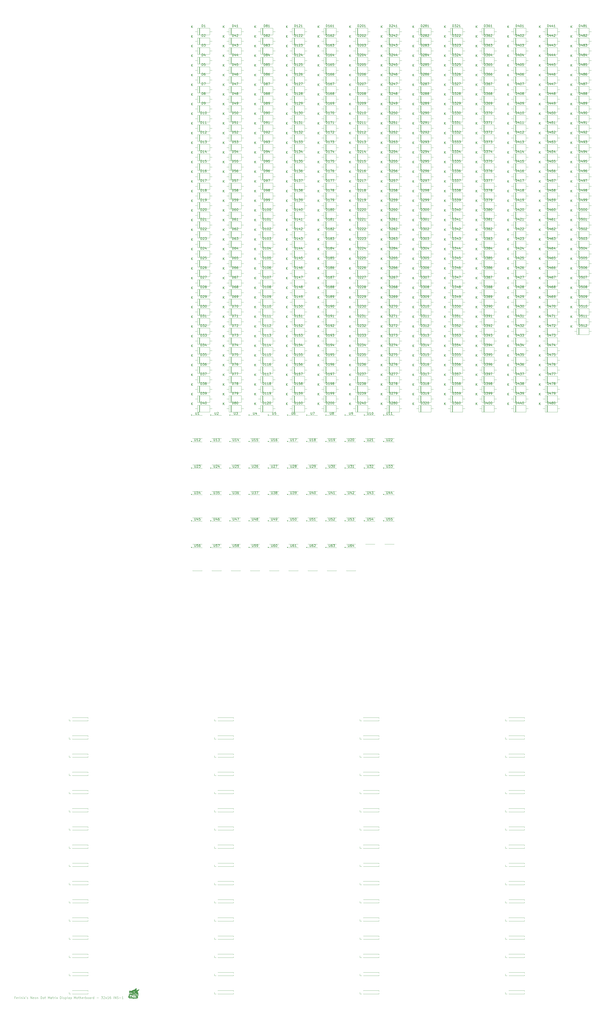
<source format=gbr>
%TF.GenerationSoftware,KiCad,Pcbnew,9.0.7*%
%TF.CreationDate,2026-02-03T13:11:02-05:00*%
%TF.ProjectId,INS-1 Matrix Display Motherboard,494e532d-3120-44d6-9174-726978204469,rev?*%
%TF.SameCoordinates,Original*%
%TF.FileFunction,Legend,Top*%
%TF.FilePolarity,Positive*%
%FSLAX46Y46*%
G04 Gerber Fmt 4.6, Leading zero omitted, Abs format (unit mm)*
G04 Created by KiCad (PCBNEW 9.0.7) date 2026-02-03 13:11:02*
%MOMM*%
%LPD*%
G01*
G04 APERTURE LIST*
%ADD10C,0.100000*%
%ADD11C,0.150000*%
%ADD12C,0.120000*%
%ADD13C,0.000000*%
G04 APERTURE END LIST*
D10*
X23637217Y-158348609D02*
X23303884Y-158348609D01*
X23303884Y-158872419D02*
X23303884Y-157872419D01*
X23303884Y-157872419D02*
X23780074Y-157872419D01*
X24541979Y-158824800D02*
X24446741Y-158872419D01*
X24446741Y-158872419D02*
X24256265Y-158872419D01*
X24256265Y-158872419D02*
X24161027Y-158824800D01*
X24161027Y-158824800D02*
X24113408Y-158729561D01*
X24113408Y-158729561D02*
X24113408Y-158348609D01*
X24113408Y-158348609D02*
X24161027Y-158253371D01*
X24161027Y-158253371D02*
X24256265Y-158205752D01*
X24256265Y-158205752D02*
X24446741Y-158205752D01*
X24446741Y-158205752D02*
X24541979Y-158253371D01*
X24541979Y-158253371D02*
X24589598Y-158348609D01*
X24589598Y-158348609D02*
X24589598Y-158443847D01*
X24589598Y-158443847D02*
X24113408Y-158539085D01*
X25018170Y-158872419D02*
X25018170Y-158205752D01*
X25018170Y-158396228D02*
X25065789Y-158300990D01*
X25065789Y-158300990D02*
X25113408Y-158253371D01*
X25113408Y-158253371D02*
X25208646Y-158205752D01*
X25208646Y-158205752D02*
X25303884Y-158205752D01*
X25637218Y-158872419D02*
X25637218Y-158205752D01*
X25637218Y-157872419D02*
X25589599Y-157920038D01*
X25589599Y-157920038D02*
X25637218Y-157967657D01*
X25637218Y-157967657D02*
X25684837Y-157920038D01*
X25684837Y-157920038D02*
X25637218Y-157872419D01*
X25637218Y-157872419D02*
X25637218Y-157967657D01*
X26113408Y-158205752D02*
X26113408Y-158872419D01*
X26113408Y-158300990D02*
X26161027Y-158253371D01*
X26161027Y-158253371D02*
X26256265Y-158205752D01*
X26256265Y-158205752D02*
X26399122Y-158205752D01*
X26399122Y-158205752D02*
X26494360Y-158253371D01*
X26494360Y-158253371D02*
X26541979Y-158348609D01*
X26541979Y-158348609D02*
X26541979Y-158872419D01*
X27018170Y-158872419D02*
X27018170Y-158205752D01*
X27018170Y-157872419D02*
X26970551Y-157920038D01*
X26970551Y-157920038D02*
X27018170Y-157967657D01*
X27018170Y-157967657D02*
X27065789Y-157920038D01*
X27065789Y-157920038D02*
X27018170Y-157872419D01*
X27018170Y-157872419D02*
X27018170Y-157967657D01*
X27399122Y-158872419D02*
X27922931Y-158205752D01*
X27399122Y-158205752D02*
X27922931Y-158872419D01*
X28351503Y-157872419D02*
X28256265Y-158062895D01*
X28732455Y-158824800D02*
X28827693Y-158872419D01*
X28827693Y-158872419D02*
X29018169Y-158872419D01*
X29018169Y-158872419D02*
X29113407Y-158824800D01*
X29113407Y-158824800D02*
X29161026Y-158729561D01*
X29161026Y-158729561D02*
X29161026Y-158681942D01*
X29161026Y-158681942D02*
X29113407Y-158586704D01*
X29113407Y-158586704D02*
X29018169Y-158539085D01*
X29018169Y-158539085D02*
X28875312Y-158539085D01*
X28875312Y-158539085D02*
X28780074Y-158491466D01*
X28780074Y-158491466D02*
X28732455Y-158396228D01*
X28732455Y-158396228D02*
X28732455Y-158348609D01*
X28732455Y-158348609D02*
X28780074Y-158253371D01*
X28780074Y-158253371D02*
X28875312Y-158205752D01*
X28875312Y-158205752D02*
X29018169Y-158205752D01*
X29018169Y-158205752D02*
X29113407Y-158253371D01*
X30351503Y-158872419D02*
X30351503Y-157872419D01*
X30351503Y-157872419D02*
X30922931Y-158872419D01*
X30922931Y-158872419D02*
X30922931Y-157872419D01*
X31780074Y-158824800D02*
X31684836Y-158872419D01*
X31684836Y-158872419D02*
X31494360Y-158872419D01*
X31494360Y-158872419D02*
X31399122Y-158824800D01*
X31399122Y-158824800D02*
X31351503Y-158729561D01*
X31351503Y-158729561D02*
X31351503Y-158348609D01*
X31351503Y-158348609D02*
X31399122Y-158253371D01*
X31399122Y-158253371D02*
X31494360Y-158205752D01*
X31494360Y-158205752D02*
X31684836Y-158205752D01*
X31684836Y-158205752D02*
X31780074Y-158253371D01*
X31780074Y-158253371D02*
X31827693Y-158348609D01*
X31827693Y-158348609D02*
X31827693Y-158443847D01*
X31827693Y-158443847D02*
X31351503Y-158539085D01*
X32399122Y-158872419D02*
X32303884Y-158824800D01*
X32303884Y-158824800D02*
X32256265Y-158777180D01*
X32256265Y-158777180D02*
X32208646Y-158681942D01*
X32208646Y-158681942D02*
X32208646Y-158396228D01*
X32208646Y-158396228D02*
X32256265Y-158300990D01*
X32256265Y-158300990D02*
X32303884Y-158253371D01*
X32303884Y-158253371D02*
X32399122Y-158205752D01*
X32399122Y-158205752D02*
X32541979Y-158205752D01*
X32541979Y-158205752D02*
X32637217Y-158253371D01*
X32637217Y-158253371D02*
X32684836Y-158300990D01*
X32684836Y-158300990D02*
X32732455Y-158396228D01*
X32732455Y-158396228D02*
X32732455Y-158681942D01*
X32732455Y-158681942D02*
X32684836Y-158777180D01*
X32684836Y-158777180D02*
X32637217Y-158824800D01*
X32637217Y-158824800D02*
X32541979Y-158872419D01*
X32541979Y-158872419D02*
X32399122Y-158872419D01*
X33161027Y-158205752D02*
X33161027Y-158872419D01*
X33161027Y-158300990D02*
X33208646Y-158253371D01*
X33208646Y-158253371D02*
X33303884Y-158205752D01*
X33303884Y-158205752D02*
X33446741Y-158205752D01*
X33446741Y-158205752D02*
X33541979Y-158253371D01*
X33541979Y-158253371D02*
X33589598Y-158348609D01*
X33589598Y-158348609D02*
X33589598Y-158872419D01*
X34827694Y-158872419D02*
X34827694Y-157872419D01*
X34827694Y-157872419D02*
X35065789Y-157872419D01*
X35065789Y-157872419D02*
X35208646Y-157920038D01*
X35208646Y-157920038D02*
X35303884Y-158015276D01*
X35303884Y-158015276D02*
X35351503Y-158110514D01*
X35351503Y-158110514D02*
X35399122Y-158300990D01*
X35399122Y-158300990D02*
X35399122Y-158443847D01*
X35399122Y-158443847D02*
X35351503Y-158634323D01*
X35351503Y-158634323D02*
X35303884Y-158729561D01*
X35303884Y-158729561D02*
X35208646Y-158824800D01*
X35208646Y-158824800D02*
X35065789Y-158872419D01*
X35065789Y-158872419D02*
X34827694Y-158872419D01*
X35970551Y-158872419D02*
X35875313Y-158824800D01*
X35875313Y-158824800D02*
X35827694Y-158777180D01*
X35827694Y-158777180D02*
X35780075Y-158681942D01*
X35780075Y-158681942D02*
X35780075Y-158396228D01*
X35780075Y-158396228D02*
X35827694Y-158300990D01*
X35827694Y-158300990D02*
X35875313Y-158253371D01*
X35875313Y-158253371D02*
X35970551Y-158205752D01*
X35970551Y-158205752D02*
X36113408Y-158205752D01*
X36113408Y-158205752D02*
X36208646Y-158253371D01*
X36208646Y-158253371D02*
X36256265Y-158300990D01*
X36256265Y-158300990D02*
X36303884Y-158396228D01*
X36303884Y-158396228D02*
X36303884Y-158681942D01*
X36303884Y-158681942D02*
X36256265Y-158777180D01*
X36256265Y-158777180D02*
X36208646Y-158824800D01*
X36208646Y-158824800D02*
X36113408Y-158872419D01*
X36113408Y-158872419D02*
X35970551Y-158872419D01*
X36589599Y-158205752D02*
X36970551Y-158205752D01*
X36732456Y-157872419D02*
X36732456Y-158729561D01*
X36732456Y-158729561D02*
X36780075Y-158824800D01*
X36780075Y-158824800D02*
X36875313Y-158872419D01*
X36875313Y-158872419D02*
X36970551Y-158872419D01*
X38065790Y-158872419D02*
X38065790Y-157872419D01*
X38065790Y-157872419D02*
X38399123Y-158586704D01*
X38399123Y-158586704D02*
X38732456Y-157872419D01*
X38732456Y-157872419D02*
X38732456Y-158872419D01*
X39637218Y-158872419D02*
X39637218Y-158348609D01*
X39637218Y-158348609D02*
X39589599Y-158253371D01*
X39589599Y-158253371D02*
X39494361Y-158205752D01*
X39494361Y-158205752D02*
X39303885Y-158205752D01*
X39303885Y-158205752D02*
X39208647Y-158253371D01*
X39637218Y-158824800D02*
X39541980Y-158872419D01*
X39541980Y-158872419D02*
X39303885Y-158872419D01*
X39303885Y-158872419D02*
X39208647Y-158824800D01*
X39208647Y-158824800D02*
X39161028Y-158729561D01*
X39161028Y-158729561D02*
X39161028Y-158634323D01*
X39161028Y-158634323D02*
X39208647Y-158539085D01*
X39208647Y-158539085D02*
X39303885Y-158491466D01*
X39303885Y-158491466D02*
X39541980Y-158491466D01*
X39541980Y-158491466D02*
X39637218Y-158443847D01*
X39970552Y-158205752D02*
X40351504Y-158205752D01*
X40113409Y-157872419D02*
X40113409Y-158729561D01*
X40113409Y-158729561D02*
X40161028Y-158824800D01*
X40161028Y-158824800D02*
X40256266Y-158872419D01*
X40256266Y-158872419D02*
X40351504Y-158872419D01*
X40684838Y-158872419D02*
X40684838Y-158205752D01*
X40684838Y-158396228D02*
X40732457Y-158300990D01*
X40732457Y-158300990D02*
X40780076Y-158253371D01*
X40780076Y-158253371D02*
X40875314Y-158205752D01*
X40875314Y-158205752D02*
X40970552Y-158205752D01*
X41303886Y-158872419D02*
X41303886Y-158205752D01*
X41303886Y-157872419D02*
X41256267Y-157920038D01*
X41256267Y-157920038D02*
X41303886Y-157967657D01*
X41303886Y-157967657D02*
X41351505Y-157920038D01*
X41351505Y-157920038D02*
X41303886Y-157872419D01*
X41303886Y-157872419D02*
X41303886Y-157967657D01*
X41684838Y-158872419D02*
X42208647Y-158205752D01*
X41684838Y-158205752D02*
X42208647Y-158872419D01*
X43351505Y-158872419D02*
X43351505Y-157872419D01*
X43351505Y-157872419D02*
X43589600Y-157872419D01*
X43589600Y-157872419D02*
X43732457Y-157920038D01*
X43732457Y-157920038D02*
X43827695Y-158015276D01*
X43827695Y-158015276D02*
X43875314Y-158110514D01*
X43875314Y-158110514D02*
X43922933Y-158300990D01*
X43922933Y-158300990D02*
X43922933Y-158443847D01*
X43922933Y-158443847D02*
X43875314Y-158634323D01*
X43875314Y-158634323D02*
X43827695Y-158729561D01*
X43827695Y-158729561D02*
X43732457Y-158824800D01*
X43732457Y-158824800D02*
X43589600Y-158872419D01*
X43589600Y-158872419D02*
X43351505Y-158872419D01*
X44351505Y-158872419D02*
X44351505Y-158205752D01*
X44351505Y-157872419D02*
X44303886Y-157920038D01*
X44303886Y-157920038D02*
X44351505Y-157967657D01*
X44351505Y-157967657D02*
X44399124Y-157920038D01*
X44399124Y-157920038D02*
X44351505Y-157872419D01*
X44351505Y-157872419D02*
X44351505Y-157967657D01*
X44780076Y-158824800D02*
X44875314Y-158872419D01*
X44875314Y-158872419D02*
X45065790Y-158872419D01*
X45065790Y-158872419D02*
X45161028Y-158824800D01*
X45161028Y-158824800D02*
X45208647Y-158729561D01*
X45208647Y-158729561D02*
X45208647Y-158681942D01*
X45208647Y-158681942D02*
X45161028Y-158586704D01*
X45161028Y-158586704D02*
X45065790Y-158539085D01*
X45065790Y-158539085D02*
X44922933Y-158539085D01*
X44922933Y-158539085D02*
X44827695Y-158491466D01*
X44827695Y-158491466D02*
X44780076Y-158396228D01*
X44780076Y-158396228D02*
X44780076Y-158348609D01*
X44780076Y-158348609D02*
X44827695Y-158253371D01*
X44827695Y-158253371D02*
X44922933Y-158205752D01*
X44922933Y-158205752D02*
X45065790Y-158205752D01*
X45065790Y-158205752D02*
X45161028Y-158253371D01*
X45637219Y-158205752D02*
X45637219Y-159205752D01*
X45637219Y-158253371D02*
X45732457Y-158205752D01*
X45732457Y-158205752D02*
X45922933Y-158205752D01*
X45922933Y-158205752D02*
X46018171Y-158253371D01*
X46018171Y-158253371D02*
X46065790Y-158300990D01*
X46065790Y-158300990D02*
X46113409Y-158396228D01*
X46113409Y-158396228D02*
X46113409Y-158681942D01*
X46113409Y-158681942D02*
X46065790Y-158777180D01*
X46065790Y-158777180D02*
X46018171Y-158824800D01*
X46018171Y-158824800D02*
X45922933Y-158872419D01*
X45922933Y-158872419D02*
X45732457Y-158872419D01*
X45732457Y-158872419D02*
X45637219Y-158824800D01*
X46684838Y-158872419D02*
X46589600Y-158824800D01*
X46589600Y-158824800D02*
X46541981Y-158729561D01*
X46541981Y-158729561D02*
X46541981Y-157872419D01*
X47494362Y-158872419D02*
X47494362Y-158348609D01*
X47494362Y-158348609D02*
X47446743Y-158253371D01*
X47446743Y-158253371D02*
X47351505Y-158205752D01*
X47351505Y-158205752D02*
X47161029Y-158205752D01*
X47161029Y-158205752D02*
X47065791Y-158253371D01*
X47494362Y-158824800D02*
X47399124Y-158872419D01*
X47399124Y-158872419D02*
X47161029Y-158872419D01*
X47161029Y-158872419D02*
X47065791Y-158824800D01*
X47065791Y-158824800D02*
X47018172Y-158729561D01*
X47018172Y-158729561D02*
X47018172Y-158634323D01*
X47018172Y-158634323D02*
X47065791Y-158539085D01*
X47065791Y-158539085D02*
X47161029Y-158491466D01*
X47161029Y-158491466D02*
X47399124Y-158491466D01*
X47399124Y-158491466D02*
X47494362Y-158443847D01*
X47875315Y-158205752D02*
X48113410Y-158872419D01*
X48351505Y-158205752D02*
X48113410Y-158872419D01*
X48113410Y-158872419D02*
X48018172Y-159110514D01*
X48018172Y-159110514D02*
X47970553Y-159158133D01*
X47970553Y-159158133D02*
X47875315Y-159205752D01*
X49494363Y-158872419D02*
X49494363Y-157872419D01*
X49494363Y-157872419D02*
X49827696Y-158586704D01*
X49827696Y-158586704D02*
X50161029Y-157872419D01*
X50161029Y-157872419D02*
X50161029Y-158872419D01*
X50780077Y-158872419D02*
X50684839Y-158824800D01*
X50684839Y-158824800D02*
X50637220Y-158777180D01*
X50637220Y-158777180D02*
X50589601Y-158681942D01*
X50589601Y-158681942D02*
X50589601Y-158396228D01*
X50589601Y-158396228D02*
X50637220Y-158300990D01*
X50637220Y-158300990D02*
X50684839Y-158253371D01*
X50684839Y-158253371D02*
X50780077Y-158205752D01*
X50780077Y-158205752D02*
X50922934Y-158205752D01*
X50922934Y-158205752D02*
X51018172Y-158253371D01*
X51018172Y-158253371D02*
X51065791Y-158300990D01*
X51065791Y-158300990D02*
X51113410Y-158396228D01*
X51113410Y-158396228D02*
X51113410Y-158681942D01*
X51113410Y-158681942D02*
X51065791Y-158777180D01*
X51065791Y-158777180D02*
X51018172Y-158824800D01*
X51018172Y-158824800D02*
X50922934Y-158872419D01*
X50922934Y-158872419D02*
X50780077Y-158872419D01*
X51399125Y-158205752D02*
X51780077Y-158205752D01*
X51541982Y-157872419D02*
X51541982Y-158729561D01*
X51541982Y-158729561D02*
X51589601Y-158824800D01*
X51589601Y-158824800D02*
X51684839Y-158872419D01*
X51684839Y-158872419D02*
X51780077Y-158872419D01*
X52113411Y-158872419D02*
X52113411Y-157872419D01*
X52541982Y-158872419D02*
X52541982Y-158348609D01*
X52541982Y-158348609D02*
X52494363Y-158253371D01*
X52494363Y-158253371D02*
X52399125Y-158205752D01*
X52399125Y-158205752D02*
X52256268Y-158205752D01*
X52256268Y-158205752D02*
X52161030Y-158253371D01*
X52161030Y-158253371D02*
X52113411Y-158300990D01*
X53399125Y-158824800D02*
X53303887Y-158872419D01*
X53303887Y-158872419D02*
X53113411Y-158872419D01*
X53113411Y-158872419D02*
X53018173Y-158824800D01*
X53018173Y-158824800D02*
X52970554Y-158729561D01*
X52970554Y-158729561D02*
X52970554Y-158348609D01*
X52970554Y-158348609D02*
X53018173Y-158253371D01*
X53018173Y-158253371D02*
X53113411Y-158205752D01*
X53113411Y-158205752D02*
X53303887Y-158205752D01*
X53303887Y-158205752D02*
X53399125Y-158253371D01*
X53399125Y-158253371D02*
X53446744Y-158348609D01*
X53446744Y-158348609D02*
X53446744Y-158443847D01*
X53446744Y-158443847D02*
X52970554Y-158539085D01*
X53875316Y-158872419D02*
X53875316Y-158205752D01*
X53875316Y-158396228D02*
X53922935Y-158300990D01*
X53922935Y-158300990D02*
X53970554Y-158253371D01*
X53970554Y-158253371D02*
X54065792Y-158205752D01*
X54065792Y-158205752D02*
X54161030Y-158205752D01*
X54494364Y-158872419D02*
X54494364Y-157872419D01*
X54494364Y-158253371D02*
X54589602Y-158205752D01*
X54589602Y-158205752D02*
X54780078Y-158205752D01*
X54780078Y-158205752D02*
X54875316Y-158253371D01*
X54875316Y-158253371D02*
X54922935Y-158300990D01*
X54922935Y-158300990D02*
X54970554Y-158396228D01*
X54970554Y-158396228D02*
X54970554Y-158681942D01*
X54970554Y-158681942D02*
X54922935Y-158777180D01*
X54922935Y-158777180D02*
X54875316Y-158824800D01*
X54875316Y-158824800D02*
X54780078Y-158872419D01*
X54780078Y-158872419D02*
X54589602Y-158872419D01*
X54589602Y-158872419D02*
X54494364Y-158824800D01*
X55541983Y-158872419D02*
X55446745Y-158824800D01*
X55446745Y-158824800D02*
X55399126Y-158777180D01*
X55399126Y-158777180D02*
X55351507Y-158681942D01*
X55351507Y-158681942D02*
X55351507Y-158396228D01*
X55351507Y-158396228D02*
X55399126Y-158300990D01*
X55399126Y-158300990D02*
X55446745Y-158253371D01*
X55446745Y-158253371D02*
X55541983Y-158205752D01*
X55541983Y-158205752D02*
X55684840Y-158205752D01*
X55684840Y-158205752D02*
X55780078Y-158253371D01*
X55780078Y-158253371D02*
X55827697Y-158300990D01*
X55827697Y-158300990D02*
X55875316Y-158396228D01*
X55875316Y-158396228D02*
X55875316Y-158681942D01*
X55875316Y-158681942D02*
X55827697Y-158777180D01*
X55827697Y-158777180D02*
X55780078Y-158824800D01*
X55780078Y-158824800D02*
X55684840Y-158872419D01*
X55684840Y-158872419D02*
X55541983Y-158872419D01*
X56732459Y-158872419D02*
X56732459Y-158348609D01*
X56732459Y-158348609D02*
X56684840Y-158253371D01*
X56684840Y-158253371D02*
X56589602Y-158205752D01*
X56589602Y-158205752D02*
X56399126Y-158205752D01*
X56399126Y-158205752D02*
X56303888Y-158253371D01*
X56732459Y-158824800D02*
X56637221Y-158872419D01*
X56637221Y-158872419D02*
X56399126Y-158872419D01*
X56399126Y-158872419D02*
X56303888Y-158824800D01*
X56303888Y-158824800D02*
X56256269Y-158729561D01*
X56256269Y-158729561D02*
X56256269Y-158634323D01*
X56256269Y-158634323D02*
X56303888Y-158539085D01*
X56303888Y-158539085D02*
X56399126Y-158491466D01*
X56399126Y-158491466D02*
X56637221Y-158491466D01*
X56637221Y-158491466D02*
X56732459Y-158443847D01*
X57208650Y-158872419D02*
X57208650Y-158205752D01*
X57208650Y-158396228D02*
X57256269Y-158300990D01*
X57256269Y-158300990D02*
X57303888Y-158253371D01*
X57303888Y-158253371D02*
X57399126Y-158205752D01*
X57399126Y-158205752D02*
X57494364Y-158205752D01*
X58256269Y-158872419D02*
X58256269Y-157872419D01*
X58256269Y-158824800D02*
X58161031Y-158872419D01*
X58161031Y-158872419D02*
X57970555Y-158872419D01*
X57970555Y-158872419D02*
X57875317Y-158824800D01*
X57875317Y-158824800D02*
X57827698Y-158777180D01*
X57827698Y-158777180D02*
X57780079Y-158681942D01*
X57780079Y-158681942D02*
X57780079Y-158396228D01*
X57780079Y-158396228D02*
X57827698Y-158300990D01*
X57827698Y-158300990D02*
X57875317Y-158253371D01*
X57875317Y-158253371D02*
X57970555Y-158205752D01*
X57970555Y-158205752D02*
X58161031Y-158205752D01*
X58161031Y-158205752D02*
X58256269Y-158253371D01*
X59494365Y-158491466D02*
X60256270Y-158491466D01*
X61399127Y-157872419D02*
X62018174Y-157872419D01*
X62018174Y-157872419D02*
X61684841Y-158253371D01*
X61684841Y-158253371D02*
X61827698Y-158253371D01*
X61827698Y-158253371D02*
X61922936Y-158300990D01*
X61922936Y-158300990D02*
X61970555Y-158348609D01*
X61970555Y-158348609D02*
X62018174Y-158443847D01*
X62018174Y-158443847D02*
X62018174Y-158681942D01*
X62018174Y-158681942D02*
X61970555Y-158777180D01*
X61970555Y-158777180D02*
X61922936Y-158824800D01*
X61922936Y-158824800D02*
X61827698Y-158872419D01*
X61827698Y-158872419D02*
X61541984Y-158872419D01*
X61541984Y-158872419D02*
X61446746Y-158824800D01*
X61446746Y-158824800D02*
X61399127Y-158777180D01*
X62399127Y-157967657D02*
X62446746Y-157920038D01*
X62446746Y-157920038D02*
X62541984Y-157872419D01*
X62541984Y-157872419D02*
X62780079Y-157872419D01*
X62780079Y-157872419D02*
X62875317Y-157920038D01*
X62875317Y-157920038D02*
X62922936Y-157967657D01*
X62922936Y-157967657D02*
X62970555Y-158062895D01*
X62970555Y-158062895D02*
X62970555Y-158158133D01*
X62970555Y-158158133D02*
X62922936Y-158300990D01*
X62922936Y-158300990D02*
X62351508Y-158872419D01*
X62351508Y-158872419D02*
X62970555Y-158872419D01*
X63303889Y-158872419D02*
X63827698Y-158205752D01*
X63303889Y-158205752D02*
X63827698Y-158872419D01*
X64732460Y-158872419D02*
X64161032Y-158872419D01*
X64446746Y-158872419D02*
X64446746Y-157872419D01*
X64446746Y-157872419D02*
X64351508Y-158015276D01*
X64351508Y-158015276D02*
X64256270Y-158110514D01*
X64256270Y-158110514D02*
X64161032Y-158158133D01*
X65589603Y-157872419D02*
X65399127Y-157872419D01*
X65399127Y-157872419D02*
X65303889Y-157920038D01*
X65303889Y-157920038D02*
X65256270Y-157967657D01*
X65256270Y-157967657D02*
X65161032Y-158110514D01*
X65161032Y-158110514D02*
X65113413Y-158300990D01*
X65113413Y-158300990D02*
X65113413Y-158681942D01*
X65113413Y-158681942D02*
X65161032Y-158777180D01*
X65161032Y-158777180D02*
X65208651Y-158824800D01*
X65208651Y-158824800D02*
X65303889Y-158872419D01*
X65303889Y-158872419D02*
X65494365Y-158872419D01*
X65494365Y-158872419D02*
X65589603Y-158824800D01*
X65589603Y-158824800D02*
X65637222Y-158777180D01*
X65637222Y-158777180D02*
X65684841Y-158681942D01*
X65684841Y-158681942D02*
X65684841Y-158443847D01*
X65684841Y-158443847D02*
X65637222Y-158348609D01*
X65637222Y-158348609D02*
X65589603Y-158300990D01*
X65589603Y-158300990D02*
X65494365Y-158253371D01*
X65494365Y-158253371D02*
X65303889Y-158253371D01*
X65303889Y-158253371D02*
X65208651Y-158300990D01*
X65208651Y-158300990D02*
X65161032Y-158348609D01*
X65161032Y-158348609D02*
X65113413Y-158443847D01*
X66875318Y-158872419D02*
X66875318Y-157872419D01*
X67351508Y-158872419D02*
X67351508Y-157872419D01*
X67351508Y-157872419D02*
X67922936Y-158872419D01*
X67922936Y-158872419D02*
X67922936Y-157872419D01*
X68351508Y-158824800D02*
X68494365Y-158872419D01*
X68494365Y-158872419D02*
X68732460Y-158872419D01*
X68732460Y-158872419D02*
X68827698Y-158824800D01*
X68827698Y-158824800D02*
X68875317Y-158777180D01*
X68875317Y-158777180D02*
X68922936Y-158681942D01*
X68922936Y-158681942D02*
X68922936Y-158586704D01*
X68922936Y-158586704D02*
X68875317Y-158491466D01*
X68875317Y-158491466D02*
X68827698Y-158443847D01*
X68827698Y-158443847D02*
X68732460Y-158396228D01*
X68732460Y-158396228D02*
X68541984Y-158348609D01*
X68541984Y-158348609D02*
X68446746Y-158300990D01*
X68446746Y-158300990D02*
X68399127Y-158253371D01*
X68399127Y-158253371D02*
X68351508Y-158158133D01*
X68351508Y-158158133D02*
X68351508Y-158062895D01*
X68351508Y-158062895D02*
X68399127Y-157967657D01*
X68399127Y-157967657D02*
X68446746Y-157920038D01*
X68446746Y-157920038D02*
X68541984Y-157872419D01*
X68541984Y-157872419D02*
X68780079Y-157872419D01*
X68780079Y-157872419D02*
X68922936Y-157920038D01*
X69351508Y-158491466D02*
X70113413Y-158491466D01*
X71113412Y-158872419D02*
X70541984Y-158872419D01*
X70827698Y-158872419D02*
X70827698Y-157872419D01*
X70827698Y-157872419D02*
X70732460Y-158015276D01*
X70732460Y-158015276D02*
X70637222Y-158110514D01*
X70637222Y-158110514D02*
X70541984Y-158158133D01*
D11*
X170091905Y40795180D02*
X170091905Y39985657D01*
X170091905Y39985657D02*
X170139524Y39890419D01*
X170139524Y39890419D02*
X170187143Y39842800D01*
X170187143Y39842800D02*
X170282381Y39795180D01*
X170282381Y39795180D02*
X170472857Y39795180D01*
X170472857Y39795180D02*
X170568095Y39842800D01*
X170568095Y39842800D02*
X170615714Y39890419D01*
X170615714Y39890419D02*
X170663333Y39985657D01*
X170663333Y39985657D02*
X170663333Y40795180D01*
X171568095Y40795180D02*
X171377619Y40795180D01*
X171377619Y40795180D02*
X171282381Y40747561D01*
X171282381Y40747561D02*
X171234762Y40699942D01*
X171234762Y40699942D02*
X171139524Y40557085D01*
X171139524Y40557085D02*
X171091905Y40366609D01*
X171091905Y40366609D02*
X171091905Y39985657D01*
X171091905Y39985657D02*
X171139524Y39890419D01*
X171139524Y39890419D02*
X171187143Y39842800D01*
X171187143Y39842800D02*
X171282381Y39795180D01*
X171282381Y39795180D02*
X171472857Y39795180D01*
X171472857Y39795180D02*
X171568095Y39842800D01*
X171568095Y39842800D02*
X171615714Y39890419D01*
X171615714Y39890419D02*
X171663333Y39985657D01*
X171663333Y39985657D02*
X171663333Y40223752D01*
X171663333Y40223752D02*
X171615714Y40318990D01*
X171615714Y40318990D02*
X171568095Y40366609D01*
X171568095Y40366609D02*
X171472857Y40414228D01*
X171472857Y40414228D02*
X171282381Y40414228D01*
X171282381Y40414228D02*
X171187143Y40366609D01*
X171187143Y40366609D02*
X171139524Y40318990D01*
X171139524Y40318990D02*
X171091905Y40223752D01*
X172520476Y40461847D02*
X172520476Y39795180D01*
X172282381Y40842800D02*
X172044286Y40128514D01*
X172044286Y40128514D02*
X172663333Y40128514D01*
X161641905Y40795180D02*
X161641905Y39985657D01*
X161641905Y39985657D02*
X161689524Y39890419D01*
X161689524Y39890419D02*
X161737143Y39842800D01*
X161737143Y39842800D02*
X161832381Y39795180D01*
X161832381Y39795180D02*
X162022857Y39795180D01*
X162022857Y39795180D02*
X162118095Y39842800D01*
X162118095Y39842800D02*
X162165714Y39890419D01*
X162165714Y39890419D02*
X162213333Y39985657D01*
X162213333Y39985657D02*
X162213333Y40795180D01*
X163118095Y40795180D02*
X162927619Y40795180D01*
X162927619Y40795180D02*
X162832381Y40747561D01*
X162832381Y40747561D02*
X162784762Y40699942D01*
X162784762Y40699942D02*
X162689524Y40557085D01*
X162689524Y40557085D02*
X162641905Y40366609D01*
X162641905Y40366609D02*
X162641905Y39985657D01*
X162641905Y39985657D02*
X162689524Y39890419D01*
X162689524Y39890419D02*
X162737143Y39842800D01*
X162737143Y39842800D02*
X162832381Y39795180D01*
X162832381Y39795180D02*
X163022857Y39795180D01*
X163022857Y39795180D02*
X163118095Y39842800D01*
X163118095Y39842800D02*
X163165714Y39890419D01*
X163165714Y39890419D02*
X163213333Y39985657D01*
X163213333Y39985657D02*
X163213333Y40223752D01*
X163213333Y40223752D02*
X163165714Y40318990D01*
X163165714Y40318990D02*
X163118095Y40366609D01*
X163118095Y40366609D02*
X163022857Y40414228D01*
X163022857Y40414228D02*
X162832381Y40414228D01*
X162832381Y40414228D02*
X162737143Y40366609D01*
X162737143Y40366609D02*
X162689524Y40318990D01*
X162689524Y40318990D02*
X162641905Y40223752D01*
X163546667Y40795180D02*
X164165714Y40795180D01*
X164165714Y40795180D02*
X163832381Y40414228D01*
X163832381Y40414228D02*
X163975238Y40414228D01*
X163975238Y40414228D02*
X164070476Y40366609D01*
X164070476Y40366609D02*
X164118095Y40318990D01*
X164118095Y40318990D02*
X164165714Y40223752D01*
X164165714Y40223752D02*
X164165714Y39985657D01*
X164165714Y39985657D02*
X164118095Y39890419D01*
X164118095Y39890419D02*
X164070476Y39842800D01*
X164070476Y39842800D02*
X163975238Y39795180D01*
X163975238Y39795180D02*
X163689524Y39795180D01*
X163689524Y39795180D02*
X163594286Y39842800D01*
X163594286Y39842800D02*
X163546667Y39890419D01*
X153191905Y40795180D02*
X153191905Y39985657D01*
X153191905Y39985657D02*
X153239524Y39890419D01*
X153239524Y39890419D02*
X153287143Y39842800D01*
X153287143Y39842800D02*
X153382381Y39795180D01*
X153382381Y39795180D02*
X153572857Y39795180D01*
X153572857Y39795180D02*
X153668095Y39842800D01*
X153668095Y39842800D02*
X153715714Y39890419D01*
X153715714Y39890419D02*
X153763333Y39985657D01*
X153763333Y39985657D02*
X153763333Y40795180D01*
X154668095Y40795180D02*
X154477619Y40795180D01*
X154477619Y40795180D02*
X154382381Y40747561D01*
X154382381Y40747561D02*
X154334762Y40699942D01*
X154334762Y40699942D02*
X154239524Y40557085D01*
X154239524Y40557085D02*
X154191905Y40366609D01*
X154191905Y40366609D02*
X154191905Y39985657D01*
X154191905Y39985657D02*
X154239524Y39890419D01*
X154239524Y39890419D02*
X154287143Y39842800D01*
X154287143Y39842800D02*
X154382381Y39795180D01*
X154382381Y39795180D02*
X154572857Y39795180D01*
X154572857Y39795180D02*
X154668095Y39842800D01*
X154668095Y39842800D02*
X154715714Y39890419D01*
X154715714Y39890419D02*
X154763333Y39985657D01*
X154763333Y39985657D02*
X154763333Y40223752D01*
X154763333Y40223752D02*
X154715714Y40318990D01*
X154715714Y40318990D02*
X154668095Y40366609D01*
X154668095Y40366609D02*
X154572857Y40414228D01*
X154572857Y40414228D02*
X154382381Y40414228D01*
X154382381Y40414228D02*
X154287143Y40366609D01*
X154287143Y40366609D02*
X154239524Y40318990D01*
X154239524Y40318990D02*
X154191905Y40223752D01*
X155144286Y40699942D02*
X155191905Y40747561D01*
X155191905Y40747561D02*
X155287143Y40795180D01*
X155287143Y40795180D02*
X155525238Y40795180D01*
X155525238Y40795180D02*
X155620476Y40747561D01*
X155620476Y40747561D02*
X155668095Y40699942D01*
X155668095Y40699942D02*
X155715714Y40604704D01*
X155715714Y40604704D02*
X155715714Y40509466D01*
X155715714Y40509466D02*
X155668095Y40366609D01*
X155668095Y40366609D02*
X155096667Y39795180D01*
X155096667Y39795180D02*
X155715714Y39795180D01*
X144741905Y40795180D02*
X144741905Y39985657D01*
X144741905Y39985657D02*
X144789524Y39890419D01*
X144789524Y39890419D02*
X144837143Y39842800D01*
X144837143Y39842800D02*
X144932381Y39795180D01*
X144932381Y39795180D02*
X145122857Y39795180D01*
X145122857Y39795180D02*
X145218095Y39842800D01*
X145218095Y39842800D02*
X145265714Y39890419D01*
X145265714Y39890419D02*
X145313333Y39985657D01*
X145313333Y39985657D02*
X145313333Y40795180D01*
X146218095Y40795180D02*
X146027619Y40795180D01*
X146027619Y40795180D02*
X145932381Y40747561D01*
X145932381Y40747561D02*
X145884762Y40699942D01*
X145884762Y40699942D02*
X145789524Y40557085D01*
X145789524Y40557085D02*
X145741905Y40366609D01*
X145741905Y40366609D02*
X145741905Y39985657D01*
X145741905Y39985657D02*
X145789524Y39890419D01*
X145789524Y39890419D02*
X145837143Y39842800D01*
X145837143Y39842800D02*
X145932381Y39795180D01*
X145932381Y39795180D02*
X146122857Y39795180D01*
X146122857Y39795180D02*
X146218095Y39842800D01*
X146218095Y39842800D02*
X146265714Y39890419D01*
X146265714Y39890419D02*
X146313333Y39985657D01*
X146313333Y39985657D02*
X146313333Y40223752D01*
X146313333Y40223752D02*
X146265714Y40318990D01*
X146265714Y40318990D02*
X146218095Y40366609D01*
X146218095Y40366609D02*
X146122857Y40414228D01*
X146122857Y40414228D02*
X145932381Y40414228D01*
X145932381Y40414228D02*
X145837143Y40366609D01*
X145837143Y40366609D02*
X145789524Y40318990D01*
X145789524Y40318990D02*
X145741905Y40223752D01*
X147265714Y39795180D02*
X146694286Y39795180D01*
X146980000Y39795180D02*
X146980000Y40795180D01*
X146980000Y40795180D02*
X146884762Y40652323D01*
X146884762Y40652323D02*
X146789524Y40557085D01*
X146789524Y40557085D02*
X146694286Y40509466D01*
X136291905Y40795180D02*
X136291905Y39985657D01*
X136291905Y39985657D02*
X136339524Y39890419D01*
X136339524Y39890419D02*
X136387143Y39842800D01*
X136387143Y39842800D02*
X136482381Y39795180D01*
X136482381Y39795180D02*
X136672857Y39795180D01*
X136672857Y39795180D02*
X136768095Y39842800D01*
X136768095Y39842800D02*
X136815714Y39890419D01*
X136815714Y39890419D02*
X136863333Y39985657D01*
X136863333Y39985657D02*
X136863333Y40795180D01*
X137768095Y40795180D02*
X137577619Y40795180D01*
X137577619Y40795180D02*
X137482381Y40747561D01*
X137482381Y40747561D02*
X137434762Y40699942D01*
X137434762Y40699942D02*
X137339524Y40557085D01*
X137339524Y40557085D02*
X137291905Y40366609D01*
X137291905Y40366609D02*
X137291905Y39985657D01*
X137291905Y39985657D02*
X137339524Y39890419D01*
X137339524Y39890419D02*
X137387143Y39842800D01*
X137387143Y39842800D02*
X137482381Y39795180D01*
X137482381Y39795180D02*
X137672857Y39795180D01*
X137672857Y39795180D02*
X137768095Y39842800D01*
X137768095Y39842800D02*
X137815714Y39890419D01*
X137815714Y39890419D02*
X137863333Y39985657D01*
X137863333Y39985657D02*
X137863333Y40223752D01*
X137863333Y40223752D02*
X137815714Y40318990D01*
X137815714Y40318990D02*
X137768095Y40366609D01*
X137768095Y40366609D02*
X137672857Y40414228D01*
X137672857Y40414228D02*
X137482381Y40414228D01*
X137482381Y40414228D02*
X137387143Y40366609D01*
X137387143Y40366609D02*
X137339524Y40318990D01*
X137339524Y40318990D02*
X137291905Y40223752D01*
X138482381Y40795180D02*
X138577619Y40795180D01*
X138577619Y40795180D02*
X138672857Y40747561D01*
X138672857Y40747561D02*
X138720476Y40699942D01*
X138720476Y40699942D02*
X138768095Y40604704D01*
X138768095Y40604704D02*
X138815714Y40414228D01*
X138815714Y40414228D02*
X138815714Y40176133D01*
X138815714Y40176133D02*
X138768095Y39985657D01*
X138768095Y39985657D02*
X138720476Y39890419D01*
X138720476Y39890419D02*
X138672857Y39842800D01*
X138672857Y39842800D02*
X138577619Y39795180D01*
X138577619Y39795180D02*
X138482381Y39795180D01*
X138482381Y39795180D02*
X138387143Y39842800D01*
X138387143Y39842800D02*
X138339524Y39890419D01*
X138339524Y39890419D02*
X138291905Y39985657D01*
X138291905Y39985657D02*
X138244286Y40176133D01*
X138244286Y40176133D02*
X138244286Y40414228D01*
X138244286Y40414228D02*
X138291905Y40604704D01*
X138291905Y40604704D02*
X138339524Y40699942D01*
X138339524Y40699942D02*
X138387143Y40747561D01*
X138387143Y40747561D02*
X138482381Y40795180D01*
X127841905Y40795180D02*
X127841905Y39985657D01*
X127841905Y39985657D02*
X127889524Y39890419D01*
X127889524Y39890419D02*
X127937143Y39842800D01*
X127937143Y39842800D02*
X128032381Y39795180D01*
X128032381Y39795180D02*
X128222857Y39795180D01*
X128222857Y39795180D02*
X128318095Y39842800D01*
X128318095Y39842800D02*
X128365714Y39890419D01*
X128365714Y39890419D02*
X128413333Y39985657D01*
X128413333Y39985657D02*
X128413333Y40795180D01*
X129365714Y40795180D02*
X128889524Y40795180D01*
X128889524Y40795180D02*
X128841905Y40318990D01*
X128841905Y40318990D02*
X128889524Y40366609D01*
X128889524Y40366609D02*
X128984762Y40414228D01*
X128984762Y40414228D02*
X129222857Y40414228D01*
X129222857Y40414228D02*
X129318095Y40366609D01*
X129318095Y40366609D02*
X129365714Y40318990D01*
X129365714Y40318990D02*
X129413333Y40223752D01*
X129413333Y40223752D02*
X129413333Y39985657D01*
X129413333Y39985657D02*
X129365714Y39890419D01*
X129365714Y39890419D02*
X129318095Y39842800D01*
X129318095Y39842800D02*
X129222857Y39795180D01*
X129222857Y39795180D02*
X128984762Y39795180D01*
X128984762Y39795180D02*
X128889524Y39842800D01*
X128889524Y39842800D02*
X128841905Y39890419D01*
X129889524Y39795180D02*
X130080000Y39795180D01*
X130080000Y39795180D02*
X130175238Y39842800D01*
X130175238Y39842800D02*
X130222857Y39890419D01*
X130222857Y39890419D02*
X130318095Y40033276D01*
X130318095Y40033276D02*
X130365714Y40223752D01*
X130365714Y40223752D02*
X130365714Y40604704D01*
X130365714Y40604704D02*
X130318095Y40699942D01*
X130318095Y40699942D02*
X130270476Y40747561D01*
X130270476Y40747561D02*
X130175238Y40795180D01*
X130175238Y40795180D02*
X129984762Y40795180D01*
X129984762Y40795180D02*
X129889524Y40747561D01*
X129889524Y40747561D02*
X129841905Y40699942D01*
X129841905Y40699942D02*
X129794286Y40604704D01*
X129794286Y40604704D02*
X129794286Y40366609D01*
X129794286Y40366609D02*
X129841905Y40271371D01*
X129841905Y40271371D02*
X129889524Y40223752D01*
X129889524Y40223752D02*
X129984762Y40176133D01*
X129984762Y40176133D02*
X130175238Y40176133D01*
X130175238Y40176133D02*
X130270476Y40223752D01*
X130270476Y40223752D02*
X130318095Y40271371D01*
X130318095Y40271371D02*
X130365714Y40366609D01*
X119391905Y40795180D02*
X119391905Y39985657D01*
X119391905Y39985657D02*
X119439524Y39890419D01*
X119439524Y39890419D02*
X119487143Y39842800D01*
X119487143Y39842800D02*
X119582381Y39795180D01*
X119582381Y39795180D02*
X119772857Y39795180D01*
X119772857Y39795180D02*
X119868095Y39842800D01*
X119868095Y39842800D02*
X119915714Y39890419D01*
X119915714Y39890419D02*
X119963333Y39985657D01*
X119963333Y39985657D02*
X119963333Y40795180D01*
X120915714Y40795180D02*
X120439524Y40795180D01*
X120439524Y40795180D02*
X120391905Y40318990D01*
X120391905Y40318990D02*
X120439524Y40366609D01*
X120439524Y40366609D02*
X120534762Y40414228D01*
X120534762Y40414228D02*
X120772857Y40414228D01*
X120772857Y40414228D02*
X120868095Y40366609D01*
X120868095Y40366609D02*
X120915714Y40318990D01*
X120915714Y40318990D02*
X120963333Y40223752D01*
X120963333Y40223752D02*
X120963333Y39985657D01*
X120963333Y39985657D02*
X120915714Y39890419D01*
X120915714Y39890419D02*
X120868095Y39842800D01*
X120868095Y39842800D02*
X120772857Y39795180D01*
X120772857Y39795180D02*
X120534762Y39795180D01*
X120534762Y39795180D02*
X120439524Y39842800D01*
X120439524Y39842800D02*
X120391905Y39890419D01*
X121534762Y40366609D02*
X121439524Y40414228D01*
X121439524Y40414228D02*
X121391905Y40461847D01*
X121391905Y40461847D02*
X121344286Y40557085D01*
X121344286Y40557085D02*
X121344286Y40604704D01*
X121344286Y40604704D02*
X121391905Y40699942D01*
X121391905Y40699942D02*
X121439524Y40747561D01*
X121439524Y40747561D02*
X121534762Y40795180D01*
X121534762Y40795180D02*
X121725238Y40795180D01*
X121725238Y40795180D02*
X121820476Y40747561D01*
X121820476Y40747561D02*
X121868095Y40699942D01*
X121868095Y40699942D02*
X121915714Y40604704D01*
X121915714Y40604704D02*
X121915714Y40557085D01*
X121915714Y40557085D02*
X121868095Y40461847D01*
X121868095Y40461847D02*
X121820476Y40414228D01*
X121820476Y40414228D02*
X121725238Y40366609D01*
X121725238Y40366609D02*
X121534762Y40366609D01*
X121534762Y40366609D02*
X121439524Y40318990D01*
X121439524Y40318990D02*
X121391905Y40271371D01*
X121391905Y40271371D02*
X121344286Y40176133D01*
X121344286Y40176133D02*
X121344286Y39985657D01*
X121344286Y39985657D02*
X121391905Y39890419D01*
X121391905Y39890419D02*
X121439524Y39842800D01*
X121439524Y39842800D02*
X121534762Y39795180D01*
X121534762Y39795180D02*
X121725238Y39795180D01*
X121725238Y39795180D02*
X121820476Y39842800D01*
X121820476Y39842800D02*
X121868095Y39890419D01*
X121868095Y39890419D02*
X121915714Y39985657D01*
X121915714Y39985657D02*
X121915714Y40176133D01*
X121915714Y40176133D02*
X121868095Y40271371D01*
X121868095Y40271371D02*
X121820476Y40318990D01*
X121820476Y40318990D02*
X121725238Y40366609D01*
X110941905Y40795180D02*
X110941905Y39985657D01*
X110941905Y39985657D02*
X110989524Y39890419D01*
X110989524Y39890419D02*
X111037143Y39842800D01*
X111037143Y39842800D02*
X111132381Y39795180D01*
X111132381Y39795180D02*
X111322857Y39795180D01*
X111322857Y39795180D02*
X111418095Y39842800D01*
X111418095Y39842800D02*
X111465714Y39890419D01*
X111465714Y39890419D02*
X111513333Y39985657D01*
X111513333Y39985657D02*
X111513333Y40795180D01*
X112465714Y40795180D02*
X111989524Y40795180D01*
X111989524Y40795180D02*
X111941905Y40318990D01*
X111941905Y40318990D02*
X111989524Y40366609D01*
X111989524Y40366609D02*
X112084762Y40414228D01*
X112084762Y40414228D02*
X112322857Y40414228D01*
X112322857Y40414228D02*
X112418095Y40366609D01*
X112418095Y40366609D02*
X112465714Y40318990D01*
X112465714Y40318990D02*
X112513333Y40223752D01*
X112513333Y40223752D02*
X112513333Y39985657D01*
X112513333Y39985657D02*
X112465714Y39890419D01*
X112465714Y39890419D02*
X112418095Y39842800D01*
X112418095Y39842800D02*
X112322857Y39795180D01*
X112322857Y39795180D02*
X112084762Y39795180D01*
X112084762Y39795180D02*
X111989524Y39842800D01*
X111989524Y39842800D02*
X111941905Y39890419D01*
X112846667Y40795180D02*
X113513333Y40795180D01*
X113513333Y40795180D02*
X113084762Y39795180D01*
X102491905Y40795180D02*
X102491905Y39985657D01*
X102491905Y39985657D02*
X102539524Y39890419D01*
X102539524Y39890419D02*
X102587143Y39842800D01*
X102587143Y39842800D02*
X102682381Y39795180D01*
X102682381Y39795180D02*
X102872857Y39795180D01*
X102872857Y39795180D02*
X102968095Y39842800D01*
X102968095Y39842800D02*
X103015714Y39890419D01*
X103015714Y39890419D02*
X103063333Y39985657D01*
X103063333Y39985657D02*
X103063333Y40795180D01*
X104015714Y40795180D02*
X103539524Y40795180D01*
X103539524Y40795180D02*
X103491905Y40318990D01*
X103491905Y40318990D02*
X103539524Y40366609D01*
X103539524Y40366609D02*
X103634762Y40414228D01*
X103634762Y40414228D02*
X103872857Y40414228D01*
X103872857Y40414228D02*
X103968095Y40366609D01*
X103968095Y40366609D02*
X104015714Y40318990D01*
X104015714Y40318990D02*
X104063333Y40223752D01*
X104063333Y40223752D02*
X104063333Y39985657D01*
X104063333Y39985657D02*
X104015714Y39890419D01*
X104015714Y39890419D02*
X103968095Y39842800D01*
X103968095Y39842800D02*
X103872857Y39795180D01*
X103872857Y39795180D02*
X103634762Y39795180D01*
X103634762Y39795180D02*
X103539524Y39842800D01*
X103539524Y39842800D02*
X103491905Y39890419D01*
X104920476Y40795180D02*
X104730000Y40795180D01*
X104730000Y40795180D02*
X104634762Y40747561D01*
X104634762Y40747561D02*
X104587143Y40699942D01*
X104587143Y40699942D02*
X104491905Y40557085D01*
X104491905Y40557085D02*
X104444286Y40366609D01*
X104444286Y40366609D02*
X104444286Y39985657D01*
X104444286Y39985657D02*
X104491905Y39890419D01*
X104491905Y39890419D02*
X104539524Y39842800D01*
X104539524Y39842800D02*
X104634762Y39795180D01*
X104634762Y39795180D02*
X104825238Y39795180D01*
X104825238Y39795180D02*
X104920476Y39842800D01*
X104920476Y39842800D02*
X104968095Y39890419D01*
X104968095Y39890419D02*
X105015714Y39985657D01*
X105015714Y39985657D02*
X105015714Y40223752D01*
X105015714Y40223752D02*
X104968095Y40318990D01*
X104968095Y40318990D02*
X104920476Y40366609D01*
X104920476Y40366609D02*
X104825238Y40414228D01*
X104825238Y40414228D02*
X104634762Y40414228D01*
X104634762Y40414228D02*
X104539524Y40366609D01*
X104539524Y40366609D02*
X104491905Y40318990D01*
X104491905Y40318990D02*
X104444286Y40223752D01*
X186991905Y52420180D02*
X186991905Y51610657D01*
X186991905Y51610657D02*
X187039524Y51515419D01*
X187039524Y51515419D02*
X187087143Y51467800D01*
X187087143Y51467800D02*
X187182381Y51420180D01*
X187182381Y51420180D02*
X187372857Y51420180D01*
X187372857Y51420180D02*
X187468095Y51467800D01*
X187468095Y51467800D02*
X187515714Y51515419D01*
X187515714Y51515419D02*
X187563333Y51610657D01*
X187563333Y51610657D02*
X187563333Y52420180D01*
X188515714Y52420180D02*
X188039524Y52420180D01*
X188039524Y52420180D02*
X187991905Y51943990D01*
X187991905Y51943990D02*
X188039524Y51991609D01*
X188039524Y51991609D02*
X188134762Y52039228D01*
X188134762Y52039228D02*
X188372857Y52039228D01*
X188372857Y52039228D02*
X188468095Y51991609D01*
X188468095Y51991609D02*
X188515714Y51943990D01*
X188515714Y51943990D02*
X188563333Y51848752D01*
X188563333Y51848752D02*
X188563333Y51610657D01*
X188563333Y51610657D02*
X188515714Y51515419D01*
X188515714Y51515419D02*
X188468095Y51467800D01*
X188468095Y51467800D02*
X188372857Y51420180D01*
X188372857Y51420180D02*
X188134762Y51420180D01*
X188134762Y51420180D02*
X188039524Y51467800D01*
X188039524Y51467800D02*
X187991905Y51515419D01*
X189468095Y52420180D02*
X188991905Y52420180D01*
X188991905Y52420180D02*
X188944286Y51943990D01*
X188944286Y51943990D02*
X188991905Y51991609D01*
X188991905Y51991609D02*
X189087143Y52039228D01*
X189087143Y52039228D02*
X189325238Y52039228D01*
X189325238Y52039228D02*
X189420476Y51991609D01*
X189420476Y51991609D02*
X189468095Y51943990D01*
X189468095Y51943990D02*
X189515714Y51848752D01*
X189515714Y51848752D02*
X189515714Y51610657D01*
X189515714Y51610657D02*
X189468095Y51515419D01*
X189468095Y51515419D02*
X189420476Y51467800D01*
X189420476Y51467800D02*
X189325238Y51420180D01*
X189325238Y51420180D02*
X189087143Y51420180D01*
X189087143Y51420180D02*
X188991905Y51467800D01*
X188991905Y51467800D02*
X188944286Y51515419D01*
X178541905Y52420180D02*
X178541905Y51610657D01*
X178541905Y51610657D02*
X178589524Y51515419D01*
X178589524Y51515419D02*
X178637143Y51467800D01*
X178637143Y51467800D02*
X178732381Y51420180D01*
X178732381Y51420180D02*
X178922857Y51420180D01*
X178922857Y51420180D02*
X179018095Y51467800D01*
X179018095Y51467800D02*
X179065714Y51515419D01*
X179065714Y51515419D02*
X179113333Y51610657D01*
X179113333Y51610657D02*
X179113333Y52420180D01*
X180065714Y52420180D02*
X179589524Y52420180D01*
X179589524Y52420180D02*
X179541905Y51943990D01*
X179541905Y51943990D02*
X179589524Y51991609D01*
X179589524Y51991609D02*
X179684762Y52039228D01*
X179684762Y52039228D02*
X179922857Y52039228D01*
X179922857Y52039228D02*
X180018095Y51991609D01*
X180018095Y51991609D02*
X180065714Y51943990D01*
X180065714Y51943990D02*
X180113333Y51848752D01*
X180113333Y51848752D02*
X180113333Y51610657D01*
X180113333Y51610657D02*
X180065714Y51515419D01*
X180065714Y51515419D02*
X180018095Y51467800D01*
X180018095Y51467800D02*
X179922857Y51420180D01*
X179922857Y51420180D02*
X179684762Y51420180D01*
X179684762Y51420180D02*
X179589524Y51467800D01*
X179589524Y51467800D02*
X179541905Y51515419D01*
X180970476Y52086847D02*
X180970476Y51420180D01*
X180732381Y52467800D02*
X180494286Y51753514D01*
X180494286Y51753514D02*
X181113333Y51753514D01*
X170091905Y52420180D02*
X170091905Y51610657D01*
X170091905Y51610657D02*
X170139524Y51515419D01*
X170139524Y51515419D02*
X170187143Y51467800D01*
X170187143Y51467800D02*
X170282381Y51420180D01*
X170282381Y51420180D02*
X170472857Y51420180D01*
X170472857Y51420180D02*
X170568095Y51467800D01*
X170568095Y51467800D02*
X170615714Y51515419D01*
X170615714Y51515419D02*
X170663333Y51610657D01*
X170663333Y51610657D02*
X170663333Y52420180D01*
X171615714Y52420180D02*
X171139524Y52420180D01*
X171139524Y52420180D02*
X171091905Y51943990D01*
X171091905Y51943990D02*
X171139524Y51991609D01*
X171139524Y51991609D02*
X171234762Y52039228D01*
X171234762Y52039228D02*
X171472857Y52039228D01*
X171472857Y52039228D02*
X171568095Y51991609D01*
X171568095Y51991609D02*
X171615714Y51943990D01*
X171615714Y51943990D02*
X171663333Y51848752D01*
X171663333Y51848752D02*
X171663333Y51610657D01*
X171663333Y51610657D02*
X171615714Y51515419D01*
X171615714Y51515419D02*
X171568095Y51467800D01*
X171568095Y51467800D02*
X171472857Y51420180D01*
X171472857Y51420180D02*
X171234762Y51420180D01*
X171234762Y51420180D02*
X171139524Y51467800D01*
X171139524Y51467800D02*
X171091905Y51515419D01*
X171996667Y52420180D02*
X172615714Y52420180D01*
X172615714Y52420180D02*
X172282381Y52039228D01*
X172282381Y52039228D02*
X172425238Y52039228D01*
X172425238Y52039228D02*
X172520476Y51991609D01*
X172520476Y51991609D02*
X172568095Y51943990D01*
X172568095Y51943990D02*
X172615714Y51848752D01*
X172615714Y51848752D02*
X172615714Y51610657D01*
X172615714Y51610657D02*
X172568095Y51515419D01*
X172568095Y51515419D02*
X172520476Y51467800D01*
X172520476Y51467800D02*
X172425238Y51420180D01*
X172425238Y51420180D02*
X172139524Y51420180D01*
X172139524Y51420180D02*
X172044286Y51467800D01*
X172044286Y51467800D02*
X171996667Y51515419D01*
X161641905Y52420180D02*
X161641905Y51610657D01*
X161641905Y51610657D02*
X161689524Y51515419D01*
X161689524Y51515419D02*
X161737143Y51467800D01*
X161737143Y51467800D02*
X161832381Y51420180D01*
X161832381Y51420180D02*
X162022857Y51420180D01*
X162022857Y51420180D02*
X162118095Y51467800D01*
X162118095Y51467800D02*
X162165714Y51515419D01*
X162165714Y51515419D02*
X162213333Y51610657D01*
X162213333Y51610657D02*
X162213333Y52420180D01*
X163165714Y52420180D02*
X162689524Y52420180D01*
X162689524Y52420180D02*
X162641905Y51943990D01*
X162641905Y51943990D02*
X162689524Y51991609D01*
X162689524Y51991609D02*
X162784762Y52039228D01*
X162784762Y52039228D02*
X163022857Y52039228D01*
X163022857Y52039228D02*
X163118095Y51991609D01*
X163118095Y51991609D02*
X163165714Y51943990D01*
X163165714Y51943990D02*
X163213333Y51848752D01*
X163213333Y51848752D02*
X163213333Y51610657D01*
X163213333Y51610657D02*
X163165714Y51515419D01*
X163165714Y51515419D02*
X163118095Y51467800D01*
X163118095Y51467800D02*
X163022857Y51420180D01*
X163022857Y51420180D02*
X162784762Y51420180D01*
X162784762Y51420180D02*
X162689524Y51467800D01*
X162689524Y51467800D02*
X162641905Y51515419D01*
X163594286Y52324942D02*
X163641905Y52372561D01*
X163641905Y52372561D02*
X163737143Y52420180D01*
X163737143Y52420180D02*
X163975238Y52420180D01*
X163975238Y52420180D02*
X164070476Y52372561D01*
X164070476Y52372561D02*
X164118095Y52324942D01*
X164118095Y52324942D02*
X164165714Y52229704D01*
X164165714Y52229704D02*
X164165714Y52134466D01*
X164165714Y52134466D02*
X164118095Y51991609D01*
X164118095Y51991609D02*
X163546667Y51420180D01*
X163546667Y51420180D02*
X164165714Y51420180D01*
X153191905Y52420180D02*
X153191905Y51610657D01*
X153191905Y51610657D02*
X153239524Y51515419D01*
X153239524Y51515419D02*
X153287143Y51467800D01*
X153287143Y51467800D02*
X153382381Y51420180D01*
X153382381Y51420180D02*
X153572857Y51420180D01*
X153572857Y51420180D02*
X153668095Y51467800D01*
X153668095Y51467800D02*
X153715714Y51515419D01*
X153715714Y51515419D02*
X153763333Y51610657D01*
X153763333Y51610657D02*
X153763333Y52420180D01*
X154715714Y52420180D02*
X154239524Y52420180D01*
X154239524Y52420180D02*
X154191905Y51943990D01*
X154191905Y51943990D02*
X154239524Y51991609D01*
X154239524Y51991609D02*
X154334762Y52039228D01*
X154334762Y52039228D02*
X154572857Y52039228D01*
X154572857Y52039228D02*
X154668095Y51991609D01*
X154668095Y51991609D02*
X154715714Y51943990D01*
X154715714Y51943990D02*
X154763333Y51848752D01*
X154763333Y51848752D02*
X154763333Y51610657D01*
X154763333Y51610657D02*
X154715714Y51515419D01*
X154715714Y51515419D02*
X154668095Y51467800D01*
X154668095Y51467800D02*
X154572857Y51420180D01*
X154572857Y51420180D02*
X154334762Y51420180D01*
X154334762Y51420180D02*
X154239524Y51467800D01*
X154239524Y51467800D02*
X154191905Y51515419D01*
X155715714Y51420180D02*
X155144286Y51420180D01*
X155430000Y51420180D02*
X155430000Y52420180D01*
X155430000Y52420180D02*
X155334762Y52277323D01*
X155334762Y52277323D02*
X155239524Y52182085D01*
X155239524Y52182085D02*
X155144286Y52134466D01*
X144741905Y52420180D02*
X144741905Y51610657D01*
X144741905Y51610657D02*
X144789524Y51515419D01*
X144789524Y51515419D02*
X144837143Y51467800D01*
X144837143Y51467800D02*
X144932381Y51420180D01*
X144932381Y51420180D02*
X145122857Y51420180D01*
X145122857Y51420180D02*
X145218095Y51467800D01*
X145218095Y51467800D02*
X145265714Y51515419D01*
X145265714Y51515419D02*
X145313333Y51610657D01*
X145313333Y51610657D02*
X145313333Y52420180D01*
X146265714Y52420180D02*
X145789524Y52420180D01*
X145789524Y52420180D02*
X145741905Y51943990D01*
X145741905Y51943990D02*
X145789524Y51991609D01*
X145789524Y51991609D02*
X145884762Y52039228D01*
X145884762Y52039228D02*
X146122857Y52039228D01*
X146122857Y52039228D02*
X146218095Y51991609D01*
X146218095Y51991609D02*
X146265714Y51943990D01*
X146265714Y51943990D02*
X146313333Y51848752D01*
X146313333Y51848752D02*
X146313333Y51610657D01*
X146313333Y51610657D02*
X146265714Y51515419D01*
X146265714Y51515419D02*
X146218095Y51467800D01*
X146218095Y51467800D02*
X146122857Y51420180D01*
X146122857Y51420180D02*
X145884762Y51420180D01*
X145884762Y51420180D02*
X145789524Y51467800D01*
X145789524Y51467800D02*
X145741905Y51515419D01*
X146932381Y52420180D02*
X147027619Y52420180D01*
X147027619Y52420180D02*
X147122857Y52372561D01*
X147122857Y52372561D02*
X147170476Y52324942D01*
X147170476Y52324942D02*
X147218095Y52229704D01*
X147218095Y52229704D02*
X147265714Y52039228D01*
X147265714Y52039228D02*
X147265714Y51801133D01*
X147265714Y51801133D02*
X147218095Y51610657D01*
X147218095Y51610657D02*
X147170476Y51515419D01*
X147170476Y51515419D02*
X147122857Y51467800D01*
X147122857Y51467800D02*
X147027619Y51420180D01*
X147027619Y51420180D02*
X146932381Y51420180D01*
X146932381Y51420180D02*
X146837143Y51467800D01*
X146837143Y51467800D02*
X146789524Y51515419D01*
X146789524Y51515419D02*
X146741905Y51610657D01*
X146741905Y51610657D02*
X146694286Y51801133D01*
X146694286Y51801133D02*
X146694286Y52039228D01*
X146694286Y52039228D02*
X146741905Y52229704D01*
X146741905Y52229704D02*
X146789524Y52324942D01*
X146789524Y52324942D02*
X146837143Y52372561D01*
X146837143Y52372561D02*
X146932381Y52420180D01*
X136291905Y52420180D02*
X136291905Y51610657D01*
X136291905Y51610657D02*
X136339524Y51515419D01*
X136339524Y51515419D02*
X136387143Y51467800D01*
X136387143Y51467800D02*
X136482381Y51420180D01*
X136482381Y51420180D02*
X136672857Y51420180D01*
X136672857Y51420180D02*
X136768095Y51467800D01*
X136768095Y51467800D02*
X136815714Y51515419D01*
X136815714Y51515419D02*
X136863333Y51610657D01*
X136863333Y51610657D02*
X136863333Y52420180D01*
X137768095Y52086847D02*
X137768095Y51420180D01*
X137530000Y52467800D02*
X137291905Y51753514D01*
X137291905Y51753514D02*
X137910952Y51753514D01*
X138339524Y51420180D02*
X138530000Y51420180D01*
X138530000Y51420180D02*
X138625238Y51467800D01*
X138625238Y51467800D02*
X138672857Y51515419D01*
X138672857Y51515419D02*
X138768095Y51658276D01*
X138768095Y51658276D02*
X138815714Y51848752D01*
X138815714Y51848752D02*
X138815714Y52229704D01*
X138815714Y52229704D02*
X138768095Y52324942D01*
X138768095Y52324942D02*
X138720476Y52372561D01*
X138720476Y52372561D02*
X138625238Y52420180D01*
X138625238Y52420180D02*
X138434762Y52420180D01*
X138434762Y52420180D02*
X138339524Y52372561D01*
X138339524Y52372561D02*
X138291905Y52324942D01*
X138291905Y52324942D02*
X138244286Y52229704D01*
X138244286Y52229704D02*
X138244286Y51991609D01*
X138244286Y51991609D02*
X138291905Y51896371D01*
X138291905Y51896371D02*
X138339524Y51848752D01*
X138339524Y51848752D02*
X138434762Y51801133D01*
X138434762Y51801133D02*
X138625238Y51801133D01*
X138625238Y51801133D02*
X138720476Y51848752D01*
X138720476Y51848752D02*
X138768095Y51896371D01*
X138768095Y51896371D02*
X138815714Y51991609D01*
X127841905Y52420180D02*
X127841905Y51610657D01*
X127841905Y51610657D02*
X127889524Y51515419D01*
X127889524Y51515419D02*
X127937143Y51467800D01*
X127937143Y51467800D02*
X128032381Y51420180D01*
X128032381Y51420180D02*
X128222857Y51420180D01*
X128222857Y51420180D02*
X128318095Y51467800D01*
X128318095Y51467800D02*
X128365714Y51515419D01*
X128365714Y51515419D02*
X128413333Y51610657D01*
X128413333Y51610657D02*
X128413333Y52420180D01*
X129318095Y52086847D02*
X129318095Y51420180D01*
X129080000Y52467800D02*
X128841905Y51753514D01*
X128841905Y51753514D02*
X129460952Y51753514D01*
X129984762Y51991609D02*
X129889524Y52039228D01*
X129889524Y52039228D02*
X129841905Y52086847D01*
X129841905Y52086847D02*
X129794286Y52182085D01*
X129794286Y52182085D02*
X129794286Y52229704D01*
X129794286Y52229704D02*
X129841905Y52324942D01*
X129841905Y52324942D02*
X129889524Y52372561D01*
X129889524Y52372561D02*
X129984762Y52420180D01*
X129984762Y52420180D02*
X130175238Y52420180D01*
X130175238Y52420180D02*
X130270476Y52372561D01*
X130270476Y52372561D02*
X130318095Y52324942D01*
X130318095Y52324942D02*
X130365714Y52229704D01*
X130365714Y52229704D02*
X130365714Y52182085D01*
X130365714Y52182085D02*
X130318095Y52086847D01*
X130318095Y52086847D02*
X130270476Y52039228D01*
X130270476Y52039228D02*
X130175238Y51991609D01*
X130175238Y51991609D02*
X129984762Y51991609D01*
X129984762Y51991609D02*
X129889524Y51943990D01*
X129889524Y51943990D02*
X129841905Y51896371D01*
X129841905Y51896371D02*
X129794286Y51801133D01*
X129794286Y51801133D02*
X129794286Y51610657D01*
X129794286Y51610657D02*
X129841905Y51515419D01*
X129841905Y51515419D02*
X129889524Y51467800D01*
X129889524Y51467800D02*
X129984762Y51420180D01*
X129984762Y51420180D02*
X130175238Y51420180D01*
X130175238Y51420180D02*
X130270476Y51467800D01*
X130270476Y51467800D02*
X130318095Y51515419D01*
X130318095Y51515419D02*
X130365714Y51610657D01*
X130365714Y51610657D02*
X130365714Y51801133D01*
X130365714Y51801133D02*
X130318095Y51896371D01*
X130318095Y51896371D02*
X130270476Y51943990D01*
X130270476Y51943990D02*
X130175238Y51991609D01*
X119391905Y52420180D02*
X119391905Y51610657D01*
X119391905Y51610657D02*
X119439524Y51515419D01*
X119439524Y51515419D02*
X119487143Y51467800D01*
X119487143Y51467800D02*
X119582381Y51420180D01*
X119582381Y51420180D02*
X119772857Y51420180D01*
X119772857Y51420180D02*
X119868095Y51467800D01*
X119868095Y51467800D02*
X119915714Y51515419D01*
X119915714Y51515419D02*
X119963333Y51610657D01*
X119963333Y51610657D02*
X119963333Y52420180D01*
X120868095Y52086847D02*
X120868095Y51420180D01*
X120630000Y52467800D02*
X120391905Y51753514D01*
X120391905Y51753514D02*
X121010952Y51753514D01*
X121296667Y52420180D02*
X121963333Y52420180D01*
X121963333Y52420180D02*
X121534762Y51420180D01*
X110941905Y52420180D02*
X110941905Y51610657D01*
X110941905Y51610657D02*
X110989524Y51515419D01*
X110989524Y51515419D02*
X111037143Y51467800D01*
X111037143Y51467800D02*
X111132381Y51420180D01*
X111132381Y51420180D02*
X111322857Y51420180D01*
X111322857Y51420180D02*
X111418095Y51467800D01*
X111418095Y51467800D02*
X111465714Y51515419D01*
X111465714Y51515419D02*
X111513333Y51610657D01*
X111513333Y51610657D02*
X111513333Y52420180D01*
X112418095Y52086847D02*
X112418095Y51420180D01*
X112180000Y52467800D02*
X111941905Y51753514D01*
X111941905Y51753514D02*
X112560952Y51753514D01*
X113370476Y52420180D02*
X113180000Y52420180D01*
X113180000Y52420180D02*
X113084762Y52372561D01*
X113084762Y52372561D02*
X113037143Y52324942D01*
X113037143Y52324942D02*
X112941905Y52182085D01*
X112941905Y52182085D02*
X112894286Y51991609D01*
X112894286Y51991609D02*
X112894286Y51610657D01*
X112894286Y51610657D02*
X112941905Y51515419D01*
X112941905Y51515419D02*
X112989524Y51467800D01*
X112989524Y51467800D02*
X113084762Y51420180D01*
X113084762Y51420180D02*
X113275238Y51420180D01*
X113275238Y51420180D02*
X113370476Y51467800D01*
X113370476Y51467800D02*
X113418095Y51515419D01*
X113418095Y51515419D02*
X113465714Y51610657D01*
X113465714Y51610657D02*
X113465714Y51848752D01*
X113465714Y51848752D02*
X113418095Y51943990D01*
X113418095Y51943990D02*
X113370476Y51991609D01*
X113370476Y51991609D02*
X113275238Y52039228D01*
X113275238Y52039228D02*
X113084762Y52039228D01*
X113084762Y52039228D02*
X112989524Y51991609D01*
X112989524Y51991609D02*
X112941905Y51943990D01*
X112941905Y51943990D02*
X112894286Y51848752D01*
X102491905Y52420180D02*
X102491905Y51610657D01*
X102491905Y51610657D02*
X102539524Y51515419D01*
X102539524Y51515419D02*
X102587143Y51467800D01*
X102587143Y51467800D02*
X102682381Y51420180D01*
X102682381Y51420180D02*
X102872857Y51420180D01*
X102872857Y51420180D02*
X102968095Y51467800D01*
X102968095Y51467800D02*
X103015714Y51515419D01*
X103015714Y51515419D02*
X103063333Y51610657D01*
X103063333Y51610657D02*
X103063333Y52420180D01*
X103968095Y52086847D02*
X103968095Y51420180D01*
X103730000Y52467800D02*
X103491905Y51753514D01*
X103491905Y51753514D02*
X104110952Y51753514D01*
X104968095Y52420180D02*
X104491905Y52420180D01*
X104491905Y52420180D02*
X104444286Y51943990D01*
X104444286Y51943990D02*
X104491905Y51991609D01*
X104491905Y51991609D02*
X104587143Y52039228D01*
X104587143Y52039228D02*
X104825238Y52039228D01*
X104825238Y52039228D02*
X104920476Y51991609D01*
X104920476Y51991609D02*
X104968095Y51943990D01*
X104968095Y51943990D02*
X105015714Y51848752D01*
X105015714Y51848752D02*
X105015714Y51610657D01*
X105015714Y51610657D02*
X104968095Y51515419D01*
X104968095Y51515419D02*
X104920476Y51467800D01*
X104920476Y51467800D02*
X104825238Y51420180D01*
X104825238Y51420180D02*
X104587143Y51420180D01*
X104587143Y51420180D02*
X104491905Y51467800D01*
X104491905Y51467800D02*
X104444286Y51515419D01*
X186991905Y64045180D02*
X186991905Y63235657D01*
X186991905Y63235657D02*
X187039524Y63140419D01*
X187039524Y63140419D02*
X187087143Y63092800D01*
X187087143Y63092800D02*
X187182381Y63045180D01*
X187182381Y63045180D02*
X187372857Y63045180D01*
X187372857Y63045180D02*
X187468095Y63092800D01*
X187468095Y63092800D02*
X187515714Y63140419D01*
X187515714Y63140419D02*
X187563333Y63235657D01*
X187563333Y63235657D02*
X187563333Y64045180D01*
X188468095Y63711847D02*
X188468095Y63045180D01*
X188230000Y64092800D02*
X187991905Y63378514D01*
X187991905Y63378514D02*
X188610952Y63378514D01*
X189420476Y63711847D02*
X189420476Y63045180D01*
X189182381Y64092800D02*
X188944286Y63378514D01*
X188944286Y63378514D02*
X189563333Y63378514D01*
X178541905Y64045180D02*
X178541905Y63235657D01*
X178541905Y63235657D02*
X178589524Y63140419D01*
X178589524Y63140419D02*
X178637143Y63092800D01*
X178637143Y63092800D02*
X178732381Y63045180D01*
X178732381Y63045180D02*
X178922857Y63045180D01*
X178922857Y63045180D02*
X179018095Y63092800D01*
X179018095Y63092800D02*
X179065714Y63140419D01*
X179065714Y63140419D02*
X179113333Y63235657D01*
X179113333Y63235657D02*
X179113333Y64045180D01*
X180018095Y63711847D02*
X180018095Y63045180D01*
X179780000Y64092800D02*
X179541905Y63378514D01*
X179541905Y63378514D02*
X180160952Y63378514D01*
X180446667Y64045180D02*
X181065714Y64045180D01*
X181065714Y64045180D02*
X180732381Y63664228D01*
X180732381Y63664228D02*
X180875238Y63664228D01*
X180875238Y63664228D02*
X180970476Y63616609D01*
X180970476Y63616609D02*
X181018095Y63568990D01*
X181018095Y63568990D02*
X181065714Y63473752D01*
X181065714Y63473752D02*
X181065714Y63235657D01*
X181065714Y63235657D02*
X181018095Y63140419D01*
X181018095Y63140419D02*
X180970476Y63092800D01*
X180970476Y63092800D02*
X180875238Y63045180D01*
X180875238Y63045180D02*
X180589524Y63045180D01*
X180589524Y63045180D02*
X180494286Y63092800D01*
X180494286Y63092800D02*
X180446667Y63140419D01*
X170091905Y64045180D02*
X170091905Y63235657D01*
X170091905Y63235657D02*
X170139524Y63140419D01*
X170139524Y63140419D02*
X170187143Y63092800D01*
X170187143Y63092800D02*
X170282381Y63045180D01*
X170282381Y63045180D02*
X170472857Y63045180D01*
X170472857Y63045180D02*
X170568095Y63092800D01*
X170568095Y63092800D02*
X170615714Y63140419D01*
X170615714Y63140419D02*
X170663333Y63235657D01*
X170663333Y63235657D02*
X170663333Y64045180D01*
X171568095Y63711847D02*
X171568095Y63045180D01*
X171330000Y64092800D02*
X171091905Y63378514D01*
X171091905Y63378514D02*
X171710952Y63378514D01*
X172044286Y63949942D02*
X172091905Y63997561D01*
X172091905Y63997561D02*
X172187143Y64045180D01*
X172187143Y64045180D02*
X172425238Y64045180D01*
X172425238Y64045180D02*
X172520476Y63997561D01*
X172520476Y63997561D02*
X172568095Y63949942D01*
X172568095Y63949942D02*
X172615714Y63854704D01*
X172615714Y63854704D02*
X172615714Y63759466D01*
X172615714Y63759466D02*
X172568095Y63616609D01*
X172568095Y63616609D02*
X171996667Y63045180D01*
X171996667Y63045180D02*
X172615714Y63045180D01*
X161641905Y64045180D02*
X161641905Y63235657D01*
X161641905Y63235657D02*
X161689524Y63140419D01*
X161689524Y63140419D02*
X161737143Y63092800D01*
X161737143Y63092800D02*
X161832381Y63045180D01*
X161832381Y63045180D02*
X162022857Y63045180D01*
X162022857Y63045180D02*
X162118095Y63092800D01*
X162118095Y63092800D02*
X162165714Y63140419D01*
X162165714Y63140419D02*
X162213333Y63235657D01*
X162213333Y63235657D02*
X162213333Y64045180D01*
X163118095Y63711847D02*
X163118095Y63045180D01*
X162880000Y64092800D02*
X162641905Y63378514D01*
X162641905Y63378514D02*
X163260952Y63378514D01*
X164165714Y63045180D02*
X163594286Y63045180D01*
X163880000Y63045180D02*
X163880000Y64045180D01*
X163880000Y64045180D02*
X163784762Y63902323D01*
X163784762Y63902323D02*
X163689524Y63807085D01*
X163689524Y63807085D02*
X163594286Y63759466D01*
X153191905Y64045180D02*
X153191905Y63235657D01*
X153191905Y63235657D02*
X153239524Y63140419D01*
X153239524Y63140419D02*
X153287143Y63092800D01*
X153287143Y63092800D02*
X153382381Y63045180D01*
X153382381Y63045180D02*
X153572857Y63045180D01*
X153572857Y63045180D02*
X153668095Y63092800D01*
X153668095Y63092800D02*
X153715714Y63140419D01*
X153715714Y63140419D02*
X153763333Y63235657D01*
X153763333Y63235657D02*
X153763333Y64045180D01*
X154668095Y63711847D02*
X154668095Y63045180D01*
X154430000Y64092800D02*
X154191905Y63378514D01*
X154191905Y63378514D02*
X154810952Y63378514D01*
X155382381Y64045180D02*
X155477619Y64045180D01*
X155477619Y64045180D02*
X155572857Y63997561D01*
X155572857Y63997561D02*
X155620476Y63949942D01*
X155620476Y63949942D02*
X155668095Y63854704D01*
X155668095Y63854704D02*
X155715714Y63664228D01*
X155715714Y63664228D02*
X155715714Y63426133D01*
X155715714Y63426133D02*
X155668095Y63235657D01*
X155668095Y63235657D02*
X155620476Y63140419D01*
X155620476Y63140419D02*
X155572857Y63092800D01*
X155572857Y63092800D02*
X155477619Y63045180D01*
X155477619Y63045180D02*
X155382381Y63045180D01*
X155382381Y63045180D02*
X155287143Y63092800D01*
X155287143Y63092800D02*
X155239524Y63140419D01*
X155239524Y63140419D02*
X155191905Y63235657D01*
X155191905Y63235657D02*
X155144286Y63426133D01*
X155144286Y63426133D02*
X155144286Y63664228D01*
X155144286Y63664228D02*
X155191905Y63854704D01*
X155191905Y63854704D02*
X155239524Y63949942D01*
X155239524Y63949942D02*
X155287143Y63997561D01*
X155287143Y63997561D02*
X155382381Y64045180D01*
X144741905Y64045180D02*
X144741905Y63235657D01*
X144741905Y63235657D02*
X144789524Y63140419D01*
X144789524Y63140419D02*
X144837143Y63092800D01*
X144837143Y63092800D02*
X144932381Y63045180D01*
X144932381Y63045180D02*
X145122857Y63045180D01*
X145122857Y63045180D02*
X145218095Y63092800D01*
X145218095Y63092800D02*
X145265714Y63140419D01*
X145265714Y63140419D02*
X145313333Y63235657D01*
X145313333Y63235657D02*
X145313333Y64045180D01*
X145694286Y64045180D02*
X146313333Y64045180D01*
X146313333Y64045180D02*
X145980000Y63664228D01*
X145980000Y63664228D02*
X146122857Y63664228D01*
X146122857Y63664228D02*
X146218095Y63616609D01*
X146218095Y63616609D02*
X146265714Y63568990D01*
X146265714Y63568990D02*
X146313333Y63473752D01*
X146313333Y63473752D02*
X146313333Y63235657D01*
X146313333Y63235657D02*
X146265714Y63140419D01*
X146265714Y63140419D02*
X146218095Y63092800D01*
X146218095Y63092800D02*
X146122857Y63045180D01*
X146122857Y63045180D02*
X145837143Y63045180D01*
X145837143Y63045180D02*
X145741905Y63092800D01*
X145741905Y63092800D02*
X145694286Y63140419D01*
X146789524Y63045180D02*
X146980000Y63045180D01*
X146980000Y63045180D02*
X147075238Y63092800D01*
X147075238Y63092800D02*
X147122857Y63140419D01*
X147122857Y63140419D02*
X147218095Y63283276D01*
X147218095Y63283276D02*
X147265714Y63473752D01*
X147265714Y63473752D02*
X147265714Y63854704D01*
X147265714Y63854704D02*
X147218095Y63949942D01*
X147218095Y63949942D02*
X147170476Y63997561D01*
X147170476Y63997561D02*
X147075238Y64045180D01*
X147075238Y64045180D02*
X146884762Y64045180D01*
X146884762Y64045180D02*
X146789524Y63997561D01*
X146789524Y63997561D02*
X146741905Y63949942D01*
X146741905Y63949942D02*
X146694286Y63854704D01*
X146694286Y63854704D02*
X146694286Y63616609D01*
X146694286Y63616609D02*
X146741905Y63521371D01*
X146741905Y63521371D02*
X146789524Y63473752D01*
X146789524Y63473752D02*
X146884762Y63426133D01*
X146884762Y63426133D02*
X147075238Y63426133D01*
X147075238Y63426133D02*
X147170476Y63473752D01*
X147170476Y63473752D02*
X147218095Y63521371D01*
X147218095Y63521371D02*
X147265714Y63616609D01*
X136291905Y64045180D02*
X136291905Y63235657D01*
X136291905Y63235657D02*
X136339524Y63140419D01*
X136339524Y63140419D02*
X136387143Y63092800D01*
X136387143Y63092800D02*
X136482381Y63045180D01*
X136482381Y63045180D02*
X136672857Y63045180D01*
X136672857Y63045180D02*
X136768095Y63092800D01*
X136768095Y63092800D02*
X136815714Y63140419D01*
X136815714Y63140419D02*
X136863333Y63235657D01*
X136863333Y63235657D02*
X136863333Y64045180D01*
X137244286Y64045180D02*
X137863333Y64045180D01*
X137863333Y64045180D02*
X137530000Y63664228D01*
X137530000Y63664228D02*
X137672857Y63664228D01*
X137672857Y63664228D02*
X137768095Y63616609D01*
X137768095Y63616609D02*
X137815714Y63568990D01*
X137815714Y63568990D02*
X137863333Y63473752D01*
X137863333Y63473752D02*
X137863333Y63235657D01*
X137863333Y63235657D02*
X137815714Y63140419D01*
X137815714Y63140419D02*
X137768095Y63092800D01*
X137768095Y63092800D02*
X137672857Y63045180D01*
X137672857Y63045180D02*
X137387143Y63045180D01*
X137387143Y63045180D02*
X137291905Y63092800D01*
X137291905Y63092800D02*
X137244286Y63140419D01*
X138434762Y63616609D02*
X138339524Y63664228D01*
X138339524Y63664228D02*
X138291905Y63711847D01*
X138291905Y63711847D02*
X138244286Y63807085D01*
X138244286Y63807085D02*
X138244286Y63854704D01*
X138244286Y63854704D02*
X138291905Y63949942D01*
X138291905Y63949942D02*
X138339524Y63997561D01*
X138339524Y63997561D02*
X138434762Y64045180D01*
X138434762Y64045180D02*
X138625238Y64045180D01*
X138625238Y64045180D02*
X138720476Y63997561D01*
X138720476Y63997561D02*
X138768095Y63949942D01*
X138768095Y63949942D02*
X138815714Y63854704D01*
X138815714Y63854704D02*
X138815714Y63807085D01*
X138815714Y63807085D02*
X138768095Y63711847D01*
X138768095Y63711847D02*
X138720476Y63664228D01*
X138720476Y63664228D02*
X138625238Y63616609D01*
X138625238Y63616609D02*
X138434762Y63616609D01*
X138434762Y63616609D02*
X138339524Y63568990D01*
X138339524Y63568990D02*
X138291905Y63521371D01*
X138291905Y63521371D02*
X138244286Y63426133D01*
X138244286Y63426133D02*
X138244286Y63235657D01*
X138244286Y63235657D02*
X138291905Y63140419D01*
X138291905Y63140419D02*
X138339524Y63092800D01*
X138339524Y63092800D02*
X138434762Y63045180D01*
X138434762Y63045180D02*
X138625238Y63045180D01*
X138625238Y63045180D02*
X138720476Y63092800D01*
X138720476Y63092800D02*
X138768095Y63140419D01*
X138768095Y63140419D02*
X138815714Y63235657D01*
X138815714Y63235657D02*
X138815714Y63426133D01*
X138815714Y63426133D02*
X138768095Y63521371D01*
X138768095Y63521371D02*
X138720476Y63568990D01*
X138720476Y63568990D02*
X138625238Y63616609D01*
X127841905Y64045180D02*
X127841905Y63235657D01*
X127841905Y63235657D02*
X127889524Y63140419D01*
X127889524Y63140419D02*
X127937143Y63092800D01*
X127937143Y63092800D02*
X128032381Y63045180D01*
X128032381Y63045180D02*
X128222857Y63045180D01*
X128222857Y63045180D02*
X128318095Y63092800D01*
X128318095Y63092800D02*
X128365714Y63140419D01*
X128365714Y63140419D02*
X128413333Y63235657D01*
X128413333Y63235657D02*
X128413333Y64045180D01*
X128794286Y64045180D02*
X129413333Y64045180D01*
X129413333Y64045180D02*
X129080000Y63664228D01*
X129080000Y63664228D02*
X129222857Y63664228D01*
X129222857Y63664228D02*
X129318095Y63616609D01*
X129318095Y63616609D02*
X129365714Y63568990D01*
X129365714Y63568990D02*
X129413333Y63473752D01*
X129413333Y63473752D02*
X129413333Y63235657D01*
X129413333Y63235657D02*
X129365714Y63140419D01*
X129365714Y63140419D02*
X129318095Y63092800D01*
X129318095Y63092800D02*
X129222857Y63045180D01*
X129222857Y63045180D02*
X128937143Y63045180D01*
X128937143Y63045180D02*
X128841905Y63092800D01*
X128841905Y63092800D02*
X128794286Y63140419D01*
X129746667Y64045180D02*
X130413333Y64045180D01*
X130413333Y64045180D02*
X129984762Y63045180D01*
X119391905Y64045180D02*
X119391905Y63235657D01*
X119391905Y63235657D02*
X119439524Y63140419D01*
X119439524Y63140419D02*
X119487143Y63092800D01*
X119487143Y63092800D02*
X119582381Y63045180D01*
X119582381Y63045180D02*
X119772857Y63045180D01*
X119772857Y63045180D02*
X119868095Y63092800D01*
X119868095Y63092800D02*
X119915714Y63140419D01*
X119915714Y63140419D02*
X119963333Y63235657D01*
X119963333Y63235657D02*
X119963333Y64045180D01*
X120344286Y64045180D02*
X120963333Y64045180D01*
X120963333Y64045180D02*
X120630000Y63664228D01*
X120630000Y63664228D02*
X120772857Y63664228D01*
X120772857Y63664228D02*
X120868095Y63616609D01*
X120868095Y63616609D02*
X120915714Y63568990D01*
X120915714Y63568990D02*
X120963333Y63473752D01*
X120963333Y63473752D02*
X120963333Y63235657D01*
X120963333Y63235657D02*
X120915714Y63140419D01*
X120915714Y63140419D02*
X120868095Y63092800D01*
X120868095Y63092800D02*
X120772857Y63045180D01*
X120772857Y63045180D02*
X120487143Y63045180D01*
X120487143Y63045180D02*
X120391905Y63092800D01*
X120391905Y63092800D02*
X120344286Y63140419D01*
X121820476Y64045180D02*
X121630000Y64045180D01*
X121630000Y64045180D02*
X121534762Y63997561D01*
X121534762Y63997561D02*
X121487143Y63949942D01*
X121487143Y63949942D02*
X121391905Y63807085D01*
X121391905Y63807085D02*
X121344286Y63616609D01*
X121344286Y63616609D02*
X121344286Y63235657D01*
X121344286Y63235657D02*
X121391905Y63140419D01*
X121391905Y63140419D02*
X121439524Y63092800D01*
X121439524Y63092800D02*
X121534762Y63045180D01*
X121534762Y63045180D02*
X121725238Y63045180D01*
X121725238Y63045180D02*
X121820476Y63092800D01*
X121820476Y63092800D02*
X121868095Y63140419D01*
X121868095Y63140419D02*
X121915714Y63235657D01*
X121915714Y63235657D02*
X121915714Y63473752D01*
X121915714Y63473752D02*
X121868095Y63568990D01*
X121868095Y63568990D02*
X121820476Y63616609D01*
X121820476Y63616609D02*
X121725238Y63664228D01*
X121725238Y63664228D02*
X121534762Y63664228D01*
X121534762Y63664228D02*
X121439524Y63616609D01*
X121439524Y63616609D02*
X121391905Y63568990D01*
X121391905Y63568990D02*
X121344286Y63473752D01*
X110941905Y64045180D02*
X110941905Y63235657D01*
X110941905Y63235657D02*
X110989524Y63140419D01*
X110989524Y63140419D02*
X111037143Y63092800D01*
X111037143Y63092800D02*
X111132381Y63045180D01*
X111132381Y63045180D02*
X111322857Y63045180D01*
X111322857Y63045180D02*
X111418095Y63092800D01*
X111418095Y63092800D02*
X111465714Y63140419D01*
X111465714Y63140419D02*
X111513333Y63235657D01*
X111513333Y63235657D02*
X111513333Y64045180D01*
X111894286Y64045180D02*
X112513333Y64045180D01*
X112513333Y64045180D02*
X112180000Y63664228D01*
X112180000Y63664228D02*
X112322857Y63664228D01*
X112322857Y63664228D02*
X112418095Y63616609D01*
X112418095Y63616609D02*
X112465714Y63568990D01*
X112465714Y63568990D02*
X112513333Y63473752D01*
X112513333Y63473752D02*
X112513333Y63235657D01*
X112513333Y63235657D02*
X112465714Y63140419D01*
X112465714Y63140419D02*
X112418095Y63092800D01*
X112418095Y63092800D02*
X112322857Y63045180D01*
X112322857Y63045180D02*
X112037143Y63045180D01*
X112037143Y63045180D02*
X111941905Y63092800D01*
X111941905Y63092800D02*
X111894286Y63140419D01*
X113418095Y64045180D02*
X112941905Y64045180D01*
X112941905Y64045180D02*
X112894286Y63568990D01*
X112894286Y63568990D02*
X112941905Y63616609D01*
X112941905Y63616609D02*
X113037143Y63664228D01*
X113037143Y63664228D02*
X113275238Y63664228D01*
X113275238Y63664228D02*
X113370476Y63616609D01*
X113370476Y63616609D02*
X113418095Y63568990D01*
X113418095Y63568990D02*
X113465714Y63473752D01*
X113465714Y63473752D02*
X113465714Y63235657D01*
X113465714Y63235657D02*
X113418095Y63140419D01*
X113418095Y63140419D02*
X113370476Y63092800D01*
X113370476Y63092800D02*
X113275238Y63045180D01*
X113275238Y63045180D02*
X113037143Y63045180D01*
X113037143Y63045180D02*
X112941905Y63092800D01*
X112941905Y63092800D02*
X112894286Y63140419D01*
X102491905Y64045180D02*
X102491905Y63235657D01*
X102491905Y63235657D02*
X102539524Y63140419D01*
X102539524Y63140419D02*
X102587143Y63092800D01*
X102587143Y63092800D02*
X102682381Y63045180D01*
X102682381Y63045180D02*
X102872857Y63045180D01*
X102872857Y63045180D02*
X102968095Y63092800D01*
X102968095Y63092800D02*
X103015714Y63140419D01*
X103015714Y63140419D02*
X103063333Y63235657D01*
X103063333Y63235657D02*
X103063333Y64045180D01*
X103444286Y64045180D02*
X104063333Y64045180D01*
X104063333Y64045180D02*
X103730000Y63664228D01*
X103730000Y63664228D02*
X103872857Y63664228D01*
X103872857Y63664228D02*
X103968095Y63616609D01*
X103968095Y63616609D02*
X104015714Y63568990D01*
X104015714Y63568990D02*
X104063333Y63473752D01*
X104063333Y63473752D02*
X104063333Y63235657D01*
X104063333Y63235657D02*
X104015714Y63140419D01*
X104015714Y63140419D02*
X103968095Y63092800D01*
X103968095Y63092800D02*
X103872857Y63045180D01*
X103872857Y63045180D02*
X103587143Y63045180D01*
X103587143Y63045180D02*
X103491905Y63092800D01*
X103491905Y63092800D02*
X103444286Y63140419D01*
X104920476Y63711847D02*
X104920476Y63045180D01*
X104682381Y64092800D02*
X104444286Y63378514D01*
X104444286Y63378514D02*
X105063333Y63378514D01*
X186991905Y75670180D02*
X186991905Y74860657D01*
X186991905Y74860657D02*
X187039524Y74765419D01*
X187039524Y74765419D02*
X187087143Y74717800D01*
X187087143Y74717800D02*
X187182381Y74670180D01*
X187182381Y74670180D02*
X187372857Y74670180D01*
X187372857Y74670180D02*
X187468095Y74717800D01*
X187468095Y74717800D02*
X187515714Y74765419D01*
X187515714Y74765419D02*
X187563333Y74860657D01*
X187563333Y74860657D02*
X187563333Y75670180D01*
X187944286Y75670180D02*
X188563333Y75670180D01*
X188563333Y75670180D02*
X188230000Y75289228D01*
X188230000Y75289228D02*
X188372857Y75289228D01*
X188372857Y75289228D02*
X188468095Y75241609D01*
X188468095Y75241609D02*
X188515714Y75193990D01*
X188515714Y75193990D02*
X188563333Y75098752D01*
X188563333Y75098752D02*
X188563333Y74860657D01*
X188563333Y74860657D02*
X188515714Y74765419D01*
X188515714Y74765419D02*
X188468095Y74717800D01*
X188468095Y74717800D02*
X188372857Y74670180D01*
X188372857Y74670180D02*
X188087143Y74670180D01*
X188087143Y74670180D02*
X187991905Y74717800D01*
X187991905Y74717800D02*
X187944286Y74765419D01*
X188896667Y75670180D02*
X189515714Y75670180D01*
X189515714Y75670180D02*
X189182381Y75289228D01*
X189182381Y75289228D02*
X189325238Y75289228D01*
X189325238Y75289228D02*
X189420476Y75241609D01*
X189420476Y75241609D02*
X189468095Y75193990D01*
X189468095Y75193990D02*
X189515714Y75098752D01*
X189515714Y75098752D02*
X189515714Y74860657D01*
X189515714Y74860657D02*
X189468095Y74765419D01*
X189468095Y74765419D02*
X189420476Y74717800D01*
X189420476Y74717800D02*
X189325238Y74670180D01*
X189325238Y74670180D02*
X189039524Y74670180D01*
X189039524Y74670180D02*
X188944286Y74717800D01*
X188944286Y74717800D02*
X188896667Y74765419D01*
X178541905Y75670180D02*
X178541905Y74860657D01*
X178541905Y74860657D02*
X178589524Y74765419D01*
X178589524Y74765419D02*
X178637143Y74717800D01*
X178637143Y74717800D02*
X178732381Y74670180D01*
X178732381Y74670180D02*
X178922857Y74670180D01*
X178922857Y74670180D02*
X179018095Y74717800D01*
X179018095Y74717800D02*
X179065714Y74765419D01*
X179065714Y74765419D02*
X179113333Y74860657D01*
X179113333Y74860657D02*
X179113333Y75670180D01*
X179494286Y75670180D02*
X180113333Y75670180D01*
X180113333Y75670180D02*
X179780000Y75289228D01*
X179780000Y75289228D02*
X179922857Y75289228D01*
X179922857Y75289228D02*
X180018095Y75241609D01*
X180018095Y75241609D02*
X180065714Y75193990D01*
X180065714Y75193990D02*
X180113333Y75098752D01*
X180113333Y75098752D02*
X180113333Y74860657D01*
X180113333Y74860657D02*
X180065714Y74765419D01*
X180065714Y74765419D02*
X180018095Y74717800D01*
X180018095Y74717800D02*
X179922857Y74670180D01*
X179922857Y74670180D02*
X179637143Y74670180D01*
X179637143Y74670180D02*
X179541905Y74717800D01*
X179541905Y74717800D02*
X179494286Y74765419D01*
X180494286Y75574942D02*
X180541905Y75622561D01*
X180541905Y75622561D02*
X180637143Y75670180D01*
X180637143Y75670180D02*
X180875238Y75670180D01*
X180875238Y75670180D02*
X180970476Y75622561D01*
X180970476Y75622561D02*
X181018095Y75574942D01*
X181018095Y75574942D02*
X181065714Y75479704D01*
X181065714Y75479704D02*
X181065714Y75384466D01*
X181065714Y75384466D02*
X181018095Y75241609D01*
X181018095Y75241609D02*
X180446667Y74670180D01*
X180446667Y74670180D02*
X181065714Y74670180D01*
X170091905Y75670180D02*
X170091905Y74860657D01*
X170091905Y74860657D02*
X170139524Y74765419D01*
X170139524Y74765419D02*
X170187143Y74717800D01*
X170187143Y74717800D02*
X170282381Y74670180D01*
X170282381Y74670180D02*
X170472857Y74670180D01*
X170472857Y74670180D02*
X170568095Y74717800D01*
X170568095Y74717800D02*
X170615714Y74765419D01*
X170615714Y74765419D02*
X170663333Y74860657D01*
X170663333Y74860657D02*
X170663333Y75670180D01*
X171044286Y75670180D02*
X171663333Y75670180D01*
X171663333Y75670180D02*
X171330000Y75289228D01*
X171330000Y75289228D02*
X171472857Y75289228D01*
X171472857Y75289228D02*
X171568095Y75241609D01*
X171568095Y75241609D02*
X171615714Y75193990D01*
X171615714Y75193990D02*
X171663333Y75098752D01*
X171663333Y75098752D02*
X171663333Y74860657D01*
X171663333Y74860657D02*
X171615714Y74765419D01*
X171615714Y74765419D02*
X171568095Y74717800D01*
X171568095Y74717800D02*
X171472857Y74670180D01*
X171472857Y74670180D02*
X171187143Y74670180D01*
X171187143Y74670180D02*
X171091905Y74717800D01*
X171091905Y74717800D02*
X171044286Y74765419D01*
X172615714Y74670180D02*
X172044286Y74670180D01*
X172330000Y74670180D02*
X172330000Y75670180D01*
X172330000Y75670180D02*
X172234762Y75527323D01*
X172234762Y75527323D02*
X172139524Y75432085D01*
X172139524Y75432085D02*
X172044286Y75384466D01*
X161641905Y75670180D02*
X161641905Y74860657D01*
X161641905Y74860657D02*
X161689524Y74765419D01*
X161689524Y74765419D02*
X161737143Y74717800D01*
X161737143Y74717800D02*
X161832381Y74670180D01*
X161832381Y74670180D02*
X162022857Y74670180D01*
X162022857Y74670180D02*
X162118095Y74717800D01*
X162118095Y74717800D02*
X162165714Y74765419D01*
X162165714Y74765419D02*
X162213333Y74860657D01*
X162213333Y74860657D02*
X162213333Y75670180D01*
X162594286Y75670180D02*
X163213333Y75670180D01*
X163213333Y75670180D02*
X162880000Y75289228D01*
X162880000Y75289228D02*
X163022857Y75289228D01*
X163022857Y75289228D02*
X163118095Y75241609D01*
X163118095Y75241609D02*
X163165714Y75193990D01*
X163165714Y75193990D02*
X163213333Y75098752D01*
X163213333Y75098752D02*
X163213333Y74860657D01*
X163213333Y74860657D02*
X163165714Y74765419D01*
X163165714Y74765419D02*
X163118095Y74717800D01*
X163118095Y74717800D02*
X163022857Y74670180D01*
X163022857Y74670180D02*
X162737143Y74670180D01*
X162737143Y74670180D02*
X162641905Y74717800D01*
X162641905Y74717800D02*
X162594286Y74765419D01*
X163832381Y75670180D02*
X163927619Y75670180D01*
X163927619Y75670180D02*
X164022857Y75622561D01*
X164022857Y75622561D02*
X164070476Y75574942D01*
X164070476Y75574942D02*
X164118095Y75479704D01*
X164118095Y75479704D02*
X164165714Y75289228D01*
X164165714Y75289228D02*
X164165714Y75051133D01*
X164165714Y75051133D02*
X164118095Y74860657D01*
X164118095Y74860657D02*
X164070476Y74765419D01*
X164070476Y74765419D02*
X164022857Y74717800D01*
X164022857Y74717800D02*
X163927619Y74670180D01*
X163927619Y74670180D02*
X163832381Y74670180D01*
X163832381Y74670180D02*
X163737143Y74717800D01*
X163737143Y74717800D02*
X163689524Y74765419D01*
X163689524Y74765419D02*
X163641905Y74860657D01*
X163641905Y74860657D02*
X163594286Y75051133D01*
X163594286Y75051133D02*
X163594286Y75289228D01*
X163594286Y75289228D02*
X163641905Y75479704D01*
X163641905Y75479704D02*
X163689524Y75574942D01*
X163689524Y75574942D02*
X163737143Y75622561D01*
X163737143Y75622561D02*
X163832381Y75670180D01*
X153191905Y75670180D02*
X153191905Y74860657D01*
X153191905Y74860657D02*
X153239524Y74765419D01*
X153239524Y74765419D02*
X153287143Y74717800D01*
X153287143Y74717800D02*
X153382381Y74670180D01*
X153382381Y74670180D02*
X153572857Y74670180D01*
X153572857Y74670180D02*
X153668095Y74717800D01*
X153668095Y74717800D02*
X153715714Y74765419D01*
X153715714Y74765419D02*
X153763333Y74860657D01*
X153763333Y74860657D02*
X153763333Y75670180D01*
X154191905Y75574942D02*
X154239524Y75622561D01*
X154239524Y75622561D02*
X154334762Y75670180D01*
X154334762Y75670180D02*
X154572857Y75670180D01*
X154572857Y75670180D02*
X154668095Y75622561D01*
X154668095Y75622561D02*
X154715714Y75574942D01*
X154715714Y75574942D02*
X154763333Y75479704D01*
X154763333Y75479704D02*
X154763333Y75384466D01*
X154763333Y75384466D02*
X154715714Y75241609D01*
X154715714Y75241609D02*
X154144286Y74670180D01*
X154144286Y74670180D02*
X154763333Y74670180D01*
X155239524Y74670180D02*
X155430000Y74670180D01*
X155430000Y74670180D02*
X155525238Y74717800D01*
X155525238Y74717800D02*
X155572857Y74765419D01*
X155572857Y74765419D02*
X155668095Y74908276D01*
X155668095Y74908276D02*
X155715714Y75098752D01*
X155715714Y75098752D02*
X155715714Y75479704D01*
X155715714Y75479704D02*
X155668095Y75574942D01*
X155668095Y75574942D02*
X155620476Y75622561D01*
X155620476Y75622561D02*
X155525238Y75670180D01*
X155525238Y75670180D02*
X155334762Y75670180D01*
X155334762Y75670180D02*
X155239524Y75622561D01*
X155239524Y75622561D02*
X155191905Y75574942D01*
X155191905Y75574942D02*
X155144286Y75479704D01*
X155144286Y75479704D02*
X155144286Y75241609D01*
X155144286Y75241609D02*
X155191905Y75146371D01*
X155191905Y75146371D02*
X155239524Y75098752D01*
X155239524Y75098752D02*
X155334762Y75051133D01*
X155334762Y75051133D02*
X155525238Y75051133D01*
X155525238Y75051133D02*
X155620476Y75098752D01*
X155620476Y75098752D02*
X155668095Y75146371D01*
X155668095Y75146371D02*
X155715714Y75241609D01*
X144741905Y75670180D02*
X144741905Y74860657D01*
X144741905Y74860657D02*
X144789524Y74765419D01*
X144789524Y74765419D02*
X144837143Y74717800D01*
X144837143Y74717800D02*
X144932381Y74670180D01*
X144932381Y74670180D02*
X145122857Y74670180D01*
X145122857Y74670180D02*
X145218095Y74717800D01*
X145218095Y74717800D02*
X145265714Y74765419D01*
X145265714Y74765419D02*
X145313333Y74860657D01*
X145313333Y74860657D02*
X145313333Y75670180D01*
X145741905Y75574942D02*
X145789524Y75622561D01*
X145789524Y75622561D02*
X145884762Y75670180D01*
X145884762Y75670180D02*
X146122857Y75670180D01*
X146122857Y75670180D02*
X146218095Y75622561D01*
X146218095Y75622561D02*
X146265714Y75574942D01*
X146265714Y75574942D02*
X146313333Y75479704D01*
X146313333Y75479704D02*
X146313333Y75384466D01*
X146313333Y75384466D02*
X146265714Y75241609D01*
X146265714Y75241609D02*
X145694286Y74670180D01*
X145694286Y74670180D02*
X146313333Y74670180D01*
X146884762Y75241609D02*
X146789524Y75289228D01*
X146789524Y75289228D02*
X146741905Y75336847D01*
X146741905Y75336847D02*
X146694286Y75432085D01*
X146694286Y75432085D02*
X146694286Y75479704D01*
X146694286Y75479704D02*
X146741905Y75574942D01*
X146741905Y75574942D02*
X146789524Y75622561D01*
X146789524Y75622561D02*
X146884762Y75670180D01*
X146884762Y75670180D02*
X147075238Y75670180D01*
X147075238Y75670180D02*
X147170476Y75622561D01*
X147170476Y75622561D02*
X147218095Y75574942D01*
X147218095Y75574942D02*
X147265714Y75479704D01*
X147265714Y75479704D02*
X147265714Y75432085D01*
X147265714Y75432085D02*
X147218095Y75336847D01*
X147218095Y75336847D02*
X147170476Y75289228D01*
X147170476Y75289228D02*
X147075238Y75241609D01*
X147075238Y75241609D02*
X146884762Y75241609D01*
X146884762Y75241609D02*
X146789524Y75193990D01*
X146789524Y75193990D02*
X146741905Y75146371D01*
X146741905Y75146371D02*
X146694286Y75051133D01*
X146694286Y75051133D02*
X146694286Y74860657D01*
X146694286Y74860657D02*
X146741905Y74765419D01*
X146741905Y74765419D02*
X146789524Y74717800D01*
X146789524Y74717800D02*
X146884762Y74670180D01*
X146884762Y74670180D02*
X147075238Y74670180D01*
X147075238Y74670180D02*
X147170476Y74717800D01*
X147170476Y74717800D02*
X147218095Y74765419D01*
X147218095Y74765419D02*
X147265714Y74860657D01*
X147265714Y74860657D02*
X147265714Y75051133D01*
X147265714Y75051133D02*
X147218095Y75146371D01*
X147218095Y75146371D02*
X147170476Y75193990D01*
X147170476Y75193990D02*
X147075238Y75241609D01*
X136291905Y75670180D02*
X136291905Y74860657D01*
X136291905Y74860657D02*
X136339524Y74765419D01*
X136339524Y74765419D02*
X136387143Y74717800D01*
X136387143Y74717800D02*
X136482381Y74670180D01*
X136482381Y74670180D02*
X136672857Y74670180D01*
X136672857Y74670180D02*
X136768095Y74717800D01*
X136768095Y74717800D02*
X136815714Y74765419D01*
X136815714Y74765419D02*
X136863333Y74860657D01*
X136863333Y74860657D02*
X136863333Y75670180D01*
X137291905Y75574942D02*
X137339524Y75622561D01*
X137339524Y75622561D02*
X137434762Y75670180D01*
X137434762Y75670180D02*
X137672857Y75670180D01*
X137672857Y75670180D02*
X137768095Y75622561D01*
X137768095Y75622561D02*
X137815714Y75574942D01*
X137815714Y75574942D02*
X137863333Y75479704D01*
X137863333Y75479704D02*
X137863333Y75384466D01*
X137863333Y75384466D02*
X137815714Y75241609D01*
X137815714Y75241609D02*
X137244286Y74670180D01*
X137244286Y74670180D02*
X137863333Y74670180D01*
X138196667Y75670180D02*
X138863333Y75670180D01*
X138863333Y75670180D02*
X138434762Y74670180D01*
X127841905Y75670180D02*
X127841905Y74860657D01*
X127841905Y74860657D02*
X127889524Y74765419D01*
X127889524Y74765419D02*
X127937143Y74717800D01*
X127937143Y74717800D02*
X128032381Y74670180D01*
X128032381Y74670180D02*
X128222857Y74670180D01*
X128222857Y74670180D02*
X128318095Y74717800D01*
X128318095Y74717800D02*
X128365714Y74765419D01*
X128365714Y74765419D02*
X128413333Y74860657D01*
X128413333Y74860657D02*
X128413333Y75670180D01*
X128841905Y75574942D02*
X128889524Y75622561D01*
X128889524Y75622561D02*
X128984762Y75670180D01*
X128984762Y75670180D02*
X129222857Y75670180D01*
X129222857Y75670180D02*
X129318095Y75622561D01*
X129318095Y75622561D02*
X129365714Y75574942D01*
X129365714Y75574942D02*
X129413333Y75479704D01*
X129413333Y75479704D02*
X129413333Y75384466D01*
X129413333Y75384466D02*
X129365714Y75241609D01*
X129365714Y75241609D02*
X128794286Y74670180D01*
X128794286Y74670180D02*
X129413333Y74670180D01*
X130270476Y75670180D02*
X130080000Y75670180D01*
X130080000Y75670180D02*
X129984762Y75622561D01*
X129984762Y75622561D02*
X129937143Y75574942D01*
X129937143Y75574942D02*
X129841905Y75432085D01*
X129841905Y75432085D02*
X129794286Y75241609D01*
X129794286Y75241609D02*
X129794286Y74860657D01*
X129794286Y74860657D02*
X129841905Y74765419D01*
X129841905Y74765419D02*
X129889524Y74717800D01*
X129889524Y74717800D02*
X129984762Y74670180D01*
X129984762Y74670180D02*
X130175238Y74670180D01*
X130175238Y74670180D02*
X130270476Y74717800D01*
X130270476Y74717800D02*
X130318095Y74765419D01*
X130318095Y74765419D02*
X130365714Y74860657D01*
X130365714Y74860657D02*
X130365714Y75098752D01*
X130365714Y75098752D02*
X130318095Y75193990D01*
X130318095Y75193990D02*
X130270476Y75241609D01*
X130270476Y75241609D02*
X130175238Y75289228D01*
X130175238Y75289228D02*
X129984762Y75289228D01*
X129984762Y75289228D02*
X129889524Y75241609D01*
X129889524Y75241609D02*
X129841905Y75193990D01*
X129841905Y75193990D02*
X129794286Y75098752D01*
X119391905Y75670180D02*
X119391905Y74860657D01*
X119391905Y74860657D02*
X119439524Y74765419D01*
X119439524Y74765419D02*
X119487143Y74717800D01*
X119487143Y74717800D02*
X119582381Y74670180D01*
X119582381Y74670180D02*
X119772857Y74670180D01*
X119772857Y74670180D02*
X119868095Y74717800D01*
X119868095Y74717800D02*
X119915714Y74765419D01*
X119915714Y74765419D02*
X119963333Y74860657D01*
X119963333Y74860657D02*
X119963333Y75670180D01*
X120391905Y75574942D02*
X120439524Y75622561D01*
X120439524Y75622561D02*
X120534762Y75670180D01*
X120534762Y75670180D02*
X120772857Y75670180D01*
X120772857Y75670180D02*
X120868095Y75622561D01*
X120868095Y75622561D02*
X120915714Y75574942D01*
X120915714Y75574942D02*
X120963333Y75479704D01*
X120963333Y75479704D02*
X120963333Y75384466D01*
X120963333Y75384466D02*
X120915714Y75241609D01*
X120915714Y75241609D02*
X120344286Y74670180D01*
X120344286Y74670180D02*
X120963333Y74670180D01*
X121868095Y75670180D02*
X121391905Y75670180D01*
X121391905Y75670180D02*
X121344286Y75193990D01*
X121344286Y75193990D02*
X121391905Y75241609D01*
X121391905Y75241609D02*
X121487143Y75289228D01*
X121487143Y75289228D02*
X121725238Y75289228D01*
X121725238Y75289228D02*
X121820476Y75241609D01*
X121820476Y75241609D02*
X121868095Y75193990D01*
X121868095Y75193990D02*
X121915714Y75098752D01*
X121915714Y75098752D02*
X121915714Y74860657D01*
X121915714Y74860657D02*
X121868095Y74765419D01*
X121868095Y74765419D02*
X121820476Y74717800D01*
X121820476Y74717800D02*
X121725238Y74670180D01*
X121725238Y74670180D02*
X121487143Y74670180D01*
X121487143Y74670180D02*
X121391905Y74717800D01*
X121391905Y74717800D02*
X121344286Y74765419D01*
X110941905Y75670180D02*
X110941905Y74860657D01*
X110941905Y74860657D02*
X110989524Y74765419D01*
X110989524Y74765419D02*
X111037143Y74717800D01*
X111037143Y74717800D02*
X111132381Y74670180D01*
X111132381Y74670180D02*
X111322857Y74670180D01*
X111322857Y74670180D02*
X111418095Y74717800D01*
X111418095Y74717800D02*
X111465714Y74765419D01*
X111465714Y74765419D02*
X111513333Y74860657D01*
X111513333Y74860657D02*
X111513333Y75670180D01*
X111941905Y75574942D02*
X111989524Y75622561D01*
X111989524Y75622561D02*
X112084762Y75670180D01*
X112084762Y75670180D02*
X112322857Y75670180D01*
X112322857Y75670180D02*
X112418095Y75622561D01*
X112418095Y75622561D02*
X112465714Y75574942D01*
X112465714Y75574942D02*
X112513333Y75479704D01*
X112513333Y75479704D02*
X112513333Y75384466D01*
X112513333Y75384466D02*
X112465714Y75241609D01*
X112465714Y75241609D02*
X111894286Y74670180D01*
X111894286Y74670180D02*
X112513333Y74670180D01*
X113370476Y75336847D02*
X113370476Y74670180D01*
X113132381Y75717800D02*
X112894286Y75003514D01*
X112894286Y75003514D02*
X113513333Y75003514D01*
X102491905Y75670180D02*
X102491905Y74860657D01*
X102491905Y74860657D02*
X102539524Y74765419D01*
X102539524Y74765419D02*
X102587143Y74717800D01*
X102587143Y74717800D02*
X102682381Y74670180D01*
X102682381Y74670180D02*
X102872857Y74670180D01*
X102872857Y74670180D02*
X102968095Y74717800D01*
X102968095Y74717800D02*
X103015714Y74765419D01*
X103015714Y74765419D02*
X103063333Y74860657D01*
X103063333Y74860657D02*
X103063333Y75670180D01*
X103491905Y75574942D02*
X103539524Y75622561D01*
X103539524Y75622561D02*
X103634762Y75670180D01*
X103634762Y75670180D02*
X103872857Y75670180D01*
X103872857Y75670180D02*
X103968095Y75622561D01*
X103968095Y75622561D02*
X104015714Y75574942D01*
X104015714Y75574942D02*
X104063333Y75479704D01*
X104063333Y75479704D02*
X104063333Y75384466D01*
X104063333Y75384466D02*
X104015714Y75241609D01*
X104015714Y75241609D02*
X103444286Y74670180D01*
X103444286Y74670180D02*
X104063333Y74670180D01*
X104396667Y75670180D02*
X105015714Y75670180D01*
X105015714Y75670180D02*
X104682381Y75289228D01*
X104682381Y75289228D02*
X104825238Y75289228D01*
X104825238Y75289228D02*
X104920476Y75241609D01*
X104920476Y75241609D02*
X104968095Y75193990D01*
X104968095Y75193990D02*
X105015714Y75098752D01*
X105015714Y75098752D02*
X105015714Y74860657D01*
X105015714Y74860657D02*
X104968095Y74765419D01*
X104968095Y74765419D02*
X104920476Y74717800D01*
X104920476Y74717800D02*
X104825238Y74670180D01*
X104825238Y74670180D02*
X104539524Y74670180D01*
X104539524Y74670180D02*
X104444286Y74717800D01*
X104444286Y74717800D02*
X104396667Y74765419D01*
X186991905Y87295180D02*
X186991905Y86485657D01*
X186991905Y86485657D02*
X187039524Y86390419D01*
X187039524Y86390419D02*
X187087143Y86342800D01*
X187087143Y86342800D02*
X187182381Y86295180D01*
X187182381Y86295180D02*
X187372857Y86295180D01*
X187372857Y86295180D02*
X187468095Y86342800D01*
X187468095Y86342800D02*
X187515714Y86390419D01*
X187515714Y86390419D02*
X187563333Y86485657D01*
X187563333Y86485657D02*
X187563333Y87295180D01*
X187991905Y87199942D02*
X188039524Y87247561D01*
X188039524Y87247561D02*
X188134762Y87295180D01*
X188134762Y87295180D02*
X188372857Y87295180D01*
X188372857Y87295180D02*
X188468095Y87247561D01*
X188468095Y87247561D02*
X188515714Y87199942D01*
X188515714Y87199942D02*
X188563333Y87104704D01*
X188563333Y87104704D02*
X188563333Y87009466D01*
X188563333Y87009466D02*
X188515714Y86866609D01*
X188515714Y86866609D02*
X187944286Y86295180D01*
X187944286Y86295180D02*
X188563333Y86295180D01*
X188944286Y87199942D02*
X188991905Y87247561D01*
X188991905Y87247561D02*
X189087143Y87295180D01*
X189087143Y87295180D02*
X189325238Y87295180D01*
X189325238Y87295180D02*
X189420476Y87247561D01*
X189420476Y87247561D02*
X189468095Y87199942D01*
X189468095Y87199942D02*
X189515714Y87104704D01*
X189515714Y87104704D02*
X189515714Y87009466D01*
X189515714Y87009466D02*
X189468095Y86866609D01*
X189468095Y86866609D02*
X188896667Y86295180D01*
X188896667Y86295180D02*
X189515714Y86295180D01*
X178541905Y87295180D02*
X178541905Y86485657D01*
X178541905Y86485657D02*
X178589524Y86390419D01*
X178589524Y86390419D02*
X178637143Y86342800D01*
X178637143Y86342800D02*
X178732381Y86295180D01*
X178732381Y86295180D02*
X178922857Y86295180D01*
X178922857Y86295180D02*
X179018095Y86342800D01*
X179018095Y86342800D02*
X179065714Y86390419D01*
X179065714Y86390419D02*
X179113333Y86485657D01*
X179113333Y86485657D02*
X179113333Y87295180D01*
X179541905Y87199942D02*
X179589524Y87247561D01*
X179589524Y87247561D02*
X179684762Y87295180D01*
X179684762Y87295180D02*
X179922857Y87295180D01*
X179922857Y87295180D02*
X180018095Y87247561D01*
X180018095Y87247561D02*
X180065714Y87199942D01*
X180065714Y87199942D02*
X180113333Y87104704D01*
X180113333Y87104704D02*
X180113333Y87009466D01*
X180113333Y87009466D02*
X180065714Y86866609D01*
X180065714Y86866609D02*
X179494286Y86295180D01*
X179494286Y86295180D02*
X180113333Y86295180D01*
X181065714Y86295180D02*
X180494286Y86295180D01*
X180780000Y86295180D02*
X180780000Y87295180D01*
X180780000Y87295180D02*
X180684762Y87152323D01*
X180684762Y87152323D02*
X180589524Y87057085D01*
X180589524Y87057085D02*
X180494286Y87009466D01*
X170091905Y87295180D02*
X170091905Y86485657D01*
X170091905Y86485657D02*
X170139524Y86390419D01*
X170139524Y86390419D02*
X170187143Y86342800D01*
X170187143Y86342800D02*
X170282381Y86295180D01*
X170282381Y86295180D02*
X170472857Y86295180D01*
X170472857Y86295180D02*
X170568095Y86342800D01*
X170568095Y86342800D02*
X170615714Y86390419D01*
X170615714Y86390419D02*
X170663333Y86485657D01*
X170663333Y86485657D02*
X170663333Y87295180D01*
X171091905Y87199942D02*
X171139524Y87247561D01*
X171139524Y87247561D02*
X171234762Y87295180D01*
X171234762Y87295180D02*
X171472857Y87295180D01*
X171472857Y87295180D02*
X171568095Y87247561D01*
X171568095Y87247561D02*
X171615714Y87199942D01*
X171615714Y87199942D02*
X171663333Y87104704D01*
X171663333Y87104704D02*
X171663333Y87009466D01*
X171663333Y87009466D02*
X171615714Y86866609D01*
X171615714Y86866609D02*
X171044286Y86295180D01*
X171044286Y86295180D02*
X171663333Y86295180D01*
X172282381Y87295180D02*
X172377619Y87295180D01*
X172377619Y87295180D02*
X172472857Y87247561D01*
X172472857Y87247561D02*
X172520476Y87199942D01*
X172520476Y87199942D02*
X172568095Y87104704D01*
X172568095Y87104704D02*
X172615714Y86914228D01*
X172615714Y86914228D02*
X172615714Y86676133D01*
X172615714Y86676133D02*
X172568095Y86485657D01*
X172568095Y86485657D02*
X172520476Y86390419D01*
X172520476Y86390419D02*
X172472857Y86342800D01*
X172472857Y86342800D02*
X172377619Y86295180D01*
X172377619Y86295180D02*
X172282381Y86295180D01*
X172282381Y86295180D02*
X172187143Y86342800D01*
X172187143Y86342800D02*
X172139524Y86390419D01*
X172139524Y86390419D02*
X172091905Y86485657D01*
X172091905Y86485657D02*
X172044286Y86676133D01*
X172044286Y86676133D02*
X172044286Y86914228D01*
X172044286Y86914228D02*
X172091905Y87104704D01*
X172091905Y87104704D02*
X172139524Y87199942D01*
X172139524Y87199942D02*
X172187143Y87247561D01*
X172187143Y87247561D02*
X172282381Y87295180D01*
X161641905Y87295180D02*
X161641905Y86485657D01*
X161641905Y86485657D02*
X161689524Y86390419D01*
X161689524Y86390419D02*
X161737143Y86342800D01*
X161737143Y86342800D02*
X161832381Y86295180D01*
X161832381Y86295180D02*
X162022857Y86295180D01*
X162022857Y86295180D02*
X162118095Y86342800D01*
X162118095Y86342800D02*
X162165714Y86390419D01*
X162165714Y86390419D02*
X162213333Y86485657D01*
X162213333Y86485657D02*
X162213333Y87295180D01*
X163213333Y86295180D02*
X162641905Y86295180D01*
X162927619Y86295180D02*
X162927619Y87295180D01*
X162927619Y87295180D02*
X162832381Y87152323D01*
X162832381Y87152323D02*
X162737143Y87057085D01*
X162737143Y87057085D02*
X162641905Y87009466D01*
X163689524Y86295180D02*
X163880000Y86295180D01*
X163880000Y86295180D02*
X163975238Y86342800D01*
X163975238Y86342800D02*
X164022857Y86390419D01*
X164022857Y86390419D02*
X164118095Y86533276D01*
X164118095Y86533276D02*
X164165714Y86723752D01*
X164165714Y86723752D02*
X164165714Y87104704D01*
X164165714Y87104704D02*
X164118095Y87199942D01*
X164118095Y87199942D02*
X164070476Y87247561D01*
X164070476Y87247561D02*
X163975238Y87295180D01*
X163975238Y87295180D02*
X163784762Y87295180D01*
X163784762Y87295180D02*
X163689524Y87247561D01*
X163689524Y87247561D02*
X163641905Y87199942D01*
X163641905Y87199942D02*
X163594286Y87104704D01*
X163594286Y87104704D02*
X163594286Y86866609D01*
X163594286Y86866609D02*
X163641905Y86771371D01*
X163641905Y86771371D02*
X163689524Y86723752D01*
X163689524Y86723752D02*
X163784762Y86676133D01*
X163784762Y86676133D02*
X163975238Y86676133D01*
X163975238Y86676133D02*
X164070476Y86723752D01*
X164070476Y86723752D02*
X164118095Y86771371D01*
X164118095Y86771371D02*
X164165714Y86866609D01*
X153191905Y87295180D02*
X153191905Y86485657D01*
X153191905Y86485657D02*
X153239524Y86390419D01*
X153239524Y86390419D02*
X153287143Y86342800D01*
X153287143Y86342800D02*
X153382381Y86295180D01*
X153382381Y86295180D02*
X153572857Y86295180D01*
X153572857Y86295180D02*
X153668095Y86342800D01*
X153668095Y86342800D02*
X153715714Y86390419D01*
X153715714Y86390419D02*
X153763333Y86485657D01*
X153763333Y86485657D02*
X153763333Y87295180D01*
X154763333Y86295180D02*
X154191905Y86295180D01*
X154477619Y86295180D02*
X154477619Y87295180D01*
X154477619Y87295180D02*
X154382381Y87152323D01*
X154382381Y87152323D02*
X154287143Y87057085D01*
X154287143Y87057085D02*
X154191905Y87009466D01*
X155334762Y86866609D02*
X155239524Y86914228D01*
X155239524Y86914228D02*
X155191905Y86961847D01*
X155191905Y86961847D02*
X155144286Y87057085D01*
X155144286Y87057085D02*
X155144286Y87104704D01*
X155144286Y87104704D02*
X155191905Y87199942D01*
X155191905Y87199942D02*
X155239524Y87247561D01*
X155239524Y87247561D02*
X155334762Y87295180D01*
X155334762Y87295180D02*
X155525238Y87295180D01*
X155525238Y87295180D02*
X155620476Y87247561D01*
X155620476Y87247561D02*
X155668095Y87199942D01*
X155668095Y87199942D02*
X155715714Y87104704D01*
X155715714Y87104704D02*
X155715714Y87057085D01*
X155715714Y87057085D02*
X155668095Y86961847D01*
X155668095Y86961847D02*
X155620476Y86914228D01*
X155620476Y86914228D02*
X155525238Y86866609D01*
X155525238Y86866609D02*
X155334762Y86866609D01*
X155334762Y86866609D02*
X155239524Y86818990D01*
X155239524Y86818990D02*
X155191905Y86771371D01*
X155191905Y86771371D02*
X155144286Y86676133D01*
X155144286Y86676133D02*
X155144286Y86485657D01*
X155144286Y86485657D02*
X155191905Y86390419D01*
X155191905Y86390419D02*
X155239524Y86342800D01*
X155239524Y86342800D02*
X155334762Y86295180D01*
X155334762Y86295180D02*
X155525238Y86295180D01*
X155525238Y86295180D02*
X155620476Y86342800D01*
X155620476Y86342800D02*
X155668095Y86390419D01*
X155668095Y86390419D02*
X155715714Y86485657D01*
X155715714Y86485657D02*
X155715714Y86676133D01*
X155715714Y86676133D02*
X155668095Y86771371D01*
X155668095Y86771371D02*
X155620476Y86818990D01*
X155620476Y86818990D02*
X155525238Y86866609D01*
X144741905Y87295180D02*
X144741905Y86485657D01*
X144741905Y86485657D02*
X144789524Y86390419D01*
X144789524Y86390419D02*
X144837143Y86342800D01*
X144837143Y86342800D02*
X144932381Y86295180D01*
X144932381Y86295180D02*
X145122857Y86295180D01*
X145122857Y86295180D02*
X145218095Y86342800D01*
X145218095Y86342800D02*
X145265714Y86390419D01*
X145265714Y86390419D02*
X145313333Y86485657D01*
X145313333Y86485657D02*
X145313333Y87295180D01*
X146313333Y86295180D02*
X145741905Y86295180D01*
X146027619Y86295180D02*
X146027619Y87295180D01*
X146027619Y87295180D02*
X145932381Y87152323D01*
X145932381Y87152323D02*
X145837143Y87057085D01*
X145837143Y87057085D02*
X145741905Y87009466D01*
X146646667Y87295180D02*
X147313333Y87295180D01*
X147313333Y87295180D02*
X146884762Y86295180D01*
X136291905Y87295180D02*
X136291905Y86485657D01*
X136291905Y86485657D02*
X136339524Y86390419D01*
X136339524Y86390419D02*
X136387143Y86342800D01*
X136387143Y86342800D02*
X136482381Y86295180D01*
X136482381Y86295180D02*
X136672857Y86295180D01*
X136672857Y86295180D02*
X136768095Y86342800D01*
X136768095Y86342800D02*
X136815714Y86390419D01*
X136815714Y86390419D02*
X136863333Y86485657D01*
X136863333Y86485657D02*
X136863333Y87295180D01*
X137863333Y86295180D02*
X137291905Y86295180D01*
X137577619Y86295180D02*
X137577619Y87295180D01*
X137577619Y87295180D02*
X137482381Y87152323D01*
X137482381Y87152323D02*
X137387143Y87057085D01*
X137387143Y87057085D02*
X137291905Y87009466D01*
X138720476Y87295180D02*
X138530000Y87295180D01*
X138530000Y87295180D02*
X138434762Y87247561D01*
X138434762Y87247561D02*
X138387143Y87199942D01*
X138387143Y87199942D02*
X138291905Y87057085D01*
X138291905Y87057085D02*
X138244286Y86866609D01*
X138244286Y86866609D02*
X138244286Y86485657D01*
X138244286Y86485657D02*
X138291905Y86390419D01*
X138291905Y86390419D02*
X138339524Y86342800D01*
X138339524Y86342800D02*
X138434762Y86295180D01*
X138434762Y86295180D02*
X138625238Y86295180D01*
X138625238Y86295180D02*
X138720476Y86342800D01*
X138720476Y86342800D02*
X138768095Y86390419D01*
X138768095Y86390419D02*
X138815714Y86485657D01*
X138815714Y86485657D02*
X138815714Y86723752D01*
X138815714Y86723752D02*
X138768095Y86818990D01*
X138768095Y86818990D02*
X138720476Y86866609D01*
X138720476Y86866609D02*
X138625238Y86914228D01*
X138625238Y86914228D02*
X138434762Y86914228D01*
X138434762Y86914228D02*
X138339524Y86866609D01*
X138339524Y86866609D02*
X138291905Y86818990D01*
X138291905Y86818990D02*
X138244286Y86723752D01*
X127841905Y87295180D02*
X127841905Y86485657D01*
X127841905Y86485657D02*
X127889524Y86390419D01*
X127889524Y86390419D02*
X127937143Y86342800D01*
X127937143Y86342800D02*
X128032381Y86295180D01*
X128032381Y86295180D02*
X128222857Y86295180D01*
X128222857Y86295180D02*
X128318095Y86342800D01*
X128318095Y86342800D02*
X128365714Y86390419D01*
X128365714Y86390419D02*
X128413333Y86485657D01*
X128413333Y86485657D02*
X128413333Y87295180D01*
X129413333Y86295180D02*
X128841905Y86295180D01*
X129127619Y86295180D02*
X129127619Y87295180D01*
X129127619Y87295180D02*
X129032381Y87152323D01*
X129032381Y87152323D02*
X128937143Y87057085D01*
X128937143Y87057085D02*
X128841905Y87009466D01*
X130318095Y87295180D02*
X129841905Y87295180D01*
X129841905Y87295180D02*
X129794286Y86818990D01*
X129794286Y86818990D02*
X129841905Y86866609D01*
X129841905Y86866609D02*
X129937143Y86914228D01*
X129937143Y86914228D02*
X130175238Y86914228D01*
X130175238Y86914228D02*
X130270476Y86866609D01*
X130270476Y86866609D02*
X130318095Y86818990D01*
X130318095Y86818990D02*
X130365714Y86723752D01*
X130365714Y86723752D02*
X130365714Y86485657D01*
X130365714Y86485657D02*
X130318095Y86390419D01*
X130318095Y86390419D02*
X130270476Y86342800D01*
X130270476Y86342800D02*
X130175238Y86295180D01*
X130175238Y86295180D02*
X129937143Y86295180D01*
X129937143Y86295180D02*
X129841905Y86342800D01*
X129841905Y86342800D02*
X129794286Y86390419D01*
X119391905Y87295180D02*
X119391905Y86485657D01*
X119391905Y86485657D02*
X119439524Y86390419D01*
X119439524Y86390419D02*
X119487143Y86342800D01*
X119487143Y86342800D02*
X119582381Y86295180D01*
X119582381Y86295180D02*
X119772857Y86295180D01*
X119772857Y86295180D02*
X119868095Y86342800D01*
X119868095Y86342800D02*
X119915714Y86390419D01*
X119915714Y86390419D02*
X119963333Y86485657D01*
X119963333Y86485657D02*
X119963333Y87295180D01*
X120963333Y86295180D02*
X120391905Y86295180D01*
X120677619Y86295180D02*
X120677619Y87295180D01*
X120677619Y87295180D02*
X120582381Y87152323D01*
X120582381Y87152323D02*
X120487143Y87057085D01*
X120487143Y87057085D02*
X120391905Y87009466D01*
X121820476Y86961847D02*
X121820476Y86295180D01*
X121582381Y87342800D02*
X121344286Y86628514D01*
X121344286Y86628514D02*
X121963333Y86628514D01*
X110941905Y87295180D02*
X110941905Y86485657D01*
X110941905Y86485657D02*
X110989524Y86390419D01*
X110989524Y86390419D02*
X111037143Y86342800D01*
X111037143Y86342800D02*
X111132381Y86295180D01*
X111132381Y86295180D02*
X111322857Y86295180D01*
X111322857Y86295180D02*
X111418095Y86342800D01*
X111418095Y86342800D02*
X111465714Y86390419D01*
X111465714Y86390419D02*
X111513333Y86485657D01*
X111513333Y86485657D02*
X111513333Y87295180D01*
X112513333Y86295180D02*
X111941905Y86295180D01*
X112227619Y86295180D02*
X112227619Y87295180D01*
X112227619Y87295180D02*
X112132381Y87152323D01*
X112132381Y87152323D02*
X112037143Y87057085D01*
X112037143Y87057085D02*
X111941905Y87009466D01*
X112846667Y87295180D02*
X113465714Y87295180D01*
X113465714Y87295180D02*
X113132381Y86914228D01*
X113132381Y86914228D02*
X113275238Y86914228D01*
X113275238Y86914228D02*
X113370476Y86866609D01*
X113370476Y86866609D02*
X113418095Y86818990D01*
X113418095Y86818990D02*
X113465714Y86723752D01*
X113465714Y86723752D02*
X113465714Y86485657D01*
X113465714Y86485657D02*
X113418095Y86390419D01*
X113418095Y86390419D02*
X113370476Y86342800D01*
X113370476Y86342800D02*
X113275238Y86295180D01*
X113275238Y86295180D02*
X112989524Y86295180D01*
X112989524Y86295180D02*
X112894286Y86342800D01*
X112894286Y86342800D02*
X112846667Y86390419D01*
X102491905Y87295180D02*
X102491905Y86485657D01*
X102491905Y86485657D02*
X102539524Y86390419D01*
X102539524Y86390419D02*
X102587143Y86342800D01*
X102587143Y86342800D02*
X102682381Y86295180D01*
X102682381Y86295180D02*
X102872857Y86295180D01*
X102872857Y86295180D02*
X102968095Y86342800D01*
X102968095Y86342800D02*
X103015714Y86390419D01*
X103015714Y86390419D02*
X103063333Y86485657D01*
X103063333Y86485657D02*
X103063333Y87295180D01*
X104063333Y86295180D02*
X103491905Y86295180D01*
X103777619Y86295180D02*
X103777619Y87295180D01*
X103777619Y87295180D02*
X103682381Y87152323D01*
X103682381Y87152323D02*
X103587143Y87057085D01*
X103587143Y87057085D02*
X103491905Y87009466D01*
X104444286Y87199942D02*
X104491905Y87247561D01*
X104491905Y87247561D02*
X104587143Y87295180D01*
X104587143Y87295180D02*
X104825238Y87295180D01*
X104825238Y87295180D02*
X104920476Y87247561D01*
X104920476Y87247561D02*
X104968095Y87199942D01*
X104968095Y87199942D02*
X105015714Y87104704D01*
X105015714Y87104704D02*
X105015714Y87009466D01*
X105015714Y87009466D02*
X104968095Y86866609D01*
X104968095Y86866609D02*
X104396667Y86295180D01*
X104396667Y86295180D02*
X105015714Y86295180D01*
X186991905Y98920180D02*
X186991905Y98110657D01*
X186991905Y98110657D02*
X187039524Y98015419D01*
X187039524Y98015419D02*
X187087143Y97967800D01*
X187087143Y97967800D02*
X187182381Y97920180D01*
X187182381Y97920180D02*
X187372857Y97920180D01*
X187372857Y97920180D02*
X187468095Y97967800D01*
X187468095Y97967800D02*
X187515714Y98015419D01*
X187515714Y98015419D02*
X187563333Y98110657D01*
X187563333Y98110657D02*
X187563333Y98920180D01*
X188563333Y97920180D02*
X187991905Y97920180D01*
X188277619Y97920180D02*
X188277619Y98920180D01*
X188277619Y98920180D02*
X188182381Y98777323D01*
X188182381Y98777323D02*
X188087143Y98682085D01*
X188087143Y98682085D02*
X187991905Y98634466D01*
X189515714Y97920180D02*
X188944286Y97920180D01*
X189230000Y97920180D02*
X189230000Y98920180D01*
X189230000Y98920180D02*
X189134762Y98777323D01*
X189134762Y98777323D02*
X189039524Y98682085D01*
X189039524Y98682085D02*
X188944286Y98634466D01*
X178541905Y98920180D02*
X178541905Y98110657D01*
X178541905Y98110657D02*
X178589524Y98015419D01*
X178589524Y98015419D02*
X178637143Y97967800D01*
X178637143Y97967800D02*
X178732381Y97920180D01*
X178732381Y97920180D02*
X178922857Y97920180D01*
X178922857Y97920180D02*
X179018095Y97967800D01*
X179018095Y97967800D02*
X179065714Y98015419D01*
X179065714Y98015419D02*
X179113333Y98110657D01*
X179113333Y98110657D02*
X179113333Y98920180D01*
X180113333Y97920180D02*
X179541905Y97920180D01*
X179827619Y97920180D02*
X179827619Y98920180D01*
X179827619Y98920180D02*
X179732381Y98777323D01*
X179732381Y98777323D02*
X179637143Y98682085D01*
X179637143Y98682085D02*
X179541905Y98634466D01*
X180732381Y98920180D02*
X180827619Y98920180D01*
X180827619Y98920180D02*
X180922857Y98872561D01*
X180922857Y98872561D02*
X180970476Y98824942D01*
X180970476Y98824942D02*
X181018095Y98729704D01*
X181018095Y98729704D02*
X181065714Y98539228D01*
X181065714Y98539228D02*
X181065714Y98301133D01*
X181065714Y98301133D02*
X181018095Y98110657D01*
X181018095Y98110657D02*
X180970476Y98015419D01*
X180970476Y98015419D02*
X180922857Y97967800D01*
X180922857Y97967800D02*
X180827619Y97920180D01*
X180827619Y97920180D02*
X180732381Y97920180D01*
X180732381Y97920180D02*
X180637143Y97967800D01*
X180637143Y97967800D02*
X180589524Y98015419D01*
X180589524Y98015419D02*
X180541905Y98110657D01*
X180541905Y98110657D02*
X180494286Y98301133D01*
X180494286Y98301133D02*
X180494286Y98539228D01*
X180494286Y98539228D02*
X180541905Y98729704D01*
X180541905Y98729704D02*
X180589524Y98824942D01*
X180589524Y98824942D02*
X180637143Y98872561D01*
X180637143Y98872561D02*
X180732381Y98920180D01*
X170568095Y98920180D02*
X170568095Y98110657D01*
X170568095Y98110657D02*
X170615714Y98015419D01*
X170615714Y98015419D02*
X170663333Y97967800D01*
X170663333Y97967800D02*
X170758571Y97920180D01*
X170758571Y97920180D02*
X170949047Y97920180D01*
X170949047Y97920180D02*
X171044285Y97967800D01*
X171044285Y97967800D02*
X171091904Y98015419D01*
X171091904Y98015419D02*
X171139523Y98110657D01*
X171139523Y98110657D02*
X171139523Y98920180D01*
X171663333Y97920180D02*
X171853809Y97920180D01*
X171853809Y97920180D02*
X171949047Y97967800D01*
X171949047Y97967800D02*
X171996666Y98015419D01*
X171996666Y98015419D02*
X172091904Y98158276D01*
X172091904Y98158276D02*
X172139523Y98348752D01*
X172139523Y98348752D02*
X172139523Y98729704D01*
X172139523Y98729704D02*
X172091904Y98824942D01*
X172091904Y98824942D02*
X172044285Y98872561D01*
X172044285Y98872561D02*
X171949047Y98920180D01*
X171949047Y98920180D02*
X171758571Y98920180D01*
X171758571Y98920180D02*
X171663333Y98872561D01*
X171663333Y98872561D02*
X171615714Y98824942D01*
X171615714Y98824942D02*
X171568095Y98729704D01*
X171568095Y98729704D02*
X171568095Y98491609D01*
X171568095Y98491609D02*
X171615714Y98396371D01*
X171615714Y98396371D02*
X171663333Y98348752D01*
X171663333Y98348752D02*
X171758571Y98301133D01*
X171758571Y98301133D02*
X171949047Y98301133D01*
X171949047Y98301133D02*
X172044285Y98348752D01*
X172044285Y98348752D02*
X172091904Y98396371D01*
X172091904Y98396371D02*
X172139523Y98491609D01*
X162118095Y98920180D02*
X162118095Y98110657D01*
X162118095Y98110657D02*
X162165714Y98015419D01*
X162165714Y98015419D02*
X162213333Y97967800D01*
X162213333Y97967800D02*
X162308571Y97920180D01*
X162308571Y97920180D02*
X162499047Y97920180D01*
X162499047Y97920180D02*
X162594285Y97967800D01*
X162594285Y97967800D02*
X162641904Y98015419D01*
X162641904Y98015419D02*
X162689523Y98110657D01*
X162689523Y98110657D02*
X162689523Y98920180D01*
X163308571Y98491609D02*
X163213333Y98539228D01*
X163213333Y98539228D02*
X163165714Y98586847D01*
X163165714Y98586847D02*
X163118095Y98682085D01*
X163118095Y98682085D02*
X163118095Y98729704D01*
X163118095Y98729704D02*
X163165714Y98824942D01*
X163165714Y98824942D02*
X163213333Y98872561D01*
X163213333Y98872561D02*
X163308571Y98920180D01*
X163308571Y98920180D02*
X163499047Y98920180D01*
X163499047Y98920180D02*
X163594285Y98872561D01*
X163594285Y98872561D02*
X163641904Y98824942D01*
X163641904Y98824942D02*
X163689523Y98729704D01*
X163689523Y98729704D02*
X163689523Y98682085D01*
X163689523Y98682085D02*
X163641904Y98586847D01*
X163641904Y98586847D02*
X163594285Y98539228D01*
X163594285Y98539228D02*
X163499047Y98491609D01*
X163499047Y98491609D02*
X163308571Y98491609D01*
X163308571Y98491609D02*
X163213333Y98443990D01*
X163213333Y98443990D02*
X163165714Y98396371D01*
X163165714Y98396371D02*
X163118095Y98301133D01*
X163118095Y98301133D02*
X163118095Y98110657D01*
X163118095Y98110657D02*
X163165714Y98015419D01*
X163165714Y98015419D02*
X163213333Y97967800D01*
X163213333Y97967800D02*
X163308571Y97920180D01*
X163308571Y97920180D02*
X163499047Y97920180D01*
X163499047Y97920180D02*
X163594285Y97967800D01*
X163594285Y97967800D02*
X163641904Y98015419D01*
X163641904Y98015419D02*
X163689523Y98110657D01*
X163689523Y98110657D02*
X163689523Y98301133D01*
X163689523Y98301133D02*
X163641904Y98396371D01*
X163641904Y98396371D02*
X163594285Y98443990D01*
X163594285Y98443990D02*
X163499047Y98491609D01*
X153668095Y98920180D02*
X153668095Y98110657D01*
X153668095Y98110657D02*
X153715714Y98015419D01*
X153715714Y98015419D02*
X153763333Y97967800D01*
X153763333Y97967800D02*
X153858571Y97920180D01*
X153858571Y97920180D02*
X154049047Y97920180D01*
X154049047Y97920180D02*
X154144285Y97967800D01*
X154144285Y97967800D02*
X154191904Y98015419D01*
X154191904Y98015419D02*
X154239523Y98110657D01*
X154239523Y98110657D02*
X154239523Y98920180D01*
X154620476Y98920180D02*
X155287142Y98920180D01*
X155287142Y98920180D02*
X154858571Y97920180D01*
X145218095Y98920180D02*
X145218095Y98110657D01*
X145218095Y98110657D02*
X145265714Y98015419D01*
X145265714Y98015419D02*
X145313333Y97967800D01*
X145313333Y97967800D02*
X145408571Y97920180D01*
X145408571Y97920180D02*
X145599047Y97920180D01*
X145599047Y97920180D02*
X145694285Y97967800D01*
X145694285Y97967800D02*
X145741904Y98015419D01*
X145741904Y98015419D02*
X145789523Y98110657D01*
X145789523Y98110657D02*
X145789523Y98920180D01*
X146694285Y98920180D02*
X146503809Y98920180D01*
X146503809Y98920180D02*
X146408571Y98872561D01*
X146408571Y98872561D02*
X146360952Y98824942D01*
X146360952Y98824942D02*
X146265714Y98682085D01*
X146265714Y98682085D02*
X146218095Y98491609D01*
X146218095Y98491609D02*
X146218095Y98110657D01*
X146218095Y98110657D02*
X146265714Y98015419D01*
X146265714Y98015419D02*
X146313333Y97967800D01*
X146313333Y97967800D02*
X146408571Y97920180D01*
X146408571Y97920180D02*
X146599047Y97920180D01*
X146599047Y97920180D02*
X146694285Y97967800D01*
X146694285Y97967800D02*
X146741904Y98015419D01*
X146741904Y98015419D02*
X146789523Y98110657D01*
X146789523Y98110657D02*
X146789523Y98348752D01*
X146789523Y98348752D02*
X146741904Y98443990D01*
X146741904Y98443990D02*
X146694285Y98491609D01*
X146694285Y98491609D02*
X146599047Y98539228D01*
X146599047Y98539228D02*
X146408571Y98539228D01*
X146408571Y98539228D02*
X146313333Y98491609D01*
X146313333Y98491609D02*
X146265714Y98443990D01*
X146265714Y98443990D02*
X146218095Y98348752D01*
X136768095Y98920180D02*
X136768095Y98110657D01*
X136768095Y98110657D02*
X136815714Y98015419D01*
X136815714Y98015419D02*
X136863333Y97967800D01*
X136863333Y97967800D02*
X136958571Y97920180D01*
X136958571Y97920180D02*
X137149047Y97920180D01*
X137149047Y97920180D02*
X137244285Y97967800D01*
X137244285Y97967800D02*
X137291904Y98015419D01*
X137291904Y98015419D02*
X137339523Y98110657D01*
X137339523Y98110657D02*
X137339523Y98920180D01*
X138291904Y98920180D02*
X137815714Y98920180D01*
X137815714Y98920180D02*
X137768095Y98443990D01*
X137768095Y98443990D02*
X137815714Y98491609D01*
X137815714Y98491609D02*
X137910952Y98539228D01*
X137910952Y98539228D02*
X138149047Y98539228D01*
X138149047Y98539228D02*
X138244285Y98491609D01*
X138244285Y98491609D02*
X138291904Y98443990D01*
X138291904Y98443990D02*
X138339523Y98348752D01*
X138339523Y98348752D02*
X138339523Y98110657D01*
X138339523Y98110657D02*
X138291904Y98015419D01*
X138291904Y98015419D02*
X138244285Y97967800D01*
X138244285Y97967800D02*
X138149047Y97920180D01*
X138149047Y97920180D02*
X137910952Y97920180D01*
X137910952Y97920180D02*
X137815714Y97967800D01*
X137815714Y97967800D02*
X137768095Y98015419D01*
X128318095Y98920180D02*
X128318095Y98110657D01*
X128318095Y98110657D02*
X128365714Y98015419D01*
X128365714Y98015419D02*
X128413333Y97967800D01*
X128413333Y97967800D02*
X128508571Y97920180D01*
X128508571Y97920180D02*
X128699047Y97920180D01*
X128699047Y97920180D02*
X128794285Y97967800D01*
X128794285Y97967800D02*
X128841904Y98015419D01*
X128841904Y98015419D02*
X128889523Y98110657D01*
X128889523Y98110657D02*
X128889523Y98920180D01*
X129794285Y98586847D02*
X129794285Y97920180D01*
X129556190Y98967800D02*
X129318095Y98253514D01*
X129318095Y98253514D02*
X129937142Y98253514D01*
X119868095Y98920180D02*
X119868095Y98110657D01*
X119868095Y98110657D02*
X119915714Y98015419D01*
X119915714Y98015419D02*
X119963333Y97967800D01*
X119963333Y97967800D02*
X120058571Y97920180D01*
X120058571Y97920180D02*
X120249047Y97920180D01*
X120249047Y97920180D02*
X120344285Y97967800D01*
X120344285Y97967800D02*
X120391904Y98015419D01*
X120391904Y98015419D02*
X120439523Y98110657D01*
X120439523Y98110657D02*
X120439523Y98920180D01*
X120820476Y98920180D02*
X121439523Y98920180D01*
X121439523Y98920180D02*
X121106190Y98539228D01*
X121106190Y98539228D02*
X121249047Y98539228D01*
X121249047Y98539228D02*
X121344285Y98491609D01*
X121344285Y98491609D02*
X121391904Y98443990D01*
X121391904Y98443990D02*
X121439523Y98348752D01*
X121439523Y98348752D02*
X121439523Y98110657D01*
X121439523Y98110657D02*
X121391904Y98015419D01*
X121391904Y98015419D02*
X121344285Y97967800D01*
X121344285Y97967800D02*
X121249047Y97920180D01*
X121249047Y97920180D02*
X120963333Y97920180D01*
X120963333Y97920180D02*
X120868095Y97967800D01*
X120868095Y97967800D02*
X120820476Y98015419D01*
X111418095Y98920180D02*
X111418095Y98110657D01*
X111418095Y98110657D02*
X111465714Y98015419D01*
X111465714Y98015419D02*
X111513333Y97967800D01*
X111513333Y97967800D02*
X111608571Y97920180D01*
X111608571Y97920180D02*
X111799047Y97920180D01*
X111799047Y97920180D02*
X111894285Y97967800D01*
X111894285Y97967800D02*
X111941904Y98015419D01*
X111941904Y98015419D02*
X111989523Y98110657D01*
X111989523Y98110657D02*
X111989523Y98920180D01*
X112418095Y98824942D02*
X112465714Y98872561D01*
X112465714Y98872561D02*
X112560952Y98920180D01*
X112560952Y98920180D02*
X112799047Y98920180D01*
X112799047Y98920180D02*
X112894285Y98872561D01*
X112894285Y98872561D02*
X112941904Y98824942D01*
X112941904Y98824942D02*
X112989523Y98729704D01*
X112989523Y98729704D02*
X112989523Y98634466D01*
X112989523Y98634466D02*
X112941904Y98491609D01*
X112941904Y98491609D02*
X112370476Y97920180D01*
X112370476Y97920180D02*
X112989523Y97920180D01*
X102968095Y98920180D02*
X102968095Y98110657D01*
X102968095Y98110657D02*
X103015714Y98015419D01*
X103015714Y98015419D02*
X103063333Y97967800D01*
X103063333Y97967800D02*
X103158571Y97920180D01*
X103158571Y97920180D02*
X103349047Y97920180D01*
X103349047Y97920180D02*
X103444285Y97967800D01*
X103444285Y97967800D02*
X103491904Y98015419D01*
X103491904Y98015419D02*
X103539523Y98110657D01*
X103539523Y98110657D02*
X103539523Y98920180D01*
X104539523Y97920180D02*
X103968095Y97920180D01*
X104253809Y97920180D02*
X104253809Y98920180D01*
X104253809Y98920180D02*
X104158571Y98777323D01*
X104158571Y98777323D02*
X104063333Y98682085D01*
X104063333Y98682085D02*
X103968095Y98634466D01*
X271689524Y136515180D02*
X271689524Y137515180D01*
X271689524Y137515180D02*
X271927619Y137515180D01*
X271927619Y137515180D02*
X272070476Y137467561D01*
X272070476Y137467561D02*
X272165714Y137372323D01*
X272165714Y137372323D02*
X272213333Y137277085D01*
X272213333Y137277085D02*
X272260952Y137086609D01*
X272260952Y137086609D02*
X272260952Y136943752D01*
X272260952Y136943752D02*
X272213333Y136753276D01*
X272213333Y136753276D02*
X272165714Y136658038D01*
X272165714Y136658038D02*
X272070476Y136562800D01*
X272070476Y136562800D02*
X271927619Y136515180D01*
X271927619Y136515180D02*
X271689524Y136515180D01*
X273165714Y137515180D02*
X272689524Y137515180D01*
X272689524Y137515180D02*
X272641905Y137038990D01*
X272641905Y137038990D02*
X272689524Y137086609D01*
X272689524Y137086609D02*
X272784762Y137134228D01*
X272784762Y137134228D02*
X273022857Y137134228D01*
X273022857Y137134228D02*
X273118095Y137086609D01*
X273118095Y137086609D02*
X273165714Y137038990D01*
X273165714Y137038990D02*
X273213333Y136943752D01*
X273213333Y136943752D02*
X273213333Y136705657D01*
X273213333Y136705657D02*
X273165714Y136610419D01*
X273165714Y136610419D02*
X273118095Y136562800D01*
X273118095Y136562800D02*
X273022857Y136515180D01*
X273022857Y136515180D02*
X272784762Y136515180D01*
X272784762Y136515180D02*
X272689524Y136562800D01*
X272689524Y136562800D02*
X272641905Y136610419D01*
X274165714Y136515180D02*
X273594286Y136515180D01*
X273880000Y136515180D02*
X273880000Y137515180D01*
X273880000Y137515180D02*
X273784762Y137372323D01*
X273784762Y137372323D02*
X273689524Y137277085D01*
X273689524Y137277085D02*
X273594286Y137229466D01*
X274546667Y137419942D02*
X274594286Y137467561D01*
X274594286Y137467561D02*
X274689524Y137515180D01*
X274689524Y137515180D02*
X274927619Y137515180D01*
X274927619Y137515180D02*
X275022857Y137467561D01*
X275022857Y137467561D02*
X275070476Y137419942D01*
X275070476Y137419942D02*
X275118095Y137324704D01*
X275118095Y137324704D02*
X275118095Y137229466D01*
X275118095Y137229466D02*
X275070476Y137086609D01*
X275070476Y137086609D02*
X274499048Y136515180D01*
X274499048Y136515180D02*
X275118095Y136515180D01*
X268038095Y136145180D02*
X268038095Y137145180D01*
X268609523Y136145180D02*
X268180952Y136716609D01*
X268609523Y137145180D02*
X268038095Y136573752D01*
X271689524Y140765180D02*
X271689524Y141765180D01*
X271689524Y141765180D02*
X271927619Y141765180D01*
X271927619Y141765180D02*
X272070476Y141717561D01*
X272070476Y141717561D02*
X272165714Y141622323D01*
X272165714Y141622323D02*
X272213333Y141527085D01*
X272213333Y141527085D02*
X272260952Y141336609D01*
X272260952Y141336609D02*
X272260952Y141193752D01*
X272260952Y141193752D02*
X272213333Y141003276D01*
X272213333Y141003276D02*
X272165714Y140908038D01*
X272165714Y140908038D02*
X272070476Y140812800D01*
X272070476Y140812800D02*
X271927619Y140765180D01*
X271927619Y140765180D02*
X271689524Y140765180D01*
X273165714Y141765180D02*
X272689524Y141765180D01*
X272689524Y141765180D02*
X272641905Y141288990D01*
X272641905Y141288990D02*
X272689524Y141336609D01*
X272689524Y141336609D02*
X272784762Y141384228D01*
X272784762Y141384228D02*
X273022857Y141384228D01*
X273022857Y141384228D02*
X273118095Y141336609D01*
X273118095Y141336609D02*
X273165714Y141288990D01*
X273165714Y141288990D02*
X273213333Y141193752D01*
X273213333Y141193752D02*
X273213333Y140955657D01*
X273213333Y140955657D02*
X273165714Y140860419D01*
X273165714Y140860419D02*
X273118095Y140812800D01*
X273118095Y140812800D02*
X273022857Y140765180D01*
X273022857Y140765180D02*
X272784762Y140765180D01*
X272784762Y140765180D02*
X272689524Y140812800D01*
X272689524Y140812800D02*
X272641905Y140860419D01*
X274165714Y140765180D02*
X273594286Y140765180D01*
X273880000Y140765180D02*
X273880000Y141765180D01*
X273880000Y141765180D02*
X273784762Y141622323D01*
X273784762Y141622323D02*
X273689524Y141527085D01*
X273689524Y141527085D02*
X273594286Y141479466D01*
X275118095Y140765180D02*
X274546667Y140765180D01*
X274832381Y140765180D02*
X274832381Y141765180D01*
X274832381Y141765180D02*
X274737143Y141622323D01*
X274737143Y141622323D02*
X274641905Y141527085D01*
X274641905Y141527085D02*
X274546667Y141479466D01*
X268038095Y140395180D02*
X268038095Y141395180D01*
X268609523Y140395180D02*
X268180952Y140966609D01*
X268609523Y141395180D02*
X268038095Y140823752D01*
X271689524Y145015180D02*
X271689524Y146015180D01*
X271689524Y146015180D02*
X271927619Y146015180D01*
X271927619Y146015180D02*
X272070476Y145967561D01*
X272070476Y145967561D02*
X272165714Y145872323D01*
X272165714Y145872323D02*
X272213333Y145777085D01*
X272213333Y145777085D02*
X272260952Y145586609D01*
X272260952Y145586609D02*
X272260952Y145443752D01*
X272260952Y145443752D02*
X272213333Y145253276D01*
X272213333Y145253276D02*
X272165714Y145158038D01*
X272165714Y145158038D02*
X272070476Y145062800D01*
X272070476Y145062800D02*
X271927619Y145015180D01*
X271927619Y145015180D02*
X271689524Y145015180D01*
X273165714Y146015180D02*
X272689524Y146015180D01*
X272689524Y146015180D02*
X272641905Y145538990D01*
X272641905Y145538990D02*
X272689524Y145586609D01*
X272689524Y145586609D02*
X272784762Y145634228D01*
X272784762Y145634228D02*
X273022857Y145634228D01*
X273022857Y145634228D02*
X273118095Y145586609D01*
X273118095Y145586609D02*
X273165714Y145538990D01*
X273165714Y145538990D02*
X273213333Y145443752D01*
X273213333Y145443752D02*
X273213333Y145205657D01*
X273213333Y145205657D02*
X273165714Y145110419D01*
X273165714Y145110419D02*
X273118095Y145062800D01*
X273118095Y145062800D02*
X273022857Y145015180D01*
X273022857Y145015180D02*
X272784762Y145015180D01*
X272784762Y145015180D02*
X272689524Y145062800D01*
X272689524Y145062800D02*
X272641905Y145110419D01*
X274165714Y145015180D02*
X273594286Y145015180D01*
X273880000Y145015180D02*
X273880000Y146015180D01*
X273880000Y146015180D02*
X273784762Y145872323D01*
X273784762Y145872323D02*
X273689524Y145777085D01*
X273689524Y145777085D02*
X273594286Y145729466D01*
X274784762Y146015180D02*
X274880000Y146015180D01*
X274880000Y146015180D02*
X274975238Y145967561D01*
X274975238Y145967561D02*
X275022857Y145919942D01*
X275022857Y145919942D02*
X275070476Y145824704D01*
X275070476Y145824704D02*
X275118095Y145634228D01*
X275118095Y145634228D02*
X275118095Y145396133D01*
X275118095Y145396133D02*
X275070476Y145205657D01*
X275070476Y145205657D02*
X275022857Y145110419D01*
X275022857Y145110419D02*
X274975238Y145062800D01*
X274975238Y145062800D02*
X274880000Y145015180D01*
X274880000Y145015180D02*
X274784762Y145015180D01*
X274784762Y145015180D02*
X274689524Y145062800D01*
X274689524Y145062800D02*
X274641905Y145110419D01*
X274641905Y145110419D02*
X274594286Y145205657D01*
X274594286Y145205657D02*
X274546667Y145396133D01*
X274546667Y145396133D02*
X274546667Y145634228D01*
X274546667Y145634228D02*
X274594286Y145824704D01*
X274594286Y145824704D02*
X274641905Y145919942D01*
X274641905Y145919942D02*
X274689524Y145967561D01*
X274689524Y145967561D02*
X274784762Y146015180D01*
X268038095Y144645180D02*
X268038095Y145645180D01*
X268609523Y144645180D02*
X268180952Y145216609D01*
X268609523Y145645180D02*
X268038095Y145073752D01*
X271689524Y149265180D02*
X271689524Y150265180D01*
X271689524Y150265180D02*
X271927619Y150265180D01*
X271927619Y150265180D02*
X272070476Y150217561D01*
X272070476Y150217561D02*
X272165714Y150122323D01*
X272165714Y150122323D02*
X272213333Y150027085D01*
X272213333Y150027085D02*
X272260952Y149836609D01*
X272260952Y149836609D02*
X272260952Y149693752D01*
X272260952Y149693752D02*
X272213333Y149503276D01*
X272213333Y149503276D02*
X272165714Y149408038D01*
X272165714Y149408038D02*
X272070476Y149312800D01*
X272070476Y149312800D02*
X271927619Y149265180D01*
X271927619Y149265180D02*
X271689524Y149265180D01*
X273165714Y150265180D02*
X272689524Y150265180D01*
X272689524Y150265180D02*
X272641905Y149788990D01*
X272641905Y149788990D02*
X272689524Y149836609D01*
X272689524Y149836609D02*
X272784762Y149884228D01*
X272784762Y149884228D02*
X273022857Y149884228D01*
X273022857Y149884228D02*
X273118095Y149836609D01*
X273118095Y149836609D02*
X273165714Y149788990D01*
X273165714Y149788990D02*
X273213333Y149693752D01*
X273213333Y149693752D02*
X273213333Y149455657D01*
X273213333Y149455657D02*
X273165714Y149360419D01*
X273165714Y149360419D02*
X273118095Y149312800D01*
X273118095Y149312800D02*
X273022857Y149265180D01*
X273022857Y149265180D02*
X272784762Y149265180D01*
X272784762Y149265180D02*
X272689524Y149312800D01*
X272689524Y149312800D02*
X272641905Y149360419D01*
X273832381Y150265180D02*
X273927619Y150265180D01*
X273927619Y150265180D02*
X274022857Y150217561D01*
X274022857Y150217561D02*
X274070476Y150169942D01*
X274070476Y150169942D02*
X274118095Y150074704D01*
X274118095Y150074704D02*
X274165714Y149884228D01*
X274165714Y149884228D02*
X274165714Y149646133D01*
X274165714Y149646133D02*
X274118095Y149455657D01*
X274118095Y149455657D02*
X274070476Y149360419D01*
X274070476Y149360419D02*
X274022857Y149312800D01*
X274022857Y149312800D02*
X273927619Y149265180D01*
X273927619Y149265180D02*
X273832381Y149265180D01*
X273832381Y149265180D02*
X273737143Y149312800D01*
X273737143Y149312800D02*
X273689524Y149360419D01*
X273689524Y149360419D02*
X273641905Y149455657D01*
X273641905Y149455657D02*
X273594286Y149646133D01*
X273594286Y149646133D02*
X273594286Y149884228D01*
X273594286Y149884228D02*
X273641905Y150074704D01*
X273641905Y150074704D02*
X273689524Y150169942D01*
X273689524Y150169942D02*
X273737143Y150217561D01*
X273737143Y150217561D02*
X273832381Y150265180D01*
X274641905Y149265180D02*
X274832381Y149265180D01*
X274832381Y149265180D02*
X274927619Y149312800D01*
X274927619Y149312800D02*
X274975238Y149360419D01*
X274975238Y149360419D02*
X275070476Y149503276D01*
X275070476Y149503276D02*
X275118095Y149693752D01*
X275118095Y149693752D02*
X275118095Y150074704D01*
X275118095Y150074704D02*
X275070476Y150169942D01*
X275070476Y150169942D02*
X275022857Y150217561D01*
X275022857Y150217561D02*
X274927619Y150265180D01*
X274927619Y150265180D02*
X274737143Y150265180D01*
X274737143Y150265180D02*
X274641905Y150217561D01*
X274641905Y150217561D02*
X274594286Y150169942D01*
X274594286Y150169942D02*
X274546667Y150074704D01*
X274546667Y150074704D02*
X274546667Y149836609D01*
X274546667Y149836609D02*
X274594286Y149741371D01*
X274594286Y149741371D02*
X274641905Y149693752D01*
X274641905Y149693752D02*
X274737143Y149646133D01*
X274737143Y149646133D02*
X274927619Y149646133D01*
X274927619Y149646133D02*
X275022857Y149693752D01*
X275022857Y149693752D02*
X275070476Y149741371D01*
X275070476Y149741371D02*
X275118095Y149836609D01*
X268038095Y148895180D02*
X268038095Y149895180D01*
X268609523Y148895180D02*
X268180952Y149466609D01*
X268609523Y149895180D02*
X268038095Y149323752D01*
X271689524Y153515180D02*
X271689524Y154515180D01*
X271689524Y154515180D02*
X271927619Y154515180D01*
X271927619Y154515180D02*
X272070476Y154467561D01*
X272070476Y154467561D02*
X272165714Y154372323D01*
X272165714Y154372323D02*
X272213333Y154277085D01*
X272213333Y154277085D02*
X272260952Y154086609D01*
X272260952Y154086609D02*
X272260952Y153943752D01*
X272260952Y153943752D02*
X272213333Y153753276D01*
X272213333Y153753276D02*
X272165714Y153658038D01*
X272165714Y153658038D02*
X272070476Y153562800D01*
X272070476Y153562800D02*
X271927619Y153515180D01*
X271927619Y153515180D02*
X271689524Y153515180D01*
X273165714Y154515180D02*
X272689524Y154515180D01*
X272689524Y154515180D02*
X272641905Y154038990D01*
X272641905Y154038990D02*
X272689524Y154086609D01*
X272689524Y154086609D02*
X272784762Y154134228D01*
X272784762Y154134228D02*
X273022857Y154134228D01*
X273022857Y154134228D02*
X273118095Y154086609D01*
X273118095Y154086609D02*
X273165714Y154038990D01*
X273165714Y154038990D02*
X273213333Y153943752D01*
X273213333Y153943752D02*
X273213333Y153705657D01*
X273213333Y153705657D02*
X273165714Y153610419D01*
X273165714Y153610419D02*
X273118095Y153562800D01*
X273118095Y153562800D02*
X273022857Y153515180D01*
X273022857Y153515180D02*
X272784762Y153515180D01*
X272784762Y153515180D02*
X272689524Y153562800D01*
X272689524Y153562800D02*
X272641905Y153610419D01*
X273832381Y154515180D02*
X273927619Y154515180D01*
X273927619Y154515180D02*
X274022857Y154467561D01*
X274022857Y154467561D02*
X274070476Y154419942D01*
X274070476Y154419942D02*
X274118095Y154324704D01*
X274118095Y154324704D02*
X274165714Y154134228D01*
X274165714Y154134228D02*
X274165714Y153896133D01*
X274165714Y153896133D02*
X274118095Y153705657D01*
X274118095Y153705657D02*
X274070476Y153610419D01*
X274070476Y153610419D02*
X274022857Y153562800D01*
X274022857Y153562800D02*
X273927619Y153515180D01*
X273927619Y153515180D02*
X273832381Y153515180D01*
X273832381Y153515180D02*
X273737143Y153562800D01*
X273737143Y153562800D02*
X273689524Y153610419D01*
X273689524Y153610419D02*
X273641905Y153705657D01*
X273641905Y153705657D02*
X273594286Y153896133D01*
X273594286Y153896133D02*
X273594286Y154134228D01*
X273594286Y154134228D02*
X273641905Y154324704D01*
X273641905Y154324704D02*
X273689524Y154419942D01*
X273689524Y154419942D02*
X273737143Y154467561D01*
X273737143Y154467561D02*
X273832381Y154515180D01*
X274737143Y154086609D02*
X274641905Y154134228D01*
X274641905Y154134228D02*
X274594286Y154181847D01*
X274594286Y154181847D02*
X274546667Y154277085D01*
X274546667Y154277085D02*
X274546667Y154324704D01*
X274546667Y154324704D02*
X274594286Y154419942D01*
X274594286Y154419942D02*
X274641905Y154467561D01*
X274641905Y154467561D02*
X274737143Y154515180D01*
X274737143Y154515180D02*
X274927619Y154515180D01*
X274927619Y154515180D02*
X275022857Y154467561D01*
X275022857Y154467561D02*
X275070476Y154419942D01*
X275070476Y154419942D02*
X275118095Y154324704D01*
X275118095Y154324704D02*
X275118095Y154277085D01*
X275118095Y154277085D02*
X275070476Y154181847D01*
X275070476Y154181847D02*
X275022857Y154134228D01*
X275022857Y154134228D02*
X274927619Y154086609D01*
X274927619Y154086609D02*
X274737143Y154086609D01*
X274737143Y154086609D02*
X274641905Y154038990D01*
X274641905Y154038990D02*
X274594286Y153991371D01*
X274594286Y153991371D02*
X274546667Y153896133D01*
X274546667Y153896133D02*
X274546667Y153705657D01*
X274546667Y153705657D02*
X274594286Y153610419D01*
X274594286Y153610419D02*
X274641905Y153562800D01*
X274641905Y153562800D02*
X274737143Y153515180D01*
X274737143Y153515180D02*
X274927619Y153515180D01*
X274927619Y153515180D02*
X275022857Y153562800D01*
X275022857Y153562800D02*
X275070476Y153610419D01*
X275070476Y153610419D02*
X275118095Y153705657D01*
X275118095Y153705657D02*
X275118095Y153896133D01*
X275118095Y153896133D02*
X275070476Y153991371D01*
X275070476Y153991371D02*
X275022857Y154038990D01*
X275022857Y154038990D02*
X274927619Y154086609D01*
X268038095Y153145180D02*
X268038095Y154145180D01*
X268609523Y153145180D02*
X268180952Y153716609D01*
X268609523Y154145180D02*
X268038095Y153573752D01*
X271689524Y157765180D02*
X271689524Y158765180D01*
X271689524Y158765180D02*
X271927619Y158765180D01*
X271927619Y158765180D02*
X272070476Y158717561D01*
X272070476Y158717561D02*
X272165714Y158622323D01*
X272165714Y158622323D02*
X272213333Y158527085D01*
X272213333Y158527085D02*
X272260952Y158336609D01*
X272260952Y158336609D02*
X272260952Y158193752D01*
X272260952Y158193752D02*
X272213333Y158003276D01*
X272213333Y158003276D02*
X272165714Y157908038D01*
X272165714Y157908038D02*
X272070476Y157812800D01*
X272070476Y157812800D02*
X271927619Y157765180D01*
X271927619Y157765180D02*
X271689524Y157765180D01*
X273165714Y158765180D02*
X272689524Y158765180D01*
X272689524Y158765180D02*
X272641905Y158288990D01*
X272641905Y158288990D02*
X272689524Y158336609D01*
X272689524Y158336609D02*
X272784762Y158384228D01*
X272784762Y158384228D02*
X273022857Y158384228D01*
X273022857Y158384228D02*
X273118095Y158336609D01*
X273118095Y158336609D02*
X273165714Y158288990D01*
X273165714Y158288990D02*
X273213333Y158193752D01*
X273213333Y158193752D02*
X273213333Y157955657D01*
X273213333Y157955657D02*
X273165714Y157860419D01*
X273165714Y157860419D02*
X273118095Y157812800D01*
X273118095Y157812800D02*
X273022857Y157765180D01*
X273022857Y157765180D02*
X272784762Y157765180D01*
X272784762Y157765180D02*
X272689524Y157812800D01*
X272689524Y157812800D02*
X272641905Y157860419D01*
X273832381Y158765180D02*
X273927619Y158765180D01*
X273927619Y158765180D02*
X274022857Y158717561D01*
X274022857Y158717561D02*
X274070476Y158669942D01*
X274070476Y158669942D02*
X274118095Y158574704D01*
X274118095Y158574704D02*
X274165714Y158384228D01*
X274165714Y158384228D02*
X274165714Y158146133D01*
X274165714Y158146133D02*
X274118095Y157955657D01*
X274118095Y157955657D02*
X274070476Y157860419D01*
X274070476Y157860419D02*
X274022857Y157812800D01*
X274022857Y157812800D02*
X273927619Y157765180D01*
X273927619Y157765180D02*
X273832381Y157765180D01*
X273832381Y157765180D02*
X273737143Y157812800D01*
X273737143Y157812800D02*
X273689524Y157860419D01*
X273689524Y157860419D02*
X273641905Y157955657D01*
X273641905Y157955657D02*
X273594286Y158146133D01*
X273594286Y158146133D02*
X273594286Y158384228D01*
X273594286Y158384228D02*
X273641905Y158574704D01*
X273641905Y158574704D02*
X273689524Y158669942D01*
X273689524Y158669942D02*
X273737143Y158717561D01*
X273737143Y158717561D02*
X273832381Y158765180D01*
X274499048Y158765180D02*
X275165714Y158765180D01*
X275165714Y158765180D02*
X274737143Y157765180D01*
X268038095Y157395180D02*
X268038095Y158395180D01*
X268609523Y157395180D02*
X268180952Y157966609D01*
X268609523Y158395180D02*
X268038095Y157823752D01*
X271689524Y162015180D02*
X271689524Y163015180D01*
X271689524Y163015180D02*
X271927619Y163015180D01*
X271927619Y163015180D02*
X272070476Y162967561D01*
X272070476Y162967561D02*
X272165714Y162872323D01*
X272165714Y162872323D02*
X272213333Y162777085D01*
X272213333Y162777085D02*
X272260952Y162586609D01*
X272260952Y162586609D02*
X272260952Y162443752D01*
X272260952Y162443752D02*
X272213333Y162253276D01*
X272213333Y162253276D02*
X272165714Y162158038D01*
X272165714Y162158038D02*
X272070476Y162062800D01*
X272070476Y162062800D02*
X271927619Y162015180D01*
X271927619Y162015180D02*
X271689524Y162015180D01*
X273165714Y163015180D02*
X272689524Y163015180D01*
X272689524Y163015180D02*
X272641905Y162538990D01*
X272641905Y162538990D02*
X272689524Y162586609D01*
X272689524Y162586609D02*
X272784762Y162634228D01*
X272784762Y162634228D02*
X273022857Y162634228D01*
X273022857Y162634228D02*
X273118095Y162586609D01*
X273118095Y162586609D02*
X273165714Y162538990D01*
X273165714Y162538990D02*
X273213333Y162443752D01*
X273213333Y162443752D02*
X273213333Y162205657D01*
X273213333Y162205657D02*
X273165714Y162110419D01*
X273165714Y162110419D02*
X273118095Y162062800D01*
X273118095Y162062800D02*
X273022857Y162015180D01*
X273022857Y162015180D02*
X272784762Y162015180D01*
X272784762Y162015180D02*
X272689524Y162062800D01*
X272689524Y162062800D02*
X272641905Y162110419D01*
X273832381Y163015180D02*
X273927619Y163015180D01*
X273927619Y163015180D02*
X274022857Y162967561D01*
X274022857Y162967561D02*
X274070476Y162919942D01*
X274070476Y162919942D02*
X274118095Y162824704D01*
X274118095Y162824704D02*
X274165714Y162634228D01*
X274165714Y162634228D02*
X274165714Y162396133D01*
X274165714Y162396133D02*
X274118095Y162205657D01*
X274118095Y162205657D02*
X274070476Y162110419D01*
X274070476Y162110419D02*
X274022857Y162062800D01*
X274022857Y162062800D02*
X273927619Y162015180D01*
X273927619Y162015180D02*
X273832381Y162015180D01*
X273832381Y162015180D02*
X273737143Y162062800D01*
X273737143Y162062800D02*
X273689524Y162110419D01*
X273689524Y162110419D02*
X273641905Y162205657D01*
X273641905Y162205657D02*
X273594286Y162396133D01*
X273594286Y162396133D02*
X273594286Y162634228D01*
X273594286Y162634228D02*
X273641905Y162824704D01*
X273641905Y162824704D02*
X273689524Y162919942D01*
X273689524Y162919942D02*
X273737143Y162967561D01*
X273737143Y162967561D02*
X273832381Y163015180D01*
X275022857Y163015180D02*
X274832381Y163015180D01*
X274832381Y163015180D02*
X274737143Y162967561D01*
X274737143Y162967561D02*
X274689524Y162919942D01*
X274689524Y162919942D02*
X274594286Y162777085D01*
X274594286Y162777085D02*
X274546667Y162586609D01*
X274546667Y162586609D02*
X274546667Y162205657D01*
X274546667Y162205657D02*
X274594286Y162110419D01*
X274594286Y162110419D02*
X274641905Y162062800D01*
X274641905Y162062800D02*
X274737143Y162015180D01*
X274737143Y162015180D02*
X274927619Y162015180D01*
X274927619Y162015180D02*
X275022857Y162062800D01*
X275022857Y162062800D02*
X275070476Y162110419D01*
X275070476Y162110419D02*
X275118095Y162205657D01*
X275118095Y162205657D02*
X275118095Y162443752D01*
X275118095Y162443752D02*
X275070476Y162538990D01*
X275070476Y162538990D02*
X275022857Y162586609D01*
X275022857Y162586609D02*
X274927619Y162634228D01*
X274927619Y162634228D02*
X274737143Y162634228D01*
X274737143Y162634228D02*
X274641905Y162586609D01*
X274641905Y162586609D02*
X274594286Y162538990D01*
X274594286Y162538990D02*
X274546667Y162443752D01*
X268038095Y161645180D02*
X268038095Y162645180D01*
X268609523Y161645180D02*
X268180952Y162216609D01*
X268609523Y162645180D02*
X268038095Y162073752D01*
X271689524Y166265180D02*
X271689524Y167265180D01*
X271689524Y167265180D02*
X271927619Y167265180D01*
X271927619Y167265180D02*
X272070476Y167217561D01*
X272070476Y167217561D02*
X272165714Y167122323D01*
X272165714Y167122323D02*
X272213333Y167027085D01*
X272213333Y167027085D02*
X272260952Y166836609D01*
X272260952Y166836609D02*
X272260952Y166693752D01*
X272260952Y166693752D02*
X272213333Y166503276D01*
X272213333Y166503276D02*
X272165714Y166408038D01*
X272165714Y166408038D02*
X272070476Y166312800D01*
X272070476Y166312800D02*
X271927619Y166265180D01*
X271927619Y166265180D02*
X271689524Y166265180D01*
X273165714Y167265180D02*
X272689524Y167265180D01*
X272689524Y167265180D02*
X272641905Y166788990D01*
X272641905Y166788990D02*
X272689524Y166836609D01*
X272689524Y166836609D02*
X272784762Y166884228D01*
X272784762Y166884228D02*
X273022857Y166884228D01*
X273022857Y166884228D02*
X273118095Y166836609D01*
X273118095Y166836609D02*
X273165714Y166788990D01*
X273165714Y166788990D02*
X273213333Y166693752D01*
X273213333Y166693752D02*
X273213333Y166455657D01*
X273213333Y166455657D02*
X273165714Y166360419D01*
X273165714Y166360419D02*
X273118095Y166312800D01*
X273118095Y166312800D02*
X273022857Y166265180D01*
X273022857Y166265180D02*
X272784762Y166265180D01*
X272784762Y166265180D02*
X272689524Y166312800D01*
X272689524Y166312800D02*
X272641905Y166360419D01*
X273832381Y167265180D02*
X273927619Y167265180D01*
X273927619Y167265180D02*
X274022857Y167217561D01*
X274022857Y167217561D02*
X274070476Y167169942D01*
X274070476Y167169942D02*
X274118095Y167074704D01*
X274118095Y167074704D02*
X274165714Y166884228D01*
X274165714Y166884228D02*
X274165714Y166646133D01*
X274165714Y166646133D02*
X274118095Y166455657D01*
X274118095Y166455657D02*
X274070476Y166360419D01*
X274070476Y166360419D02*
X274022857Y166312800D01*
X274022857Y166312800D02*
X273927619Y166265180D01*
X273927619Y166265180D02*
X273832381Y166265180D01*
X273832381Y166265180D02*
X273737143Y166312800D01*
X273737143Y166312800D02*
X273689524Y166360419D01*
X273689524Y166360419D02*
X273641905Y166455657D01*
X273641905Y166455657D02*
X273594286Y166646133D01*
X273594286Y166646133D02*
X273594286Y166884228D01*
X273594286Y166884228D02*
X273641905Y167074704D01*
X273641905Y167074704D02*
X273689524Y167169942D01*
X273689524Y167169942D02*
X273737143Y167217561D01*
X273737143Y167217561D02*
X273832381Y167265180D01*
X275070476Y167265180D02*
X274594286Y167265180D01*
X274594286Y167265180D02*
X274546667Y166788990D01*
X274546667Y166788990D02*
X274594286Y166836609D01*
X274594286Y166836609D02*
X274689524Y166884228D01*
X274689524Y166884228D02*
X274927619Y166884228D01*
X274927619Y166884228D02*
X275022857Y166836609D01*
X275022857Y166836609D02*
X275070476Y166788990D01*
X275070476Y166788990D02*
X275118095Y166693752D01*
X275118095Y166693752D02*
X275118095Y166455657D01*
X275118095Y166455657D02*
X275070476Y166360419D01*
X275070476Y166360419D02*
X275022857Y166312800D01*
X275022857Y166312800D02*
X274927619Y166265180D01*
X274927619Y166265180D02*
X274689524Y166265180D01*
X274689524Y166265180D02*
X274594286Y166312800D01*
X274594286Y166312800D02*
X274546667Y166360419D01*
X268038095Y165895180D02*
X268038095Y166895180D01*
X268609523Y165895180D02*
X268180952Y166466609D01*
X268609523Y166895180D02*
X268038095Y166323752D01*
X271689524Y170515180D02*
X271689524Y171515180D01*
X271689524Y171515180D02*
X271927619Y171515180D01*
X271927619Y171515180D02*
X272070476Y171467561D01*
X272070476Y171467561D02*
X272165714Y171372323D01*
X272165714Y171372323D02*
X272213333Y171277085D01*
X272213333Y171277085D02*
X272260952Y171086609D01*
X272260952Y171086609D02*
X272260952Y170943752D01*
X272260952Y170943752D02*
X272213333Y170753276D01*
X272213333Y170753276D02*
X272165714Y170658038D01*
X272165714Y170658038D02*
X272070476Y170562800D01*
X272070476Y170562800D02*
X271927619Y170515180D01*
X271927619Y170515180D02*
X271689524Y170515180D01*
X273165714Y171515180D02*
X272689524Y171515180D01*
X272689524Y171515180D02*
X272641905Y171038990D01*
X272641905Y171038990D02*
X272689524Y171086609D01*
X272689524Y171086609D02*
X272784762Y171134228D01*
X272784762Y171134228D02*
X273022857Y171134228D01*
X273022857Y171134228D02*
X273118095Y171086609D01*
X273118095Y171086609D02*
X273165714Y171038990D01*
X273165714Y171038990D02*
X273213333Y170943752D01*
X273213333Y170943752D02*
X273213333Y170705657D01*
X273213333Y170705657D02*
X273165714Y170610419D01*
X273165714Y170610419D02*
X273118095Y170562800D01*
X273118095Y170562800D02*
X273022857Y170515180D01*
X273022857Y170515180D02*
X272784762Y170515180D01*
X272784762Y170515180D02*
X272689524Y170562800D01*
X272689524Y170562800D02*
X272641905Y170610419D01*
X273832381Y171515180D02*
X273927619Y171515180D01*
X273927619Y171515180D02*
X274022857Y171467561D01*
X274022857Y171467561D02*
X274070476Y171419942D01*
X274070476Y171419942D02*
X274118095Y171324704D01*
X274118095Y171324704D02*
X274165714Y171134228D01*
X274165714Y171134228D02*
X274165714Y170896133D01*
X274165714Y170896133D02*
X274118095Y170705657D01*
X274118095Y170705657D02*
X274070476Y170610419D01*
X274070476Y170610419D02*
X274022857Y170562800D01*
X274022857Y170562800D02*
X273927619Y170515180D01*
X273927619Y170515180D02*
X273832381Y170515180D01*
X273832381Y170515180D02*
X273737143Y170562800D01*
X273737143Y170562800D02*
X273689524Y170610419D01*
X273689524Y170610419D02*
X273641905Y170705657D01*
X273641905Y170705657D02*
X273594286Y170896133D01*
X273594286Y170896133D02*
X273594286Y171134228D01*
X273594286Y171134228D02*
X273641905Y171324704D01*
X273641905Y171324704D02*
X273689524Y171419942D01*
X273689524Y171419942D02*
X273737143Y171467561D01*
X273737143Y171467561D02*
X273832381Y171515180D01*
X275022857Y171181847D02*
X275022857Y170515180D01*
X274784762Y171562800D02*
X274546667Y170848514D01*
X274546667Y170848514D02*
X275165714Y170848514D01*
X268038095Y170145180D02*
X268038095Y171145180D01*
X268609523Y170145180D02*
X268180952Y170716609D01*
X268609523Y171145180D02*
X268038095Y170573752D01*
X271689524Y174765180D02*
X271689524Y175765180D01*
X271689524Y175765180D02*
X271927619Y175765180D01*
X271927619Y175765180D02*
X272070476Y175717561D01*
X272070476Y175717561D02*
X272165714Y175622323D01*
X272165714Y175622323D02*
X272213333Y175527085D01*
X272213333Y175527085D02*
X272260952Y175336609D01*
X272260952Y175336609D02*
X272260952Y175193752D01*
X272260952Y175193752D02*
X272213333Y175003276D01*
X272213333Y175003276D02*
X272165714Y174908038D01*
X272165714Y174908038D02*
X272070476Y174812800D01*
X272070476Y174812800D02*
X271927619Y174765180D01*
X271927619Y174765180D02*
X271689524Y174765180D01*
X273165714Y175765180D02*
X272689524Y175765180D01*
X272689524Y175765180D02*
X272641905Y175288990D01*
X272641905Y175288990D02*
X272689524Y175336609D01*
X272689524Y175336609D02*
X272784762Y175384228D01*
X272784762Y175384228D02*
X273022857Y175384228D01*
X273022857Y175384228D02*
X273118095Y175336609D01*
X273118095Y175336609D02*
X273165714Y175288990D01*
X273165714Y175288990D02*
X273213333Y175193752D01*
X273213333Y175193752D02*
X273213333Y174955657D01*
X273213333Y174955657D02*
X273165714Y174860419D01*
X273165714Y174860419D02*
X273118095Y174812800D01*
X273118095Y174812800D02*
X273022857Y174765180D01*
X273022857Y174765180D02*
X272784762Y174765180D01*
X272784762Y174765180D02*
X272689524Y174812800D01*
X272689524Y174812800D02*
X272641905Y174860419D01*
X273832381Y175765180D02*
X273927619Y175765180D01*
X273927619Y175765180D02*
X274022857Y175717561D01*
X274022857Y175717561D02*
X274070476Y175669942D01*
X274070476Y175669942D02*
X274118095Y175574704D01*
X274118095Y175574704D02*
X274165714Y175384228D01*
X274165714Y175384228D02*
X274165714Y175146133D01*
X274165714Y175146133D02*
X274118095Y174955657D01*
X274118095Y174955657D02*
X274070476Y174860419D01*
X274070476Y174860419D02*
X274022857Y174812800D01*
X274022857Y174812800D02*
X273927619Y174765180D01*
X273927619Y174765180D02*
X273832381Y174765180D01*
X273832381Y174765180D02*
X273737143Y174812800D01*
X273737143Y174812800D02*
X273689524Y174860419D01*
X273689524Y174860419D02*
X273641905Y174955657D01*
X273641905Y174955657D02*
X273594286Y175146133D01*
X273594286Y175146133D02*
X273594286Y175384228D01*
X273594286Y175384228D02*
X273641905Y175574704D01*
X273641905Y175574704D02*
X273689524Y175669942D01*
X273689524Y175669942D02*
X273737143Y175717561D01*
X273737143Y175717561D02*
X273832381Y175765180D01*
X274499048Y175765180D02*
X275118095Y175765180D01*
X275118095Y175765180D02*
X274784762Y175384228D01*
X274784762Y175384228D02*
X274927619Y175384228D01*
X274927619Y175384228D02*
X275022857Y175336609D01*
X275022857Y175336609D02*
X275070476Y175288990D01*
X275070476Y175288990D02*
X275118095Y175193752D01*
X275118095Y175193752D02*
X275118095Y174955657D01*
X275118095Y174955657D02*
X275070476Y174860419D01*
X275070476Y174860419D02*
X275022857Y174812800D01*
X275022857Y174812800D02*
X274927619Y174765180D01*
X274927619Y174765180D02*
X274641905Y174765180D01*
X274641905Y174765180D02*
X274546667Y174812800D01*
X274546667Y174812800D02*
X274499048Y174860419D01*
X268038095Y174395180D02*
X268038095Y175395180D01*
X268609523Y174395180D02*
X268180952Y174966609D01*
X268609523Y175395180D02*
X268038095Y174823752D01*
X271689524Y179015180D02*
X271689524Y180015180D01*
X271689524Y180015180D02*
X271927619Y180015180D01*
X271927619Y180015180D02*
X272070476Y179967561D01*
X272070476Y179967561D02*
X272165714Y179872323D01*
X272165714Y179872323D02*
X272213333Y179777085D01*
X272213333Y179777085D02*
X272260952Y179586609D01*
X272260952Y179586609D02*
X272260952Y179443752D01*
X272260952Y179443752D02*
X272213333Y179253276D01*
X272213333Y179253276D02*
X272165714Y179158038D01*
X272165714Y179158038D02*
X272070476Y179062800D01*
X272070476Y179062800D02*
X271927619Y179015180D01*
X271927619Y179015180D02*
X271689524Y179015180D01*
X273165714Y180015180D02*
X272689524Y180015180D01*
X272689524Y180015180D02*
X272641905Y179538990D01*
X272641905Y179538990D02*
X272689524Y179586609D01*
X272689524Y179586609D02*
X272784762Y179634228D01*
X272784762Y179634228D02*
X273022857Y179634228D01*
X273022857Y179634228D02*
X273118095Y179586609D01*
X273118095Y179586609D02*
X273165714Y179538990D01*
X273165714Y179538990D02*
X273213333Y179443752D01*
X273213333Y179443752D02*
X273213333Y179205657D01*
X273213333Y179205657D02*
X273165714Y179110419D01*
X273165714Y179110419D02*
X273118095Y179062800D01*
X273118095Y179062800D02*
X273022857Y179015180D01*
X273022857Y179015180D02*
X272784762Y179015180D01*
X272784762Y179015180D02*
X272689524Y179062800D01*
X272689524Y179062800D02*
X272641905Y179110419D01*
X273832381Y180015180D02*
X273927619Y180015180D01*
X273927619Y180015180D02*
X274022857Y179967561D01*
X274022857Y179967561D02*
X274070476Y179919942D01*
X274070476Y179919942D02*
X274118095Y179824704D01*
X274118095Y179824704D02*
X274165714Y179634228D01*
X274165714Y179634228D02*
X274165714Y179396133D01*
X274165714Y179396133D02*
X274118095Y179205657D01*
X274118095Y179205657D02*
X274070476Y179110419D01*
X274070476Y179110419D02*
X274022857Y179062800D01*
X274022857Y179062800D02*
X273927619Y179015180D01*
X273927619Y179015180D02*
X273832381Y179015180D01*
X273832381Y179015180D02*
X273737143Y179062800D01*
X273737143Y179062800D02*
X273689524Y179110419D01*
X273689524Y179110419D02*
X273641905Y179205657D01*
X273641905Y179205657D02*
X273594286Y179396133D01*
X273594286Y179396133D02*
X273594286Y179634228D01*
X273594286Y179634228D02*
X273641905Y179824704D01*
X273641905Y179824704D02*
X273689524Y179919942D01*
X273689524Y179919942D02*
X273737143Y179967561D01*
X273737143Y179967561D02*
X273832381Y180015180D01*
X274546667Y179919942D02*
X274594286Y179967561D01*
X274594286Y179967561D02*
X274689524Y180015180D01*
X274689524Y180015180D02*
X274927619Y180015180D01*
X274927619Y180015180D02*
X275022857Y179967561D01*
X275022857Y179967561D02*
X275070476Y179919942D01*
X275070476Y179919942D02*
X275118095Y179824704D01*
X275118095Y179824704D02*
X275118095Y179729466D01*
X275118095Y179729466D02*
X275070476Y179586609D01*
X275070476Y179586609D02*
X274499048Y179015180D01*
X274499048Y179015180D02*
X275118095Y179015180D01*
X268038095Y178645180D02*
X268038095Y179645180D01*
X268609523Y178645180D02*
X268180952Y179216609D01*
X268609523Y179645180D02*
X268038095Y179073752D01*
X271689524Y183265180D02*
X271689524Y184265180D01*
X271689524Y184265180D02*
X271927619Y184265180D01*
X271927619Y184265180D02*
X272070476Y184217561D01*
X272070476Y184217561D02*
X272165714Y184122323D01*
X272165714Y184122323D02*
X272213333Y184027085D01*
X272213333Y184027085D02*
X272260952Y183836609D01*
X272260952Y183836609D02*
X272260952Y183693752D01*
X272260952Y183693752D02*
X272213333Y183503276D01*
X272213333Y183503276D02*
X272165714Y183408038D01*
X272165714Y183408038D02*
X272070476Y183312800D01*
X272070476Y183312800D02*
X271927619Y183265180D01*
X271927619Y183265180D02*
X271689524Y183265180D01*
X273165714Y184265180D02*
X272689524Y184265180D01*
X272689524Y184265180D02*
X272641905Y183788990D01*
X272641905Y183788990D02*
X272689524Y183836609D01*
X272689524Y183836609D02*
X272784762Y183884228D01*
X272784762Y183884228D02*
X273022857Y183884228D01*
X273022857Y183884228D02*
X273118095Y183836609D01*
X273118095Y183836609D02*
X273165714Y183788990D01*
X273165714Y183788990D02*
X273213333Y183693752D01*
X273213333Y183693752D02*
X273213333Y183455657D01*
X273213333Y183455657D02*
X273165714Y183360419D01*
X273165714Y183360419D02*
X273118095Y183312800D01*
X273118095Y183312800D02*
X273022857Y183265180D01*
X273022857Y183265180D02*
X272784762Y183265180D01*
X272784762Y183265180D02*
X272689524Y183312800D01*
X272689524Y183312800D02*
X272641905Y183360419D01*
X273832381Y184265180D02*
X273927619Y184265180D01*
X273927619Y184265180D02*
X274022857Y184217561D01*
X274022857Y184217561D02*
X274070476Y184169942D01*
X274070476Y184169942D02*
X274118095Y184074704D01*
X274118095Y184074704D02*
X274165714Y183884228D01*
X274165714Y183884228D02*
X274165714Y183646133D01*
X274165714Y183646133D02*
X274118095Y183455657D01*
X274118095Y183455657D02*
X274070476Y183360419D01*
X274070476Y183360419D02*
X274022857Y183312800D01*
X274022857Y183312800D02*
X273927619Y183265180D01*
X273927619Y183265180D02*
X273832381Y183265180D01*
X273832381Y183265180D02*
X273737143Y183312800D01*
X273737143Y183312800D02*
X273689524Y183360419D01*
X273689524Y183360419D02*
X273641905Y183455657D01*
X273641905Y183455657D02*
X273594286Y183646133D01*
X273594286Y183646133D02*
X273594286Y183884228D01*
X273594286Y183884228D02*
X273641905Y184074704D01*
X273641905Y184074704D02*
X273689524Y184169942D01*
X273689524Y184169942D02*
X273737143Y184217561D01*
X273737143Y184217561D02*
X273832381Y184265180D01*
X275118095Y183265180D02*
X274546667Y183265180D01*
X274832381Y183265180D02*
X274832381Y184265180D01*
X274832381Y184265180D02*
X274737143Y184122323D01*
X274737143Y184122323D02*
X274641905Y184027085D01*
X274641905Y184027085D02*
X274546667Y183979466D01*
X268038095Y182895180D02*
X268038095Y183895180D01*
X268609523Y182895180D02*
X268180952Y183466609D01*
X268609523Y183895180D02*
X268038095Y183323752D01*
X271689524Y187515180D02*
X271689524Y188515180D01*
X271689524Y188515180D02*
X271927619Y188515180D01*
X271927619Y188515180D02*
X272070476Y188467561D01*
X272070476Y188467561D02*
X272165714Y188372323D01*
X272165714Y188372323D02*
X272213333Y188277085D01*
X272213333Y188277085D02*
X272260952Y188086609D01*
X272260952Y188086609D02*
X272260952Y187943752D01*
X272260952Y187943752D02*
X272213333Y187753276D01*
X272213333Y187753276D02*
X272165714Y187658038D01*
X272165714Y187658038D02*
X272070476Y187562800D01*
X272070476Y187562800D02*
X271927619Y187515180D01*
X271927619Y187515180D02*
X271689524Y187515180D01*
X273165714Y188515180D02*
X272689524Y188515180D01*
X272689524Y188515180D02*
X272641905Y188038990D01*
X272641905Y188038990D02*
X272689524Y188086609D01*
X272689524Y188086609D02*
X272784762Y188134228D01*
X272784762Y188134228D02*
X273022857Y188134228D01*
X273022857Y188134228D02*
X273118095Y188086609D01*
X273118095Y188086609D02*
X273165714Y188038990D01*
X273165714Y188038990D02*
X273213333Y187943752D01*
X273213333Y187943752D02*
X273213333Y187705657D01*
X273213333Y187705657D02*
X273165714Y187610419D01*
X273165714Y187610419D02*
X273118095Y187562800D01*
X273118095Y187562800D02*
X273022857Y187515180D01*
X273022857Y187515180D02*
X272784762Y187515180D01*
X272784762Y187515180D02*
X272689524Y187562800D01*
X272689524Y187562800D02*
X272641905Y187610419D01*
X273832381Y188515180D02*
X273927619Y188515180D01*
X273927619Y188515180D02*
X274022857Y188467561D01*
X274022857Y188467561D02*
X274070476Y188419942D01*
X274070476Y188419942D02*
X274118095Y188324704D01*
X274118095Y188324704D02*
X274165714Y188134228D01*
X274165714Y188134228D02*
X274165714Y187896133D01*
X274165714Y187896133D02*
X274118095Y187705657D01*
X274118095Y187705657D02*
X274070476Y187610419D01*
X274070476Y187610419D02*
X274022857Y187562800D01*
X274022857Y187562800D02*
X273927619Y187515180D01*
X273927619Y187515180D02*
X273832381Y187515180D01*
X273832381Y187515180D02*
X273737143Y187562800D01*
X273737143Y187562800D02*
X273689524Y187610419D01*
X273689524Y187610419D02*
X273641905Y187705657D01*
X273641905Y187705657D02*
X273594286Y187896133D01*
X273594286Y187896133D02*
X273594286Y188134228D01*
X273594286Y188134228D02*
X273641905Y188324704D01*
X273641905Y188324704D02*
X273689524Y188419942D01*
X273689524Y188419942D02*
X273737143Y188467561D01*
X273737143Y188467561D02*
X273832381Y188515180D01*
X274784762Y188515180D02*
X274880000Y188515180D01*
X274880000Y188515180D02*
X274975238Y188467561D01*
X274975238Y188467561D02*
X275022857Y188419942D01*
X275022857Y188419942D02*
X275070476Y188324704D01*
X275070476Y188324704D02*
X275118095Y188134228D01*
X275118095Y188134228D02*
X275118095Y187896133D01*
X275118095Y187896133D02*
X275070476Y187705657D01*
X275070476Y187705657D02*
X275022857Y187610419D01*
X275022857Y187610419D02*
X274975238Y187562800D01*
X274975238Y187562800D02*
X274880000Y187515180D01*
X274880000Y187515180D02*
X274784762Y187515180D01*
X274784762Y187515180D02*
X274689524Y187562800D01*
X274689524Y187562800D02*
X274641905Y187610419D01*
X274641905Y187610419D02*
X274594286Y187705657D01*
X274594286Y187705657D02*
X274546667Y187896133D01*
X274546667Y187896133D02*
X274546667Y188134228D01*
X274546667Y188134228D02*
X274594286Y188324704D01*
X274594286Y188324704D02*
X274641905Y188419942D01*
X274641905Y188419942D02*
X274689524Y188467561D01*
X274689524Y188467561D02*
X274784762Y188515180D01*
X268038095Y187145180D02*
X268038095Y188145180D01*
X268609523Y187145180D02*
X268180952Y187716609D01*
X268609523Y188145180D02*
X268038095Y187573752D01*
X271689524Y191765180D02*
X271689524Y192765180D01*
X271689524Y192765180D02*
X271927619Y192765180D01*
X271927619Y192765180D02*
X272070476Y192717561D01*
X272070476Y192717561D02*
X272165714Y192622323D01*
X272165714Y192622323D02*
X272213333Y192527085D01*
X272213333Y192527085D02*
X272260952Y192336609D01*
X272260952Y192336609D02*
X272260952Y192193752D01*
X272260952Y192193752D02*
X272213333Y192003276D01*
X272213333Y192003276D02*
X272165714Y191908038D01*
X272165714Y191908038D02*
X272070476Y191812800D01*
X272070476Y191812800D02*
X271927619Y191765180D01*
X271927619Y191765180D02*
X271689524Y191765180D01*
X273118095Y192431847D02*
X273118095Y191765180D01*
X272880000Y192812800D02*
X272641905Y192098514D01*
X272641905Y192098514D02*
X273260952Y192098514D01*
X273689524Y191765180D02*
X273880000Y191765180D01*
X273880000Y191765180D02*
X273975238Y191812800D01*
X273975238Y191812800D02*
X274022857Y191860419D01*
X274022857Y191860419D02*
X274118095Y192003276D01*
X274118095Y192003276D02*
X274165714Y192193752D01*
X274165714Y192193752D02*
X274165714Y192574704D01*
X274165714Y192574704D02*
X274118095Y192669942D01*
X274118095Y192669942D02*
X274070476Y192717561D01*
X274070476Y192717561D02*
X273975238Y192765180D01*
X273975238Y192765180D02*
X273784762Y192765180D01*
X273784762Y192765180D02*
X273689524Y192717561D01*
X273689524Y192717561D02*
X273641905Y192669942D01*
X273641905Y192669942D02*
X273594286Y192574704D01*
X273594286Y192574704D02*
X273594286Y192336609D01*
X273594286Y192336609D02*
X273641905Y192241371D01*
X273641905Y192241371D02*
X273689524Y192193752D01*
X273689524Y192193752D02*
X273784762Y192146133D01*
X273784762Y192146133D02*
X273975238Y192146133D01*
X273975238Y192146133D02*
X274070476Y192193752D01*
X274070476Y192193752D02*
X274118095Y192241371D01*
X274118095Y192241371D02*
X274165714Y192336609D01*
X274641905Y191765180D02*
X274832381Y191765180D01*
X274832381Y191765180D02*
X274927619Y191812800D01*
X274927619Y191812800D02*
X274975238Y191860419D01*
X274975238Y191860419D02*
X275070476Y192003276D01*
X275070476Y192003276D02*
X275118095Y192193752D01*
X275118095Y192193752D02*
X275118095Y192574704D01*
X275118095Y192574704D02*
X275070476Y192669942D01*
X275070476Y192669942D02*
X275022857Y192717561D01*
X275022857Y192717561D02*
X274927619Y192765180D01*
X274927619Y192765180D02*
X274737143Y192765180D01*
X274737143Y192765180D02*
X274641905Y192717561D01*
X274641905Y192717561D02*
X274594286Y192669942D01*
X274594286Y192669942D02*
X274546667Y192574704D01*
X274546667Y192574704D02*
X274546667Y192336609D01*
X274546667Y192336609D02*
X274594286Y192241371D01*
X274594286Y192241371D02*
X274641905Y192193752D01*
X274641905Y192193752D02*
X274737143Y192146133D01*
X274737143Y192146133D02*
X274927619Y192146133D01*
X274927619Y192146133D02*
X275022857Y192193752D01*
X275022857Y192193752D02*
X275070476Y192241371D01*
X275070476Y192241371D02*
X275118095Y192336609D01*
X268038095Y191395180D02*
X268038095Y192395180D01*
X268609523Y191395180D02*
X268180952Y191966609D01*
X268609523Y192395180D02*
X268038095Y191823752D01*
X271689524Y196015180D02*
X271689524Y197015180D01*
X271689524Y197015180D02*
X271927619Y197015180D01*
X271927619Y197015180D02*
X272070476Y196967561D01*
X272070476Y196967561D02*
X272165714Y196872323D01*
X272165714Y196872323D02*
X272213333Y196777085D01*
X272213333Y196777085D02*
X272260952Y196586609D01*
X272260952Y196586609D02*
X272260952Y196443752D01*
X272260952Y196443752D02*
X272213333Y196253276D01*
X272213333Y196253276D02*
X272165714Y196158038D01*
X272165714Y196158038D02*
X272070476Y196062800D01*
X272070476Y196062800D02*
X271927619Y196015180D01*
X271927619Y196015180D02*
X271689524Y196015180D01*
X273118095Y196681847D02*
X273118095Y196015180D01*
X272880000Y197062800D02*
X272641905Y196348514D01*
X272641905Y196348514D02*
X273260952Y196348514D01*
X273689524Y196015180D02*
X273880000Y196015180D01*
X273880000Y196015180D02*
X273975238Y196062800D01*
X273975238Y196062800D02*
X274022857Y196110419D01*
X274022857Y196110419D02*
X274118095Y196253276D01*
X274118095Y196253276D02*
X274165714Y196443752D01*
X274165714Y196443752D02*
X274165714Y196824704D01*
X274165714Y196824704D02*
X274118095Y196919942D01*
X274118095Y196919942D02*
X274070476Y196967561D01*
X274070476Y196967561D02*
X273975238Y197015180D01*
X273975238Y197015180D02*
X273784762Y197015180D01*
X273784762Y197015180D02*
X273689524Y196967561D01*
X273689524Y196967561D02*
X273641905Y196919942D01*
X273641905Y196919942D02*
X273594286Y196824704D01*
X273594286Y196824704D02*
X273594286Y196586609D01*
X273594286Y196586609D02*
X273641905Y196491371D01*
X273641905Y196491371D02*
X273689524Y196443752D01*
X273689524Y196443752D02*
X273784762Y196396133D01*
X273784762Y196396133D02*
X273975238Y196396133D01*
X273975238Y196396133D02*
X274070476Y196443752D01*
X274070476Y196443752D02*
X274118095Y196491371D01*
X274118095Y196491371D02*
X274165714Y196586609D01*
X274737143Y196586609D02*
X274641905Y196634228D01*
X274641905Y196634228D02*
X274594286Y196681847D01*
X274594286Y196681847D02*
X274546667Y196777085D01*
X274546667Y196777085D02*
X274546667Y196824704D01*
X274546667Y196824704D02*
X274594286Y196919942D01*
X274594286Y196919942D02*
X274641905Y196967561D01*
X274641905Y196967561D02*
X274737143Y197015180D01*
X274737143Y197015180D02*
X274927619Y197015180D01*
X274927619Y197015180D02*
X275022857Y196967561D01*
X275022857Y196967561D02*
X275070476Y196919942D01*
X275070476Y196919942D02*
X275118095Y196824704D01*
X275118095Y196824704D02*
X275118095Y196777085D01*
X275118095Y196777085D02*
X275070476Y196681847D01*
X275070476Y196681847D02*
X275022857Y196634228D01*
X275022857Y196634228D02*
X274927619Y196586609D01*
X274927619Y196586609D02*
X274737143Y196586609D01*
X274737143Y196586609D02*
X274641905Y196538990D01*
X274641905Y196538990D02*
X274594286Y196491371D01*
X274594286Y196491371D02*
X274546667Y196396133D01*
X274546667Y196396133D02*
X274546667Y196205657D01*
X274546667Y196205657D02*
X274594286Y196110419D01*
X274594286Y196110419D02*
X274641905Y196062800D01*
X274641905Y196062800D02*
X274737143Y196015180D01*
X274737143Y196015180D02*
X274927619Y196015180D01*
X274927619Y196015180D02*
X275022857Y196062800D01*
X275022857Y196062800D02*
X275070476Y196110419D01*
X275070476Y196110419D02*
X275118095Y196205657D01*
X275118095Y196205657D02*
X275118095Y196396133D01*
X275118095Y196396133D02*
X275070476Y196491371D01*
X275070476Y196491371D02*
X275022857Y196538990D01*
X275022857Y196538990D02*
X274927619Y196586609D01*
X268038095Y195645180D02*
X268038095Y196645180D01*
X268609523Y195645180D02*
X268180952Y196216609D01*
X268609523Y196645180D02*
X268038095Y196073752D01*
X271689524Y200265180D02*
X271689524Y201265180D01*
X271689524Y201265180D02*
X271927619Y201265180D01*
X271927619Y201265180D02*
X272070476Y201217561D01*
X272070476Y201217561D02*
X272165714Y201122323D01*
X272165714Y201122323D02*
X272213333Y201027085D01*
X272213333Y201027085D02*
X272260952Y200836609D01*
X272260952Y200836609D02*
X272260952Y200693752D01*
X272260952Y200693752D02*
X272213333Y200503276D01*
X272213333Y200503276D02*
X272165714Y200408038D01*
X272165714Y200408038D02*
X272070476Y200312800D01*
X272070476Y200312800D02*
X271927619Y200265180D01*
X271927619Y200265180D02*
X271689524Y200265180D01*
X273118095Y200931847D02*
X273118095Y200265180D01*
X272880000Y201312800D02*
X272641905Y200598514D01*
X272641905Y200598514D02*
X273260952Y200598514D01*
X273689524Y200265180D02*
X273880000Y200265180D01*
X273880000Y200265180D02*
X273975238Y200312800D01*
X273975238Y200312800D02*
X274022857Y200360419D01*
X274022857Y200360419D02*
X274118095Y200503276D01*
X274118095Y200503276D02*
X274165714Y200693752D01*
X274165714Y200693752D02*
X274165714Y201074704D01*
X274165714Y201074704D02*
X274118095Y201169942D01*
X274118095Y201169942D02*
X274070476Y201217561D01*
X274070476Y201217561D02*
X273975238Y201265180D01*
X273975238Y201265180D02*
X273784762Y201265180D01*
X273784762Y201265180D02*
X273689524Y201217561D01*
X273689524Y201217561D02*
X273641905Y201169942D01*
X273641905Y201169942D02*
X273594286Y201074704D01*
X273594286Y201074704D02*
X273594286Y200836609D01*
X273594286Y200836609D02*
X273641905Y200741371D01*
X273641905Y200741371D02*
X273689524Y200693752D01*
X273689524Y200693752D02*
X273784762Y200646133D01*
X273784762Y200646133D02*
X273975238Y200646133D01*
X273975238Y200646133D02*
X274070476Y200693752D01*
X274070476Y200693752D02*
X274118095Y200741371D01*
X274118095Y200741371D02*
X274165714Y200836609D01*
X274499048Y201265180D02*
X275165714Y201265180D01*
X275165714Y201265180D02*
X274737143Y200265180D01*
X268038095Y199895180D02*
X268038095Y200895180D01*
X268609523Y199895180D02*
X268180952Y200466609D01*
X268609523Y200895180D02*
X268038095Y200323752D01*
X271689524Y204515180D02*
X271689524Y205515180D01*
X271689524Y205515180D02*
X271927619Y205515180D01*
X271927619Y205515180D02*
X272070476Y205467561D01*
X272070476Y205467561D02*
X272165714Y205372323D01*
X272165714Y205372323D02*
X272213333Y205277085D01*
X272213333Y205277085D02*
X272260952Y205086609D01*
X272260952Y205086609D02*
X272260952Y204943752D01*
X272260952Y204943752D02*
X272213333Y204753276D01*
X272213333Y204753276D02*
X272165714Y204658038D01*
X272165714Y204658038D02*
X272070476Y204562800D01*
X272070476Y204562800D02*
X271927619Y204515180D01*
X271927619Y204515180D02*
X271689524Y204515180D01*
X273118095Y205181847D02*
X273118095Y204515180D01*
X272880000Y205562800D02*
X272641905Y204848514D01*
X272641905Y204848514D02*
X273260952Y204848514D01*
X273689524Y204515180D02*
X273880000Y204515180D01*
X273880000Y204515180D02*
X273975238Y204562800D01*
X273975238Y204562800D02*
X274022857Y204610419D01*
X274022857Y204610419D02*
X274118095Y204753276D01*
X274118095Y204753276D02*
X274165714Y204943752D01*
X274165714Y204943752D02*
X274165714Y205324704D01*
X274165714Y205324704D02*
X274118095Y205419942D01*
X274118095Y205419942D02*
X274070476Y205467561D01*
X274070476Y205467561D02*
X273975238Y205515180D01*
X273975238Y205515180D02*
X273784762Y205515180D01*
X273784762Y205515180D02*
X273689524Y205467561D01*
X273689524Y205467561D02*
X273641905Y205419942D01*
X273641905Y205419942D02*
X273594286Y205324704D01*
X273594286Y205324704D02*
X273594286Y205086609D01*
X273594286Y205086609D02*
X273641905Y204991371D01*
X273641905Y204991371D02*
X273689524Y204943752D01*
X273689524Y204943752D02*
X273784762Y204896133D01*
X273784762Y204896133D02*
X273975238Y204896133D01*
X273975238Y204896133D02*
X274070476Y204943752D01*
X274070476Y204943752D02*
X274118095Y204991371D01*
X274118095Y204991371D02*
X274165714Y205086609D01*
X275022857Y205515180D02*
X274832381Y205515180D01*
X274832381Y205515180D02*
X274737143Y205467561D01*
X274737143Y205467561D02*
X274689524Y205419942D01*
X274689524Y205419942D02*
X274594286Y205277085D01*
X274594286Y205277085D02*
X274546667Y205086609D01*
X274546667Y205086609D02*
X274546667Y204705657D01*
X274546667Y204705657D02*
X274594286Y204610419D01*
X274594286Y204610419D02*
X274641905Y204562800D01*
X274641905Y204562800D02*
X274737143Y204515180D01*
X274737143Y204515180D02*
X274927619Y204515180D01*
X274927619Y204515180D02*
X275022857Y204562800D01*
X275022857Y204562800D02*
X275070476Y204610419D01*
X275070476Y204610419D02*
X275118095Y204705657D01*
X275118095Y204705657D02*
X275118095Y204943752D01*
X275118095Y204943752D02*
X275070476Y205038990D01*
X275070476Y205038990D02*
X275022857Y205086609D01*
X275022857Y205086609D02*
X274927619Y205134228D01*
X274927619Y205134228D02*
X274737143Y205134228D01*
X274737143Y205134228D02*
X274641905Y205086609D01*
X274641905Y205086609D02*
X274594286Y205038990D01*
X274594286Y205038990D02*
X274546667Y204943752D01*
X268038095Y204145180D02*
X268038095Y205145180D01*
X268609523Y204145180D02*
X268180952Y204716609D01*
X268609523Y205145180D02*
X268038095Y204573752D01*
X271689524Y208765180D02*
X271689524Y209765180D01*
X271689524Y209765180D02*
X271927619Y209765180D01*
X271927619Y209765180D02*
X272070476Y209717561D01*
X272070476Y209717561D02*
X272165714Y209622323D01*
X272165714Y209622323D02*
X272213333Y209527085D01*
X272213333Y209527085D02*
X272260952Y209336609D01*
X272260952Y209336609D02*
X272260952Y209193752D01*
X272260952Y209193752D02*
X272213333Y209003276D01*
X272213333Y209003276D02*
X272165714Y208908038D01*
X272165714Y208908038D02*
X272070476Y208812800D01*
X272070476Y208812800D02*
X271927619Y208765180D01*
X271927619Y208765180D02*
X271689524Y208765180D01*
X273118095Y209431847D02*
X273118095Y208765180D01*
X272880000Y209812800D02*
X272641905Y209098514D01*
X272641905Y209098514D02*
X273260952Y209098514D01*
X273689524Y208765180D02*
X273880000Y208765180D01*
X273880000Y208765180D02*
X273975238Y208812800D01*
X273975238Y208812800D02*
X274022857Y208860419D01*
X274022857Y208860419D02*
X274118095Y209003276D01*
X274118095Y209003276D02*
X274165714Y209193752D01*
X274165714Y209193752D02*
X274165714Y209574704D01*
X274165714Y209574704D02*
X274118095Y209669942D01*
X274118095Y209669942D02*
X274070476Y209717561D01*
X274070476Y209717561D02*
X273975238Y209765180D01*
X273975238Y209765180D02*
X273784762Y209765180D01*
X273784762Y209765180D02*
X273689524Y209717561D01*
X273689524Y209717561D02*
X273641905Y209669942D01*
X273641905Y209669942D02*
X273594286Y209574704D01*
X273594286Y209574704D02*
X273594286Y209336609D01*
X273594286Y209336609D02*
X273641905Y209241371D01*
X273641905Y209241371D02*
X273689524Y209193752D01*
X273689524Y209193752D02*
X273784762Y209146133D01*
X273784762Y209146133D02*
X273975238Y209146133D01*
X273975238Y209146133D02*
X274070476Y209193752D01*
X274070476Y209193752D02*
X274118095Y209241371D01*
X274118095Y209241371D02*
X274165714Y209336609D01*
X275070476Y209765180D02*
X274594286Y209765180D01*
X274594286Y209765180D02*
X274546667Y209288990D01*
X274546667Y209288990D02*
X274594286Y209336609D01*
X274594286Y209336609D02*
X274689524Y209384228D01*
X274689524Y209384228D02*
X274927619Y209384228D01*
X274927619Y209384228D02*
X275022857Y209336609D01*
X275022857Y209336609D02*
X275070476Y209288990D01*
X275070476Y209288990D02*
X275118095Y209193752D01*
X275118095Y209193752D02*
X275118095Y208955657D01*
X275118095Y208955657D02*
X275070476Y208860419D01*
X275070476Y208860419D02*
X275022857Y208812800D01*
X275022857Y208812800D02*
X274927619Y208765180D01*
X274927619Y208765180D02*
X274689524Y208765180D01*
X274689524Y208765180D02*
X274594286Y208812800D01*
X274594286Y208812800D02*
X274546667Y208860419D01*
X268038095Y208395180D02*
X268038095Y209395180D01*
X268609523Y208395180D02*
X268180952Y208966609D01*
X268609523Y209395180D02*
X268038095Y208823752D01*
X271689524Y213015180D02*
X271689524Y214015180D01*
X271689524Y214015180D02*
X271927619Y214015180D01*
X271927619Y214015180D02*
X272070476Y213967561D01*
X272070476Y213967561D02*
X272165714Y213872323D01*
X272165714Y213872323D02*
X272213333Y213777085D01*
X272213333Y213777085D02*
X272260952Y213586609D01*
X272260952Y213586609D02*
X272260952Y213443752D01*
X272260952Y213443752D02*
X272213333Y213253276D01*
X272213333Y213253276D02*
X272165714Y213158038D01*
X272165714Y213158038D02*
X272070476Y213062800D01*
X272070476Y213062800D02*
X271927619Y213015180D01*
X271927619Y213015180D02*
X271689524Y213015180D01*
X273118095Y213681847D02*
X273118095Y213015180D01*
X272880000Y214062800D02*
X272641905Y213348514D01*
X272641905Y213348514D02*
X273260952Y213348514D01*
X273689524Y213015180D02*
X273880000Y213015180D01*
X273880000Y213015180D02*
X273975238Y213062800D01*
X273975238Y213062800D02*
X274022857Y213110419D01*
X274022857Y213110419D02*
X274118095Y213253276D01*
X274118095Y213253276D02*
X274165714Y213443752D01*
X274165714Y213443752D02*
X274165714Y213824704D01*
X274165714Y213824704D02*
X274118095Y213919942D01*
X274118095Y213919942D02*
X274070476Y213967561D01*
X274070476Y213967561D02*
X273975238Y214015180D01*
X273975238Y214015180D02*
X273784762Y214015180D01*
X273784762Y214015180D02*
X273689524Y213967561D01*
X273689524Y213967561D02*
X273641905Y213919942D01*
X273641905Y213919942D02*
X273594286Y213824704D01*
X273594286Y213824704D02*
X273594286Y213586609D01*
X273594286Y213586609D02*
X273641905Y213491371D01*
X273641905Y213491371D02*
X273689524Y213443752D01*
X273689524Y213443752D02*
X273784762Y213396133D01*
X273784762Y213396133D02*
X273975238Y213396133D01*
X273975238Y213396133D02*
X274070476Y213443752D01*
X274070476Y213443752D02*
X274118095Y213491371D01*
X274118095Y213491371D02*
X274165714Y213586609D01*
X275022857Y213681847D02*
X275022857Y213015180D01*
X274784762Y214062800D02*
X274546667Y213348514D01*
X274546667Y213348514D02*
X275165714Y213348514D01*
X268038095Y212645180D02*
X268038095Y213645180D01*
X268609523Y212645180D02*
X268180952Y213216609D01*
X268609523Y213645180D02*
X268038095Y213073752D01*
X271689524Y217265180D02*
X271689524Y218265180D01*
X271689524Y218265180D02*
X271927619Y218265180D01*
X271927619Y218265180D02*
X272070476Y218217561D01*
X272070476Y218217561D02*
X272165714Y218122323D01*
X272165714Y218122323D02*
X272213333Y218027085D01*
X272213333Y218027085D02*
X272260952Y217836609D01*
X272260952Y217836609D02*
X272260952Y217693752D01*
X272260952Y217693752D02*
X272213333Y217503276D01*
X272213333Y217503276D02*
X272165714Y217408038D01*
X272165714Y217408038D02*
X272070476Y217312800D01*
X272070476Y217312800D02*
X271927619Y217265180D01*
X271927619Y217265180D02*
X271689524Y217265180D01*
X273118095Y217931847D02*
X273118095Y217265180D01*
X272880000Y218312800D02*
X272641905Y217598514D01*
X272641905Y217598514D02*
X273260952Y217598514D01*
X273689524Y217265180D02*
X273880000Y217265180D01*
X273880000Y217265180D02*
X273975238Y217312800D01*
X273975238Y217312800D02*
X274022857Y217360419D01*
X274022857Y217360419D02*
X274118095Y217503276D01*
X274118095Y217503276D02*
X274165714Y217693752D01*
X274165714Y217693752D02*
X274165714Y218074704D01*
X274165714Y218074704D02*
X274118095Y218169942D01*
X274118095Y218169942D02*
X274070476Y218217561D01*
X274070476Y218217561D02*
X273975238Y218265180D01*
X273975238Y218265180D02*
X273784762Y218265180D01*
X273784762Y218265180D02*
X273689524Y218217561D01*
X273689524Y218217561D02*
X273641905Y218169942D01*
X273641905Y218169942D02*
X273594286Y218074704D01*
X273594286Y218074704D02*
X273594286Y217836609D01*
X273594286Y217836609D02*
X273641905Y217741371D01*
X273641905Y217741371D02*
X273689524Y217693752D01*
X273689524Y217693752D02*
X273784762Y217646133D01*
X273784762Y217646133D02*
X273975238Y217646133D01*
X273975238Y217646133D02*
X274070476Y217693752D01*
X274070476Y217693752D02*
X274118095Y217741371D01*
X274118095Y217741371D02*
X274165714Y217836609D01*
X274499048Y218265180D02*
X275118095Y218265180D01*
X275118095Y218265180D02*
X274784762Y217884228D01*
X274784762Y217884228D02*
X274927619Y217884228D01*
X274927619Y217884228D02*
X275022857Y217836609D01*
X275022857Y217836609D02*
X275070476Y217788990D01*
X275070476Y217788990D02*
X275118095Y217693752D01*
X275118095Y217693752D02*
X275118095Y217455657D01*
X275118095Y217455657D02*
X275070476Y217360419D01*
X275070476Y217360419D02*
X275022857Y217312800D01*
X275022857Y217312800D02*
X274927619Y217265180D01*
X274927619Y217265180D02*
X274641905Y217265180D01*
X274641905Y217265180D02*
X274546667Y217312800D01*
X274546667Y217312800D02*
X274499048Y217360419D01*
X268038095Y216895180D02*
X268038095Y217895180D01*
X268609523Y216895180D02*
X268180952Y217466609D01*
X268609523Y217895180D02*
X268038095Y217323752D01*
X271689524Y221515180D02*
X271689524Y222515180D01*
X271689524Y222515180D02*
X271927619Y222515180D01*
X271927619Y222515180D02*
X272070476Y222467561D01*
X272070476Y222467561D02*
X272165714Y222372323D01*
X272165714Y222372323D02*
X272213333Y222277085D01*
X272213333Y222277085D02*
X272260952Y222086609D01*
X272260952Y222086609D02*
X272260952Y221943752D01*
X272260952Y221943752D02*
X272213333Y221753276D01*
X272213333Y221753276D02*
X272165714Y221658038D01*
X272165714Y221658038D02*
X272070476Y221562800D01*
X272070476Y221562800D02*
X271927619Y221515180D01*
X271927619Y221515180D02*
X271689524Y221515180D01*
X273118095Y222181847D02*
X273118095Y221515180D01*
X272880000Y222562800D02*
X272641905Y221848514D01*
X272641905Y221848514D02*
X273260952Y221848514D01*
X273689524Y221515180D02*
X273880000Y221515180D01*
X273880000Y221515180D02*
X273975238Y221562800D01*
X273975238Y221562800D02*
X274022857Y221610419D01*
X274022857Y221610419D02*
X274118095Y221753276D01*
X274118095Y221753276D02*
X274165714Y221943752D01*
X274165714Y221943752D02*
X274165714Y222324704D01*
X274165714Y222324704D02*
X274118095Y222419942D01*
X274118095Y222419942D02*
X274070476Y222467561D01*
X274070476Y222467561D02*
X273975238Y222515180D01*
X273975238Y222515180D02*
X273784762Y222515180D01*
X273784762Y222515180D02*
X273689524Y222467561D01*
X273689524Y222467561D02*
X273641905Y222419942D01*
X273641905Y222419942D02*
X273594286Y222324704D01*
X273594286Y222324704D02*
X273594286Y222086609D01*
X273594286Y222086609D02*
X273641905Y221991371D01*
X273641905Y221991371D02*
X273689524Y221943752D01*
X273689524Y221943752D02*
X273784762Y221896133D01*
X273784762Y221896133D02*
X273975238Y221896133D01*
X273975238Y221896133D02*
X274070476Y221943752D01*
X274070476Y221943752D02*
X274118095Y221991371D01*
X274118095Y221991371D02*
X274165714Y222086609D01*
X274546667Y222419942D02*
X274594286Y222467561D01*
X274594286Y222467561D02*
X274689524Y222515180D01*
X274689524Y222515180D02*
X274927619Y222515180D01*
X274927619Y222515180D02*
X275022857Y222467561D01*
X275022857Y222467561D02*
X275070476Y222419942D01*
X275070476Y222419942D02*
X275118095Y222324704D01*
X275118095Y222324704D02*
X275118095Y222229466D01*
X275118095Y222229466D02*
X275070476Y222086609D01*
X275070476Y222086609D02*
X274499048Y221515180D01*
X274499048Y221515180D02*
X275118095Y221515180D01*
X268038095Y221145180D02*
X268038095Y222145180D01*
X268609523Y221145180D02*
X268180952Y221716609D01*
X268609523Y222145180D02*
X268038095Y221573752D01*
X271689524Y225765180D02*
X271689524Y226765180D01*
X271689524Y226765180D02*
X271927619Y226765180D01*
X271927619Y226765180D02*
X272070476Y226717561D01*
X272070476Y226717561D02*
X272165714Y226622323D01*
X272165714Y226622323D02*
X272213333Y226527085D01*
X272213333Y226527085D02*
X272260952Y226336609D01*
X272260952Y226336609D02*
X272260952Y226193752D01*
X272260952Y226193752D02*
X272213333Y226003276D01*
X272213333Y226003276D02*
X272165714Y225908038D01*
X272165714Y225908038D02*
X272070476Y225812800D01*
X272070476Y225812800D02*
X271927619Y225765180D01*
X271927619Y225765180D02*
X271689524Y225765180D01*
X273118095Y226431847D02*
X273118095Y225765180D01*
X272880000Y226812800D02*
X272641905Y226098514D01*
X272641905Y226098514D02*
X273260952Y226098514D01*
X273689524Y225765180D02*
X273880000Y225765180D01*
X273880000Y225765180D02*
X273975238Y225812800D01*
X273975238Y225812800D02*
X274022857Y225860419D01*
X274022857Y225860419D02*
X274118095Y226003276D01*
X274118095Y226003276D02*
X274165714Y226193752D01*
X274165714Y226193752D02*
X274165714Y226574704D01*
X274165714Y226574704D02*
X274118095Y226669942D01*
X274118095Y226669942D02*
X274070476Y226717561D01*
X274070476Y226717561D02*
X273975238Y226765180D01*
X273975238Y226765180D02*
X273784762Y226765180D01*
X273784762Y226765180D02*
X273689524Y226717561D01*
X273689524Y226717561D02*
X273641905Y226669942D01*
X273641905Y226669942D02*
X273594286Y226574704D01*
X273594286Y226574704D02*
X273594286Y226336609D01*
X273594286Y226336609D02*
X273641905Y226241371D01*
X273641905Y226241371D02*
X273689524Y226193752D01*
X273689524Y226193752D02*
X273784762Y226146133D01*
X273784762Y226146133D02*
X273975238Y226146133D01*
X273975238Y226146133D02*
X274070476Y226193752D01*
X274070476Y226193752D02*
X274118095Y226241371D01*
X274118095Y226241371D02*
X274165714Y226336609D01*
X275118095Y225765180D02*
X274546667Y225765180D01*
X274832381Y225765180D02*
X274832381Y226765180D01*
X274832381Y226765180D02*
X274737143Y226622323D01*
X274737143Y226622323D02*
X274641905Y226527085D01*
X274641905Y226527085D02*
X274546667Y226479466D01*
X268038095Y225395180D02*
X268038095Y226395180D01*
X268609523Y225395180D02*
X268180952Y225966609D01*
X268609523Y226395180D02*
X268038095Y225823752D01*
X271689524Y230015180D02*
X271689524Y231015180D01*
X271689524Y231015180D02*
X271927619Y231015180D01*
X271927619Y231015180D02*
X272070476Y230967561D01*
X272070476Y230967561D02*
X272165714Y230872323D01*
X272165714Y230872323D02*
X272213333Y230777085D01*
X272213333Y230777085D02*
X272260952Y230586609D01*
X272260952Y230586609D02*
X272260952Y230443752D01*
X272260952Y230443752D02*
X272213333Y230253276D01*
X272213333Y230253276D02*
X272165714Y230158038D01*
X272165714Y230158038D02*
X272070476Y230062800D01*
X272070476Y230062800D02*
X271927619Y230015180D01*
X271927619Y230015180D02*
X271689524Y230015180D01*
X273118095Y230681847D02*
X273118095Y230015180D01*
X272880000Y231062800D02*
X272641905Y230348514D01*
X272641905Y230348514D02*
X273260952Y230348514D01*
X273689524Y230015180D02*
X273880000Y230015180D01*
X273880000Y230015180D02*
X273975238Y230062800D01*
X273975238Y230062800D02*
X274022857Y230110419D01*
X274022857Y230110419D02*
X274118095Y230253276D01*
X274118095Y230253276D02*
X274165714Y230443752D01*
X274165714Y230443752D02*
X274165714Y230824704D01*
X274165714Y230824704D02*
X274118095Y230919942D01*
X274118095Y230919942D02*
X274070476Y230967561D01*
X274070476Y230967561D02*
X273975238Y231015180D01*
X273975238Y231015180D02*
X273784762Y231015180D01*
X273784762Y231015180D02*
X273689524Y230967561D01*
X273689524Y230967561D02*
X273641905Y230919942D01*
X273641905Y230919942D02*
X273594286Y230824704D01*
X273594286Y230824704D02*
X273594286Y230586609D01*
X273594286Y230586609D02*
X273641905Y230491371D01*
X273641905Y230491371D02*
X273689524Y230443752D01*
X273689524Y230443752D02*
X273784762Y230396133D01*
X273784762Y230396133D02*
X273975238Y230396133D01*
X273975238Y230396133D02*
X274070476Y230443752D01*
X274070476Y230443752D02*
X274118095Y230491371D01*
X274118095Y230491371D02*
X274165714Y230586609D01*
X274784762Y231015180D02*
X274880000Y231015180D01*
X274880000Y231015180D02*
X274975238Y230967561D01*
X274975238Y230967561D02*
X275022857Y230919942D01*
X275022857Y230919942D02*
X275070476Y230824704D01*
X275070476Y230824704D02*
X275118095Y230634228D01*
X275118095Y230634228D02*
X275118095Y230396133D01*
X275118095Y230396133D02*
X275070476Y230205657D01*
X275070476Y230205657D02*
X275022857Y230110419D01*
X275022857Y230110419D02*
X274975238Y230062800D01*
X274975238Y230062800D02*
X274880000Y230015180D01*
X274880000Y230015180D02*
X274784762Y230015180D01*
X274784762Y230015180D02*
X274689524Y230062800D01*
X274689524Y230062800D02*
X274641905Y230110419D01*
X274641905Y230110419D02*
X274594286Y230205657D01*
X274594286Y230205657D02*
X274546667Y230396133D01*
X274546667Y230396133D02*
X274546667Y230634228D01*
X274546667Y230634228D02*
X274594286Y230824704D01*
X274594286Y230824704D02*
X274641905Y230919942D01*
X274641905Y230919942D02*
X274689524Y230967561D01*
X274689524Y230967561D02*
X274784762Y231015180D01*
X268038095Y229645180D02*
X268038095Y230645180D01*
X268609523Y229645180D02*
X268180952Y230216609D01*
X268609523Y230645180D02*
X268038095Y230073752D01*
X271689524Y234265180D02*
X271689524Y235265180D01*
X271689524Y235265180D02*
X271927619Y235265180D01*
X271927619Y235265180D02*
X272070476Y235217561D01*
X272070476Y235217561D02*
X272165714Y235122323D01*
X272165714Y235122323D02*
X272213333Y235027085D01*
X272213333Y235027085D02*
X272260952Y234836609D01*
X272260952Y234836609D02*
X272260952Y234693752D01*
X272260952Y234693752D02*
X272213333Y234503276D01*
X272213333Y234503276D02*
X272165714Y234408038D01*
X272165714Y234408038D02*
X272070476Y234312800D01*
X272070476Y234312800D02*
X271927619Y234265180D01*
X271927619Y234265180D02*
X271689524Y234265180D01*
X273118095Y234931847D02*
X273118095Y234265180D01*
X272880000Y235312800D02*
X272641905Y234598514D01*
X272641905Y234598514D02*
X273260952Y234598514D01*
X273784762Y234836609D02*
X273689524Y234884228D01*
X273689524Y234884228D02*
X273641905Y234931847D01*
X273641905Y234931847D02*
X273594286Y235027085D01*
X273594286Y235027085D02*
X273594286Y235074704D01*
X273594286Y235074704D02*
X273641905Y235169942D01*
X273641905Y235169942D02*
X273689524Y235217561D01*
X273689524Y235217561D02*
X273784762Y235265180D01*
X273784762Y235265180D02*
X273975238Y235265180D01*
X273975238Y235265180D02*
X274070476Y235217561D01*
X274070476Y235217561D02*
X274118095Y235169942D01*
X274118095Y235169942D02*
X274165714Y235074704D01*
X274165714Y235074704D02*
X274165714Y235027085D01*
X274165714Y235027085D02*
X274118095Y234931847D01*
X274118095Y234931847D02*
X274070476Y234884228D01*
X274070476Y234884228D02*
X273975238Y234836609D01*
X273975238Y234836609D02*
X273784762Y234836609D01*
X273784762Y234836609D02*
X273689524Y234788990D01*
X273689524Y234788990D02*
X273641905Y234741371D01*
X273641905Y234741371D02*
X273594286Y234646133D01*
X273594286Y234646133D02*
X273594286Y234455657D01*
X273594286Y234455657D02*
X273641905Y234360419D01*
X273641905Y234360419D02*
X273689524Y234312800D01*
X273689524Y234312800D02*
X273784762Y234265180D01*
X273784762Y234265180D02*
X273975238Y234265180D01*
X273975238Y234265180D02*
X274070476Y234312800D01*
X274070476Y234312800D02*
X274118095Y234360419D01*
X274118095Y234360419D02*
X274165714Y234455657D01*
X274165714Y234455657D02*
X274165714Y234646133D01*
X274165714Y234646133D02*
X274118095Y234741371D01*
X274118095Y234741371D02*
X274070476Y234788990D01*
X274070476Y234788990D02*
X273975238Y234836609D01*
X274641905Y234265180D02*
X274832381Y234265180D01*
X274832381Y234265180D02*
X274927619Y234312800D01*
X274927619Y234312800D02*
X274975238Y234360419D01*
X274975238Y234360419D02*
X275070476Y234503276D01*
X275070476Y234503276D02*
X275118095Y234693752D01*
X275118095Y234693752D02*
X275118095Y235074704D01*
X275118095Y235074704D02*
X275070476Y235169942D01*
X275070476Y235169942D02*
X275022857Y235217561D01*
X275022857Y235217561D02*
X274927619Y235265180D01*
X274927619Y235265180D02*
X274737143Y235265180D01*
X274737143Y235265180D02*
X274641905Y235217561D01*
X274641905Y235217561D02*
X274594286Y235169942D01*
X274594286Y235169942D02*
X274546667Y235074704D01*
X274546667Y235074704D02*
X274546667Y234836609D01*
X274546667Y234836609D02*
X274594286Y234741371D01*
X274594286Y234741371D02*
X274641905Y234693752D01*
X274641905Y234693752D02*
X274737143Y234646133D01*
X274737143Y234646133D02*
X274927619Y234646133D01*
X274927619Y234646133D02*
X275022857Y234693752D01*
X275022857Y234693752D02*
X275070476Y234741371D01*
X275070476Y234741371D02*
X275118095Y234836609D01*
X268038095Y233895180D02*
X268038095Y234895180D01*
X268609523Y233895180D02*
X268180952Y234466609D01*
X268609523Y234895180D02*
X268038095Y234323752D01*
X271689524Y238515180D02*
X271689524Y239515180D01*
X271689524Y239515180D02*
X271927619Y239515180D01*
X271927619Y239515180D02*
X272070476Y239467561D01*
X272070476Y239467561D02*
X272165714Y239372323D01*
X272165714Y239372323D02*
X272213333Y239277085D01*
X272213333Y239277085D02*
X272260952Y239086609D01*
X272260952Y239086609D02*
X272260952Y238943752D01*
X272260952Y238943752D02*
X272213333Y238753276D01*
X272213333Y238753276D02*
X272165714Y238658038D01*
X272165714Y238658038D02*
X272070476Y238562800D01*
X272070476Y238562800D02*
X271927619Y238515180D01*
X271927619Y238515180D02*
X271689524Y238515180D01*
X273118095Y239181847D02*
X273118095Y238515180D01*
X272880000Y239562800D02*
X272641905Y238848514D01*
X272641905Y238848514D02*
X273260952Y238848514D01*
X273784762Y239086609D02*
X273689524Y239134228D01*
X273689524Y239134228D02*
X273641905Y239181847D01*
X273641905Y239181847D02*
X273594286Y239277085D01*
X273594286Y239277085D02*
X273594286Y239324704D01*
X273594286Y239324704D02*
X273641905Y239419942D01*
X273641905Y239419942D02*
X273689524Y239467561D01*
X273689524Y239467561D02*
X273784762Y239515180D01*
X273784762Y239515180D02*
X273975238Y239515180D01*
X273975238Y239515180D02*
X274070476Y239467561D01*
X274070476Y239467561D02*
X274118095Y239419942D01*
X274118095Y239419942D02*
X274165714Y239324704D01*
X274165714Y239324704D02*
X274165714Y239277085D01*
X274165714Y239277085D02*
X274118095Y239181847D01*
X274118095Y239181847D02*
X274070476Y239134228D01*
X274070476Y239134228D02*
X273975238Y239086609D01*
X273975238Y239086609D02*
X273784762Y239086609D01*
X273784762Y239086609D02*
X273689524Y239038990D01*
X273689524Y239038990D02*
X273641905Y238991371D01*
X273641905Y238991371D02*
X273594286Y238896133D01*
X273594286Y238896133D02*
X273594286Y238705657D01*
X273594286Y238705657D02*
X273641905Y238610419D01*
X273641905Y238610419D02*
X273689524Y238562800D01*
X273689524Y238562800D02*
X273784762Y238515180D01*
X273784762Y238515180D02*
X273975238Y238515180D01*
X273975238Y238515180D02*
X274070476Y238562800D01*
X274070476Y238562800D02*
X274118095Y238610419D01*
X274118095Y238610419D02*
X274165714Y238705657D01*
X274165714Y238705657D02*
X274165714Y238896133D01*
X274165714Y238896133D02*
X274118095Y238991371D01*
X274118095Y238991371D02*
X274070476Y239038990D01*
X274070476Y239038990D02*
X273975238Y239086609D01*
X274737143Y239086609D02*
X274641905Y239134228D01*
X274641905Y239134228D02*
X274594286Y239181847D01*
X274594286Y239181847D02*
X274546667Y239277085D01*
X274546667Y239277085D02*
X274546667Y239324704D01*
X274546667Y239324704D02*
X274594286Y239419942D01*
X274594286Y239419942D02*
X274641905Y239467561D01*
X274641905Y239467561D02*
X274737143Y239515180D01*
X274737143Y239515180D02*
X274927619Y239515180D01*
X274927619Y239515180D02*
X275022857Y239467561D01*
X275022857Y239467561D02*
X275070476Y239419942D01*
X275070476Y239419942D02*
X275118095Y239324704D01*
X275118095Y239324704D02*
X275118095Y239277085D01*
X275118095Y239277085D02*
X275070476Y239181847D01*
X275070476Y239181847D02*
X275022857Y239134228D01*
X275022857Y239134228D02*
X274927619Y239086609D01*
X274927619Y239086609D02*
X274737143Y239086609D01*
X274737143Y239086609D02*
X274641905Y239038990D01*
X274641905Y239038990D02*
X274594286Y238991371D01*
X274594286Y238991371D02*
X274546667Y238896133D01*
X274546667Y238896133D02*
X274546667Y238705657D01*
X274546667Y238705657D02*
X274594286Y238610419D01*
X274594286Y238610419D02*
X274641905Y238562800D01*
X274641905Y238562800D02*
X274737143Y238515180D01*
X274737143Y238515180D02*
X274927619Y238515180D01*
X274927619Y238515180D02*
X275022857Y238562800D01*
X275022857Y238562800D02*
X275070476Y238610419D01*
X275070476Y238610419D02*
X275118095Y238705657D01*
X275118095Y238705657D02*
X275118095Y238896133D01*
X275118095Y238896133D02*
X275070476Y238991371D01*
X275070476Y238991371D02*
X275022857Y239038990D01*
X275022857Y239038990D02*
X274927619Y239086609D01*
X268038095Y238145180D02*
X268038095Y239145180D01*
X268609523Y238145180D02*
X268180952Y238716609D01*
X268609523Y239145180D02*
X268038095Y238573752D01*
X271689524Y242765180D02*
X271689524Y243765180D01*
X271689524Y243765180D02*
X271927619Y243765180D01*
X271927619Y243765180D02*
X272070476Y243717561D01*
X272070476Y243717561D02*
X272165714Y243622323D01*
X272165714Y243622323D02*
X272213333Y243527085D01*
X272213333Y243527085D02*
X272260952Y243336609D01*
X272260952Y243336609D02*
X272260952Y243193752D01*
X272260952Y243193752D02*
X272213333Y243003276D01*
X272213333Y243003276D02*
X272165714Y242908038D01*
X272165714Y242908038D02*
X272070476Y242812800D01*
X272070476Y242812800D02*
X271927619Y242765180D01*
X271927619Y242765180D02*
X271689524Y242765180D01*
X273118095Y243431847D02*
X273118095Y242765180D01*
X272880000Y243812800D02*
X272641905Y243098514D01*
X272641905Y243098514D02*
X273260952Y243098514D01*
X273784762Y243336609D02*
X273689524Y243384228D01*
X273689524Y243384228D02*
X273641905Y243431847D01*
X273641905Y243431847D02*
X273594286Y243527085D01*
X273594286Y243527085D02*
X273594286Y243574704D01*
X273594286Y243574704D02*
X273641905Y243669942D01*
X273641905Y243669942D02*
X273689524Y243717561D01*
X273689524Y243717561D02*
X273784762Y243765180D01*
X273784762Y243765180D02*
X273975238Y243765180D01*
X273975238Y243765180D02*
X274070476Y243717561D01*
X274070476Y243717561D02*
X274118095Y243669942D01*
X274118095Y243669942D02*
X274165714Y243574704D01*
X274165714Y243574704D02*
X274165714Y243527085D01*
X274165714Y243527085D02*
X274118095Y243431847D01*
X274118095Y243431847D02*
X274070476Y243384228D01*
X274070476Y243384228D02*
X273975238Y243336609D01*
X273975238Y243336609D02*
X273784762Y243336609D01*
X273784762Y243336609D02*
X273689524Y243288990D01*
X273689524Y243288990D02*
X273641905Y243241371D01*
X273641905Y243241371D02*
X273594286Y243146133D01*
X273594286Y243146133D02*
X273594286Y242955657D01*
X273594286Y242955657D02*
X273641905Y242860419D01*
X273641905Y242860419D02*
X273689524Y242812800D01*
X273689524Y242812800D02*
X273784762Y242765180D01*
X273784762Y242765180D02*
X273975238Y242765180D01*
X273975238Y242765180D02*
X274070476Y242812800D01*
X274070476Y242812800D02*
X274118095Y242860419D01*
X274118095Y242860419D02*
X274165714Y242955657D01*
X274165714Y242955657D02*
X274165714Y243146133D01*
X274165714Y243146133D02*
X274118095Y243241371D01*
X274118095Y243241371D02*
X274070476Y243288990D01*
X274070476Y243288990D02*
X273975238Y243336609D01*
X274499048Y243765180D02*
X275165714Y243765180D01*
X275165714Y243765180D02*
X274737143Y242765180D01*
X268038095Y242395180D02*
X268038095Y243395180D01*
X268609523Y242395180D02*
X268180952Y242966609D01*
X268609523Y243395180D02*
X268038095Y242823752D01*
X271689524Y247015180D02*
X271689524Y248015180D01*
X271689524Y248015180D02*
X271927619Y248015180D01*
X271927619Y248015180D02*
X272070476Y247967561D01*
X272070476Y247967561D02*
X272165714Y247872323D01*
X272165714Y247872323D02*
X272213333Y247777085D01*
X272213333Y247777085D02*
X272260952Y247586609D01*
X272260952Y247586609D02*
X272260952Y247443752D01*
X272260952Y247443752D02*
X272213333Y247253276D01*
X272213333Y247253276D02*
X272165714Y247158038D01*
X272165714Y247158038D02*
X272070476Y247062800D01*
X272070476Y247062800D02*
X271927619Y247015180D01*
X271927619Y247015180D02*
X271689524Y247015180D01*
X273118095Y247681847D02*
X273118095Y247015180D01*
X272880000Y248062800D02*
X272641905Y247348514D01*
X272641905Y247348514D02*
X273260952Y247348514D01*
X273784762Y247586609D02*
X273689524Y247634228D01*
X273689524Y247634228D02*
X273641905Y247681847D01*
X273641905Y247681847D02*
X273594286Y247777085D01*
X273594286Y247777085D02*
X273594286Y247824704D01*
X273594286Y247824704D02*
X273641905Y247919942D01*
X273641905Y247919942D02*
X273689524Y247967561D01*
X273689524Y247967561D02*
X273784762Y248015180D01*
X273784762Y248015180D02*
X273975238Y248015180D01*
X273975238Y248015180D02*
X274070476Y247967561D01*
X274070476Y247967561D02*
X274118095Y247919942D01*
X274118095Y247919942D02*
X274165714Y247824704D01*
X274165714Y247824704D02*
X274165714Y247777085D01*
X274165714Y247777085D02*
X274118095Y247681847D01*
X274118095Y247681847D02*
X274070476Y247634228D01*
X274070476Y247634228D02*
X273975238Y247586609D01*
X273975238Y247586609D02*
X273784762Y247586609D01*
X273784762Y247586609D02*
X273689524Y247538990D01*
X273689524Y247538990D02*
X273641905Y247491371D01*
X273641905Y247491371D02*
X273594286Y247396133D01*
X273594286Y247396133D02*
X273594286Y247205657D01*
X273594286Y247205657D02*
X273641905Y247110419D01*
X273641905Y247110419D02*
X273689524Y247062800D01*
X273689524Y247062800D02*
X273784762Y247015180D01*
X273784762Y247015180D02*
X273975238Y247015180D01*
X273975238Y247015180D02*
X274070476Y247062800D01*
X274070476Y247062800D02*
X274118095Y247110419D01*
X274118095Y247110419D02*
X274165714Y247205657D01*
X274165714Y247205657D02*
X274165714Y247396133D01*
X274165714Y247396133D02*
X274118095Y247491371D01*
X274118095Y247491371D02*
X274070476Y247538990D01*
X274070476Y247538990D02*
X273975238Y247586609D01*
X275022857Y248015180D02*
X274832381Y248015180D01*
X274832381Y248015180D02*
X274737143Y247967561D01*
X274737143Y247967561D02*
X274689524Y247919942D01*
X274689524Y247919942D02*
X274594286Y247777085D01*
X274594286Y247777085D02*
X274546667Y247586609D01*
X274546667Y247586609D02*
X274546667Y247205657D01*
X274546667Y247205657D02*
X274594286Y247110419D01*
X274594286Y247110419D02*
X274641905Y247062800D01*
X274641905Y247062800D02*
X274737143Y247015180D01*
X274737143Y247015180D02*
X274927619Y247015180D01*
X274927619Y247015180D02*
X275022857Y247062800D01*
X275022857Y247062800D02*
X275070476Y247110419D01*
X275070476Y247110419D02*
X275118095Y247205657D01*
X275118095Y247205657D02*
X275118095Y247443752D01*
X275118095Y247443752D02*
X275070476Y247538990D01*
X275070476Y247538990D02*
X275022857Y247586609D01*
X275022857Y247586609D02*
X274927619Y247634228D01*
X274927619Y247634228D02*
X274737143Y247634228D01*
X274737143Y247634228D02*
X274641905Y247586609D01*
X274641905Y247586609D02*
X274594286Y247538990D01*
X274594286Y247538990D02*
X274546667Y247443752D01*
X268038095Y246645180D02*
X268038095Y247645180D01*
X268609523Y246645180D02*
X268180952Y247216609D01*
X268609523Y247645180D02*
X268038095Y247073752D01*
X271689524Y251265180D02*
X271689524Y252265180D01*
X271689524Y252265180D02*
X271927619Y252265180D01*
X271927619Y252265180D02*
X272070476Y252217561D01*
X272070476Y252217561D02*
X272165714Y252122323D01*
X272165714Y252122323D02*
X272213333Y252027085D01*
X272213333Y252027085D02*
X272260952Y251836609D01*
X272260952Y251836609D02*
X272260952Y251693752D01*
X272260952Y251693752D02*
X272213333Y251503276D01*
X272213333Y251503276D02*
X272165714Y251408038D01*
X272165714Y251408038D02*
X272070476Y251312800D01*
X272070476Y251312800D02*
X271927619Y251265180D01*
X271927619Y251265180D02*
X271689524Y251265180D01*
X273118095Y251931847D02*
X273118095Y251265180D01*
X272880000Y252312800D02*
X272641905Y251598514D01*
X272641905Y251598514D02*
X273260952Y251598514D01*
X273784762Y251836609D02*
X273689524Y251884228D01*
X273689524Y251884228D02*
X273641905Y251931847D01*
X273641905Y251931847D02*
X273594286Y252027085D01*
X273594286Y252027085D02*
X273594286Y252074704D01*
X273594286Y252074704D02*
X273641905Y252169942D01*
X273641905Y252169942D02*
X273689524Y252217561D01*
X273689524Y252217561D02*
X273784762Y252265180D01*
X273784762Y252265180D02*
X273975238Y252265180D01*
X273975238Y252265180D02*
X274070476Y252217561D01*
X274070476Y252217561D02*
X274118095Y252169942D01*
X274118095Y252169942D02*
X274165714Y252074704D01*
X274165714Y252074704D02*
X274165714Y252027085D01*
X274165714Y252027085D02*
X274118095Y251931847D01*
X274118095Y251931847D02*
X274070476Y251884228D01*
X274070476Y251884228D02*
X273975238Y251836609D01*
X273975238Y251836609D02*
X273784762Y251836609D01*
X273784762Y251836609D02*
X273689524Y251788990D01*
X273689524Y251788990D02*
X273641905Y251741371D01*
X273641905Y251741371D02*
X273594286Y251646133D01*
X273594286Y251646133D02*
X273594286Y251455657D01*
X273594286Y251455657D02*
X273641905Y251360419D01*
X273641905Y251360419D02*
X273689524Y251312800D01*
X273689524Y251312800D02*
X273784762Y251265180D01*
X273784762Y251265180D02*
X273975238Y251265180D01*
X273975238Y251265180D02*
X274070476Y251312800D01*
X274070476Y251312800D02*
X274118095Y251360419D01*
X274118095Y251360419D02*
X274165714Y251455657D01*
X274165714Y251455657D02*
X274165714Y251646133D01*
X274165714Y251646133D02*
X274118095Y251741371D01*
X274118095Y251741371D02*
X274070476Y251788990D01*
X274070476Y251788990D02*
X273975238Y251836609D01*
X275070476Y252265180D02*
X274594286Y252265180D01*
X274594286Y252265180D02*
X274546667Y251788990D01*
X274546667Y251788990D02*
X274
... [1478586 chars truncated]
</source>
